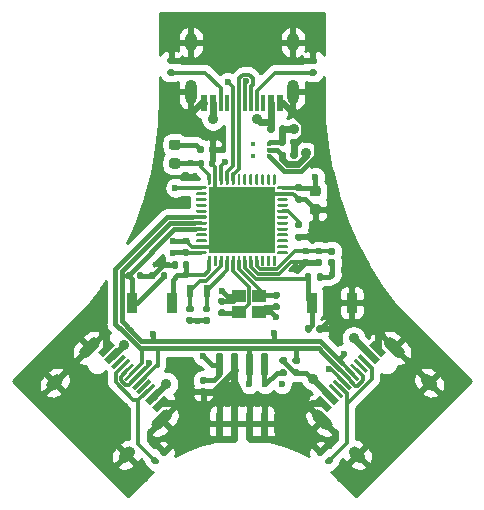
<source format=gtl>
G04 #@! TF.GenerationSoftware,KiCad,Pcbnew,(5.1.10-1-10_14)*
G04 #@! TF.CreationDate,2021-07-26T11:30:22-07:00*
G04 #@! TF.ProjectId,Synapse,53796e61-7073-4652-9e6b-696361645f70,1*
G04 #@! TF.SameCoordinates,Original*
G04 #@! TF.FileFunction,Copper,L1,Top*
G04 #@! TF.FilePolarity,Positive*
%FSLAX46Y46*%
G04 Gerber Fmt 4.6, Leading zero omitted, Abs format (unit mm)*
G04 Created by KiCad (PCBNEW (5.1.10-1-10_14)) date 2021-07-26 11:30:22*
%MOMM*%
%LPD*%
G01*
G04 APERTURE LIST*
G04 #@! TA.AperFunction,SMDPad,CuDef*
%ADD10R,0.450000X0.300000*%
G04 #@! TD*
G04 #@! TA.AperFunction,SMDPad,CuDef*
%ADD11C,0.152400*%
G04 #@! TD*
G04 #@! TA.AperFunction,SMDPad,CuDef*
%ADD12R,0.600000X1.450000*%
G04 #@! TD*
G04 #@! TA.AperFunction,SMDPad,CuDef*
%ADD13R,0.300000X1.450000*%
G04 #@! TD*
G04 #@! TA.AperFunction,ComponentPad*
%ADD14O,1.000000X2.100000*%
G04 #@! TD*
G04 #@! TA.AperFunction,ComponentPad*
%ADD15O,1.000000X1.600000*%
G04 #@! TD*
G04 #@! TA.AperFunction,SMDPad,CuDef*
%ADD16R,1.150000X1.000000*%
G04 #@! TD*
G04 #@! TA.AperFunction,SMDPad,CuDef*
%ADD17R,0.600000X1.100000*%
G04 #@! TD*
G04 #@! TA.AperFunction,SMDPad,CuDef*
%ADD18R,5.600000X5.600000*%
G04 #@! TD*
G04 #@! TA.AperFunction,SMDPad,CuDef*
%ADD19R,0.900000X1.700000*%
G04 #@! TD*
G04 #@! TA.AperFunction,ViaPad*
%ADD20C,0.400000*%
G04 #@! TD*
G04 #@! TA.AperFunction,ViaPad*
%ADD21C,0.900000*%
G04 #@! TD*
G04 #@! TA.AperFunction,ViaPad*
%ADD22C,0.600000*%
G04 #@! TD*
G04 #@! TA.AperFunction,Conductor*
%ADD23C,0.300000*%
G04 #@! TD*
G04 #@! TA.AperFunction,Conductor*
%ADD24C,0.400000*%
G04 #@! TD*
G04 #@! TA.AperFunction,Conductor*
%ADD25C,0.600000*%
G04 #@! TD*
G04 #@! TA.AperFunction,Conductor*
%ADD26C,0.254000*%
G04 #@! TD*
G04 #@! TA.AperFunction,Conductor*
%ADD27C,0.152400*%
G04 #@! TD*
G04 APERTURE END LIST*
D10*
X900000Y8460000D03*
X2300000Y7960000D03*
X900000Y7460000D03*
X2300000Y8460000D03*
X2300000Y7460000D03*
G04 #@! TA.AperFunction,SMDPad,CuDef*
D11*
G36*
X11798370Y-9626440D02*
G01*
X10773066Y-8601136D01*
X11197330Y-8176872D01*
X12222634Y-9202176D01*
X11798370Y-9626440D01*
G37*
G04 #@! TD.AperFunction*
G04 #@! TA.AperFunction,SMDPad,CuDef*
G36*
X11232685Y-10192125D02*
G01*
X10207381Y-9166821D01*
X10631645Y-8742557D01*
X11656949Y-9767861D01*
X11232685Y-10192125D01*
G37*
G04 #@! TD.AperFunction*
G04 #@! TA.AperFunction,SMDPad,CuDef*
G36*
X7767861Y-13656949D02*
G01*
X6742557Y-12631645D01*
X7166821Y-12207381D01*
X8192125Y-13232685D01*
X7767861Y-13656949D01*
G37*
G04 #@! TD.AperFunction*
G04 #@! TA.AperFunction,SMDPad,CuDef*
G36*
X7202176Y-14222634D02*
G01*
X6176872Y-13197330D01*
X6601136Y-12773066D01*
X7626440Y-13798370D01*
X7202176Y-14222634D01*
G37*
G04 #@! TD.AperFunction*
G04 #@! TA.AperFunction,SMDPad,CuDef*
G36*
X7202176Y-14222634D02*
G01*
X6176872Y-13197330D01*
X6601136Y-12773066D01*
X7626440Y-13798370D01*
X7202176Y-14222634D01*
G37*
G04 #@! TD.AperFunction*
G04 #@! TA.AperFunction,SMDPad,CuDef*
G36*
X7767861Y-13656949D02*
G01*
X6742557Y-12631645D01*
X7166821Y-12207381D01*
X8192125Y-13232685D01*
X7767861Y-13656949D01*
G37*
G04 #@! TD.AperFunction*
G04 #@! TA.AperFunction,SMDPad,CuDef*
G36*
X11232685Y-10192125D02*
G01*
X10207381Y-9166821D01*
X10631645Y-8742557D01*
X11656949Y-9767861D01*
X11232685Y-10192125D01*
G37*
G04 #@! TD.AperFunction*
G04 #@! TA.AperFunction,SMDPad,CuDef*
G36*
X11798370Y-9626440D02*
G01*
X10773066Y-8601136D01*
X11197330Y-8176872D01*
X12222634Y-9202176D01*
X11798370Y-9626440D01*
G37*
G04 #@! TD.AperFunction*
G04 #@! TA.AperFunction,SMDPad,CuDef*
G36*
X8368902Y-13055908D02*
G01*
X7343598Y-12030604D01*
X7555730Y-11818472D01*
X8581034Y-12843776D01*
X8368902Y-13055908D01*
G37*
G04 #@! TD.AperFunction*
G04 #@! TA.AperFunction,SMDPad,CuDef*
G36*
X8722456Y-12702355D02*
G01*
X7697152Y-11677051D01*
X7909284Y-11464919D01*
X8934588Y-12490223D01*
X8722456Y-12702355D01*
G37*
G04 #@! TD.AperFunction*
G04 #@! TA.AperFunction,SMDPad,CuDef*
G36*
X9076009Y-12348801D02*
G01*
X8050705Y-11323497D01*
X8262837Y-11111365D01*
X9288141Y-12136669D01*
X9076009Y-12348801D01*
G37*
G04 #@! TD.AperFunction*
G04 #@! TA.AperFunction,SMDPad,CuDef*
G36*
X9783116Y-11641694D02*
G01*
X8757812Y-10616390D01*
X8969944Y-10404258D01*
X9995248Y-11429562D01*
X9783116Y-11641694D01*
G37*
G04 #@! TD.AperFunction*
G04 #@! TA.AperFunction,SMDPad,CuDef*
G36*
X10136669Y-11288141D02*
G01*
X9111365Y-10262837D01*
X9323497Y-10050705D01*
X10348801Y-11076009D01*
X10136669Y-11288141D01*
G37*
G04 #@! TD.AperFunction*
G04 #@! TA.AperFunction,SMDPad,CuDef*
G36*
X10490223Y-10934588D02*
G01*
X9464919Y-9909284D01*
X9677051Y-9697152D01*
X10702355Y-10722456D01*
X10490223Y-10934588D01*
G37*
G04 #@! TD.AperFunction*
G04 #@! TA.AperFunction,SMDPad,CuDef*
G36*
X10843776Y-10581034D02*
G01*
X9818472Y-9555730D01*
X10030604Y-9343598D01*
X11055908Y-10368902D01*
X10843776Y-10581034D01*
G37*
G04 #@! TD.AperFunction*
G04 #@! TA.AperFunction,SMDPad,CuDef*
G36*
X9429562Y-11995248D02*
G01*
X8404258Y-10969944D01*
X8616390Y-10757812D01*
X9641694Y-11783116D01*
X9429562Y-11995248D01*
G37*
G04 #@! TD.AperFunction*
G04 #@! TA.AperFunction,ComponentPad*
G36*
G01*
X12936813Y-9534516D02*
X12158995Y-8756698D01*
G75*
G02*
X12158995Y-8049592I353553J353553D01*
G01*
X12158995Y-8049592D01*
G75*
G02*
X12866101Y-8049592I353553J-353553D01*
G01*
X13643919Y-8827410D01*
G75*
G02*
X13643919Y-9534516I-353553J-353553D01*
G01*
X13643919Y-9534516D01*
G75*
G02*
X12936813Y-9534516I-353553J353553D01*
G01*
G37*
G04 #@! TD.AperFunction*
G04 #@! TA.AperFunction,ComponentPad*
G36*
G01*
X6827410Y-15643919D02*
X6049592Y-14866101D01*
G75*
G02*
X6049592Y-14158995I353553J353553D01*
G01*
X6049592Y-14158995D01*
G75*
G02*
X6756698Y-14158995I353553J-353553D01*
G01*
X7534516Y-14936813D01*
G75*
G02*
X7534516Y-15643919I-353553J-353553D01*
G01*
X7534516Y-15643919D01*
G75*
G02*
X6827410Y-15643919I-353553J353553D01*
G01*
G37*
G04 #@! TD.AperFunction*
G04 #@! TA.AperFunction,ComponentPad*
G36*
G01*
X9606340Y-18422848D02*
X9182076Y-17998584D01*
G75*
G02*
X9182076Y-17291478I353553J353553D01*
G01*
X9182076Y-17291478D01*
G75*
G02*
X9889182Y-17291478I353553J-353553D01*
G01*
X10313446Y-17715742D01*
G75*
G02*
X10313446Y-18422848I-353553J-353553D01*
G01*
X10313446Y-18422848D01*
G75*
G02*
X9606340Y-18422848I-353553J353553D01*
G01*
G37*
G04 #@! TD.AperFunction*
G04 #@! TA.AperFunction,ComponentPad*
G36*
G01*
X15715742Y-12313446D02*
X15291478Y-11889182D01*
G75*
G02*
X15291478Y-11182076I353553J353553D01*
G01*
X15291478Y-11182076D01*
G75*
G02*
X15998584Y-11182076I353553J-353553D01*
G01*
X16422848Y-11606340D01*
G75*
G02*
X16422848Y-12313446I-353553J-353553D01*
G01*
X16422848Y-12313446D01*
G75*
G02*
X15715742Y-12313446I-353553J353553D01*
G01*
G37*
G04 #@! TD.AperFunction*
G04 #@! TA.AperFunction,SMDPad,CuDef*
G36*
X-7626440Y-13798370D02*
G01*
X-6601136Y-12773066D01*
X-6176872Y-13197330D01*
X-7202176Y-14222634D01*
X-7626440Y-13798370D01*
G37*
G04 #@! TD.AperFunction*
G04 #@! TA.AperFunction,SMDPad,CuDef*
G36*
X-8192125Y-13232685D02*
G01*
X-7166821Y-12207381D01*
X-6742557Y-12631645D01*
X-7767861Y-13656949D01*
X-8192125Y-13232685D01*
G37*
G04 #@! TD.AperFunction*
G04 #@! TA.AperFunction,SMDPad,CuDef*
G36*
X-11656949Y-9767861D02*
G01*
X-10631645Y-8742557D01*
X-10207381Y-9166821D01*
X-11232685Y-10192125D01*
X-11656949Y-9767861D01*
G37*
G04 #@! TD.AperFunction*
G04 #@! TA.AperFunction,SMDPad,CuDef*
G36*
X-12222634Y-9202176D02*
G01*
X-11197330Y-8176872D01*
X-10773066Y-8601136D01*
X-11798370Y-9626440D01*
X-12222634Y-9202176D01*
G37*
G04 #@! TD.AperFunction*
G04 #@! TA.AperFunction,SMDPad,CuDef*
G36*
X-12222634Y-9202176D02*
G01*
X-11197330Y-8176872D01*
X-10773066Y-8601136D01*
X-11798370Y-9626440D01*
X-12222634Y-9202176D01*
G37*
G04 #@! TD.AperFunction*
G04 #@! TA.AperFunction,SMDPad,CuDef*
G36*
X-11656949Y-9767861D02*
G01*
X-10631645Y-8742557D01*
X-10207381Y-9166821D01*
X-11232685Y-10192125D01*
X-11656949Y-9767861D01*
G37*
G04 #@! TD.AperFunction*
G04 #@! TA.AperFunction,SMDPad,CuDef*
G36*
X-8192125Y-13232685D02*
G01*
X-7166821Y-12207381D01*
X-6742557Y-12631645D01*
X-7767861Y-13656949D01*
X-8192125Y-13232685D01*
G37*
G04 #@! TD.AperFunction*
G04 #@! TA.AperFunction,SMDPad,CuDef*
G36*
X-7626440Y-13798370D02*
G01*
X-6601136Y-12773066D01*
X-6176872Y-13197330D01*
X-7202176Y-14222634D01*
X-7626440Y-13798370D01*
G37*
G04 #@! TD.AperFunction*
G04 #@! TA.AperFunction,SMDPad,CuDef*
G36*
X-11055908Y-10368902D02*
G01*
X-10030604Y-9343598D01*
X-9818472Y-9555730D01*
X-10843776Y-10581034D01*
X-11055908Y-10368902D01*
G37*
G04 #@! TD.AperFunction*
G04 #@! TA.AperFunction,SMDPad,CuDef*
G36*
X-10702355Y-10722456D02*
G01*
X-9677051Y-9697152D01*
X-9464919Y-9909284D01*
X-10490223Y-10934588D01*
X-10702355Y-10722456D01*
G37*
G04 #@! TD.AperFunction*
G04 #@! TA.AperFunction,SMDPad,CuDef*
G36*
X-10348801Y-11076009D02*
G01*
X-9323497Y-10050705D01*
X-9111365Y-10262837D01*
X-10136669Y-11288141D01*
X-10348801Y-11076009D01*
G37*
G04 #@! TD.AperFunction*
G04 #@! TA.AperFunction,SMDPad,CuDef*
G36*
X-9641694Y-11783116D02*
G01*
X-8616390Y-10757812D01*
X-8404258Y-10969944D01*
X-9429562Y-11995248D01*
X-9641694Y-11783116D01*
G37*
G04 #@! TD.AperFunction*
G04 #@! TA.AperFunction,SMDPad,CuDef*
G36*
X-9288141Y-12136669D02*
G01*
X-8262837Y-11111365D01*
X-8050705Y-11323497D01*
X-9076009Y-12348801D01*
X-9288141Y-12136669D01*
G37*
G04 #@! TD.AperFunction*
G04 #@! TA.AperFunction,SMDPad,CuDef*
G36*
X-8934588Y-12490223D02*
G01*
X-7909284Y-11464919D01*
X-7697152Y-11677051D01*
X-8722456Y-12702355D01*
X-8934588Y-12490223D01*
G37*
G04 #@! TD.AperFunction*
G04 #@! TA.AperFunction,SMDPad,CuDef*
G36*
X-8581034Y-12843776D02*
G01*
X-7555730Y-11818472D01*
X-7343598Y-12030604D01*
X-8368902Y-13055908D01*
X-8581034Y-12843776D01*
G37*
G04 #@! TD.AperFunction*
G04 #@! TA.AperFunction,SMDPad,CuDef*
G36*
X-9995248Y-11429562D02*
G01*
X-8969944Y-10404258D01*
X-8757812Y-10616390D01*
X-9783116Y-11641694D01*
X-9995248Y-11429562D01*
G37*
G04 #@! TD.AperFunction*
G04 #@! TA.AperFunction,ComponentPad*
G36*
G01*
X-7534516Y-14936813D02*
X-6756698Y-14158995D01*
G75*
G02*
X-6049592Y-14158995I353553J-353553D01*
G01*
X-6049592Y-14158995D01*
G75*
G02*
X-6049592Y-14866101I-353553J-353553D01*
G01*
X-6827410Y-15643919D01*
G75*
G02*
X-7534516Y-15643919I-353553J353553D01*
G01*
X-7534516Y-15643919D01*
G75*
G02*
X-7534516Y-14936813I353553J353553D01*
G01*
G37*
G04 #@! TD.AperFunction*
G04 #@! TA.AperFunction,ComponentPad*
G36*
G01*
X-13643919Y-8827410D02*
X-12866101Y-8049592D01*
G75*
G02*
X-12158995Y-8049592I353553J-353553D01*
G01*
X-12158995Y-8049592D01*
G75*
G02*
X-12158995Y-8756698I-353553J-353553D01*
G01*
X-12936813Y-9534516D01*
G75*
G02*
X-13643919Y-9534516I-353553J353553D01*
G01*
X-13643919Y-9534516D01*
G75*
G02*
X-13643919Y-8827410I353553J353553D01*
G01*
G37*
G04 #@! TD.AperFunction*
G04 #@! TA.AperFunction,ComponentPad*
G36*
G01*
X-16422848Y-11606340D02*
X-15998584Y-11182076D01*
G75*
G02*
X-15291478Y-11182076I353553J-353553D01*
G01*
X-15291478Y-11182076D01*
G75*
G02*
X-15291478Y-11889182I-353553J-353553D01*
G01*
X-15715742Y-12313446D01*
G75*
G02*
X-16422848Y-12313446I-353553J353553D01*
G01*
X-16422848Y-12313446D01*
G75*
G02*
X-16422848Y-11606340I353553J353553D01*
G01*
G37*
G04 #@! TD.AperFunction*
G04 #@! TA.AperFunction,ComponentPad*
G36*
G01*
X-10313446Y-17715742D02*
X-9889182Y-17291478D01*
G75*
G02*
X-9182076Y-17291478I353553J-353553D01*
G01*
X-9182076Y-17291478D01*
G75*
G02*
X-9182076Y-17998584I-353553J-353553D01*
G01*
X-9606340Y-18422848D01*
G75*
G02*
X-10313446Y-18422848I-353553J353553D01*
G01*
X-10313446Y-18422848D01*
G75*
G02*
X-10313446Y-17715742I353553J353553D01*
G01*
G37*
G04 #@! TD.AperFunction*
D12*
X-3250000Y11955000D03*
X-2450000Y11955000D03*
X2450000Y11955000D03*
X3250000Y11955000D03*
X3250000Y11955000D03*
X2450000Y11955000D03*
X-2450000Y11955000D03*
X-3250000Y11955000D03*
D13*
X1750000Y11955000D03*
X1250000Y11955000D03*
X750000Y11955000D03*
X-250000Y11955000D03*
X-750000Y11955000D03*
X-1250000Y11955000D03*
X-1750000Y11955000D03*
X250000Y11955000D03*
D14*
X-4320000Y12870000D03*
X4320000Y12870000D03*
D15*
X4320000Y17050000D03*
X-4320000Y17050000D03*
D16*
X-275000Y-4400000D03*
X1475000Y-4400000D03*
X1475000Y-5800000D03*
X-275000Y-5800000D03*
D17*
X-3000000Y-4000000D03*
X-4400000Y-4000000D03*
D18*
X0Y2000000D03*
G04 #@! TA.AperFunction,SMDPad,CuDef*
G36*
G01*
X-3062500Y-875000D02*
X-3812500Y-875000D01*
G75*
G02*
X-3875000Y-812500I0J62500D01*
G01*
X-3875000Y-687500D01*
G75*
G02*
X-3812500Y-625000I62500J0D01*
G01*
X-3062500Y-625000D01*
G75*
G02*
X-3000000Y-687500I0J-62500D01*
G01*
X-3000000Y-812500D01*
G75*
G02*
X-3062500Y-875000I-62500J0D01*
G01*
G37*
G04 #@! TD.AperFunction*
G04 #@! TA.AperFunction,SMDPad,CuDef*
G36*
G01*
X-3062500Y-375000D02*
X-3812500Y-375000D01*
G75*
G02*
X-3875000Y-312500I0J62500D01*
G01*
X-3875000Y-187500D01*
G75*
G02*
X-3812500Y-125000I62500J0D01*
G01*
X-3062500Y-125000D01*
G75*
G02*
X-3000000Y-187500I0J-62500D01*
G01*
X-3000000Y-312500D01*
G75*
G02*
X-3062500Y-375000I-62500J0D01*
G01*
G37*
G04 #@! TD.AperFunction*
G04 #@! TA.AperFunction,SMDPad,CuDef*
G36*
G01*
X-3062500Y125000D02*
X-3812500Y125000D01*
G75*
G02*
X-3875000Y187500I0J62500D01*
G01*
X-3875000Y312500D01*
G75*
G02*
X-3812500Y375000I62500J0D01*
G01*
X-3062500Y375000D01*
G75*
G02*
X-3000000Y312500I0J-62500D01*
G01*
X-3000000Y187500D01*
G75*
G02*
X-3062500Y125000I-62500J0D01*
G01*
G37*
G04 #@! TD.AperFunction*
G04 #@! TA.AperFunction,SMDPad,CuDef*
G36*
G01*
X-3062500Y625000D02*
X-3812500Y625000D01*
G75*
G02*
X-3875000Y687500I0J62500D01*
G01*
X-3875000Y812500D01*
G75*
G02*
X-3812500Y875000I62500J0D01*
G01*
X-3062500Y875000D01*
G75*
G02*
X-3000000Y812500I0J-62500D01*
G01*
X-3000000Y687500D01*
G75*
G02*
X-3062500Y625000I-62500J0D01*
G01*
G37*
G04 #@! TD.AperFunction*
G04 #@! TA.AperFunction,SMDPad,CuDef*
G36*
G01*
X-3062500Y1125000D02*
X-3812500Y1125000D01*
G75*
G02*
X-3875000Y1187500I0J62500D01*
G01*
X-3875000Y1312500D01*
G75*
G02*
X-3812500Y1375000I62500J0D01*
G01*
X-3062500Y1375000D01*
G75*
G02*
X-3000000Y1312500I0J-62500D01*
G01*
X-3000000Y1187500D01*
G75*
G02*
X-3062500Y1125000I-62500J0D01*
G01*
G37*
G04 #@! TD.AperFunction*
G04 #@! TA.AperFunction,SMDPad,CuDef*
G36*
G01*
X-3062500Y1625000D02*
X-3812500Y1625000D01*
G75*
G02*
X-3875000Y1687500I0J62500D01*
G01*
X-3875000Y1812500D01*
G75*
G02*
X-3812500Y1875000I62500J0D01*
G01*
X-3062500Y1875000D01*
G75*
G02*
X-3000000Y1812500I0J-62500D01*
G01*
X-3000000Y1687500D01*
G75*
G02*
X-3062500Y1625000I-62500J0D01*
G01*
G37*
G04 #@! TD.AperFunction*
G04 #@! TA.AperFunction,SMDPad,CuDef*
G36*
G01*
X-3062500Y2125000D02*
X-3812500Y2125000D01*
G75*
G02*
X-3875000Y2187500I0J62500D01*
G01*
X-3875000Y2312500D01*
G75*
G02*
X-3812500Y2375000I62500J0D01*
G01*
X-3062500Y2375000D01*
G75*
G02*
X-3000000Y2312500I0J-62500D01*
G01*
X-3000000Y2187500D01*
G75*
G02*
X-3062500Y2125000I-62500J0D01*
G01*
G37*
G04 #@! TD.AperFunction*
G04 #@! TA.AperFunction,SMDPad,CuDef*
G36*
G01*
X-3062500Y2625000D02*
X-3812500Y2625000D01*
G75*
G02*
X-3875000Y2687500I0J62500D01*
G01*
X-3875000Y2812500D01*
G75*
G02*
X-3812500Y2875000I62500J0D01*
G01*
X-3062500Y2875000D01*
G75*
G02*
X-3000000Y2812500I0J-62500D01*
G01*
X-3000000Y2687500D01*
G75*
G02*
X-3062500Y2625000I-62500J0D01*
G01*
G37*
G04 #@! TD.AperFunction*
G04 #@! TA.AperFunction,SMDPad,CuDef*
G36*
G01*
X-3062500Y3125000D02*
X-3812500Y3125000D01*
G75*
G02*
X-3875000Y3187500I0J62500D01*
G01*
X-3875000Y3312500D01*
G75*
G02*
X-3812500Y3375000I62500J0D01*
G01*
X-3062500Y3375000D01*
G75*
G02*
X-3000000Y3312500I0J-62500D01*
G01*
X-3000000Y3187500D01*
G75*
G02*
X-3062500Y3125000I-62500J0D01*
G01*
G37*
G04 #@! TD.AperFunction*
G04 #@! TA.AperFunction,SMDPad,CuDef*
G36*
G01*
X-3062500Y3625000D02*
X-3812500Y3625000D01*
G75*
G02*
X-3875000Y3687500I0J62500D01*
G01*
X-3875000Y3812500D01*
G75*
G02*
X-3812500Y3875000I62500J0D01*
G01*
X-3062500Y3875000D01*
G75*
G02*
X-3000000Y3812500I0J-62500D01*
G01*
X-3000000Y3687500D01*
G75*
G02*
X-3062500Y3625000I-62500J0D01*
G01*
G37*
G04 #@! TD.AperFunction*
G04 #@! TA.AperFunction,SMDPad,CuDef*
G36*
G01*
X-3062500Y4125000D02*
X-3812500Y4125000D01*
G75*
G02*
X-3875000Y4187500I0J62500D01*
G01*
X-3875000Y4312500D01*
G75*
G02*
X-3812500Y4375000I62500J0D01*
G01*
X-3062500Y4375000D01*
G75*
G02*
X-3000000Y4312500I0J-62500D01*
G01*
X-3000000Y4187500D01*
G75*
G02*
X-3062500Y4125000I-62500J0D01*
G01*
G37*
G04 #@! TD.AperFunction*
G04 #@! TA.AperFunction,SMDPad,CuDef*
G36*
G01*
X-3062500Y4625000D02*
X-3812500Y4625000D01*
G75*
G02*
X-3875000Y4687500I0J62500D01*
G01*
X-3875000Y4812500D01*
G75*
G02*
X-3812500Y4875000I62500J0D01*
G01*
X-3062500Y4875000D01*
G75*
G02*
X-3000000Y4812500I0J-62500D01*
G01*
X-3000000Y4687500D01*
G75*
G02*
X-3062500Y4625000I-62500J0D01*
G01*
G37*
G04 #@! TD.AperFunction*
G04 #@! TA.AperFunction,SMDPad,CuDef*
G36*
G01*
X-2687500Y5000000D02*
X-2812500Y5000000D01*
G75*
G02*
X-2875000Y5062500I0J62500D01*
G01*
X-2875000Y5812500D01*
G75*
G02*
X-2812500Y5875000I62500J0D01*
G01*
X-2687500Y5875000D01*
G75*
G02*
X-2625000Y5812500I0J-62500D01*
G01*
X-2625000Y5062500D01*
G75*
G02*
X-2687500Y5000000I-62500J0D01*
G01*
G37*
G04 #@! TD.AperFunction*
G04 #@! TA.AperFunction,SMDPad,CuDef*
G36*
G01*
X-2187500Y5000000D02*
X-2312500Y5000000D01*
G75*
G02*
X-2375000Y5062500I0J62500D01*
G01*
X-2375000Y5812500D01*
G75*
G02*
X-2312500Y5875000I62500J0D01*
G01*
X-2187500Y5875000D01*
G75*
G02*
X-2125000Y5812500I0J-62500D01*
G01*
X-2125000Y5062500D01*
G75*
G02*
X-2187500Y5000000I-62500J0D01*
G01*
G37*
G04 #@! TD.AperFunction*
G04 #@! TA.AperFunction,SMDPad,CuDef*
G36*
G01*
X-1687500Y5000000D02*
X-1812500Y5000000D01*
G75*
G02*
X-1875000Y5062500I0J62500D01*
G01*
X-1875000Y5812500D01*
G75*
G02*
X-1812500Y5875000I62500J0D01*
G01*
X-1687500Y5875000D01*
G75*
G02*
X-1625000Y5812500I0J-62500D01*
G01*
X-1625000Y5062500D01*
G75*
G02*
X-1687500Y5000000I-62500J0D01*
G01*
G37*
G04 #@! TD.AperFunction*
G04 #@! TA.AperFunction,SMDPad,CuDef*
G36*
G01*
X-1187500Y5000000D02*
X-1312500Y5000000D01*
G75*
G02*
X-1375000Y5062500I0J62500D01*
G01*
X-1375000Y5812500D01*
G75*
G02*
X-1312500Y5875000I62500J0D01*
G01*
X-1187500Y5875000D01*
G75*
G02*
X-1125000Y5812500I0J-62500D01*
G01*
X-1125000Y5062500D01*
G75*
G02*
X-1187500Y5000000I-62500J0D01*
G01*
G37*
G04 #@! TD.AperFunction*
G04 #@! TA.AperFunction,SMDPad,CuDef*
G36*
G01*
X-687500Y5000000D02*
X-812500Y5000000D01*
G75*
G02*
X-875000Y5062500I0J62500D01*
G01*
X-875000Y5812500D01*
G75*
G02*
X-812500Y5875000I62500J0D01*
G01*
X-687500Y5875000D01*
G75*
G02*
X-625000Y5812500I0J-62500D01*
G01*
X-625000Y5062500D01*
G75*
G02*
X-687500Y5000000I-62500J0D01*
G01*
G37*
G04 #@! TD.AperFunction*
G04 #@! TA.AperFunction,SMDPad,CuDef*
G36*
G01*
X-187500Y5000000D02*
X-312500Y5000000D01*
G75*
G02*
X-375000Y5062500I0J62500D01*
G01*
X-375000Y5812500D01*
G75*
G02*
X-312500Y5875000I62500J0D01*
G01*
X-187500Y5875000D01*
G75*
G02*
X-125000Y5812500I0J-62500D01*
G01*
X-125000Y5062500D01*
G75*
G02*
X-187500Y5000000I-62500J0D01*
G01*
G37*
G04 #@! TD.AperFunction*
G04 #@! TA.AperFunction,SMDPad,CuDef*
G36*
G01*
X312500Y5000000D02*
X187500Y5000000D01*
G75*
G02*
X125000Y5062500I0J62500D01*
G01*
X125000Y5812500D01*
G75*
G02*
X187500Y5875000I62500J0D01*
G01*
X312500Y5875000D01*
G75*
G02*
X375000Y5812500I0J-62500D01*
G01*
X375000Y5062500D01*
G75*
G02*
X312500Y5000000I-62500J0D01*
G01*
G37*
G04 #@! TD.AperFunction*
G04 #@! TA.AperFunction,SMDPad,CuDef*
G36*
G01*
X812500Y5000000D02*
X687500Y5000000D01*
G75*
G02*
X625000Y5062500I0J62500D01*
G01*
X625000Y5812500D01*
G75*
G02*
X687500Y5875000I62500J0D01*
G01*
X812500Y5875000D01*
G75*
G02*
X875000Y5812500I0J-62500D01*
G01*
X875000Y5062500D01*
G75*
G02*
X812500Y5000000I-62500J0D01*
G01*
G37*
G04 #@! TD.AperFunction*
G04 #@! TA.AperFunction,SMDPad,CuDef*
G36*
G01*
X1312500Y5000000D02*
X1187500Y5000000D01*
G75*
G02*
X1125000Y5062500I0J62500D01*
G01*
X1125000Y5812500D01*
G75*
G02*
X1187500Y5875000I62500J0D01*
G01*
X1312500Y5875000D01*
G75*
G02*
X1375000Y5812500I0J-62500D01*
G01*
X1375000Y5062500D01*
G75*
G02*
X1312500Y5000000I-62500J0D01*
G01*
G37*
G04 #@! TD.AperFunction*
G04 #@! TA.AperFunction,SMDPad,CuDef*
G36*
G01*
X1812500Y5000000D02*
X1687500Y5000000D01*
G75*
G02*
X1625000Y5062500I0J62500D01*
G01*
X1625000Y5812500D01*
G75*
G02*
X1687500Y5875000I62500J0D01*
G01*
X1812500Y5875000D01*
G75*
G02*
X1875000Y5812500I0J-62500D01*
G01*
X1875000Y5062500D01*
G75*
G02*
X1812500Y5000000I-62500J0D01*
G01*
G37*
G04 #@! TD.AperFunction*
G04 #@! TA.AperFunction,SMDPad,CuDef*
G36*
G01*
X2312500Y5000000D02*
X2187500Y5000000D01*
G75*
G02*
X2125000Y5062500I0J62500D01*
G01*
X2125000Y5812500D01*
G75*
G02*
X2187500Y5875000I62500J0D01*
G01*
X2312500Y5875000D01*
G75*
G02*
X2375000Y5812500I0J-62500D01*
G01*
X2375000Y5062500D01*
G75*
G02*
X2312500Y5000000I-62500J0D01*
G01*
G37*
G04 #@! TD.AperFunction*
G04 #@! TA.AperFunction,SMDPad,CuDef*
G36*
G01*
X2812500Y5000000D02*
X2687500Y5000000D01*
G75*
G02*
X2625000Y5062500I0J62500D01*
G01*
X2625000Y5812500D01*
G75*
G02*
X2687500Y5875000I62500J0D01*
G01*
X2812500Y5875000D01*
G75*
G02*
X2875000Y5812500I0J-62500D01*
G01*
X2875000Y5062500D01*
G75*
G02*
X2812500Y5000000I-62500J0D01*
G01*
G37*
G04 #@! TD.AperFunction*
G04 #@! TA.AperFunction,SMDPad,CuDef*
G36*
G01*
X3812500Y4625000D02*
X3062500Y4625000D01*
G75*
G02*
X3000000Y4687500I0J62500D01*
G01*
X3000000Y4812500D01*
G75*
G02*
X3062500Y4875000I62500J0D01*
G01*
X3812500Y4875000D01*
G75*
G02*
X3875000Y4812500I0J-62500D01*
G01*
X3875000Y4687500D01*
G75*
G02*
X3812500Y4625000I-62500J0D01*
G01*
G37*
G04 #@! TD.AperFunction*
G04 #@! TA.AperFunction,SMDPad,CuDef*
G36*
G01*
X3812500Y4125000D02*
X3062500Y4125000D01*
G75*
G02*
X3000000Y4187500I0J62500D01*
G01*
X3000000Y4312500D01*
G75*
G02*
X3062500Y4375000I62500J0D01*
G01*
X3812500Y4375000D01*
G75*
G02*
X3875000Y4312500I0J-62500D01*
G01*
X3875000Y4187500D01*
G75*
G02*
X3812500Y4125000I-62500J0D01*
G01*
G37*
G04 #@! TD.AperFunction*
G04 #@! TA.AperFunction,SMDPad,CuDef*
G36*
G01*
X3812500Y3625000D02*
X3062500Y3625000D01*
G75*
G02*
X3000000Y3687500I0J62500D01*
G01*
X3000000Y3812500D01*
G75*
G02*
X3062500Y3875000I62500J0D01*
G01*
X3812500Y3875000D01*
G75*
G02*
X3875000Y3812500I0J-62500D01*
G01*
X3875000Y3687500D01*
G75*
G02*
X3812500Y3625000I-62500J0D01*
G01*
G37*
G04 #@! TD.AperFunction*
G04 #@! TA.AperFunction,SMDPad,CuDef*
G36*
G01*
X3812500Y3125000D02*
X3062500Y3125000D01*
G75*
G02*
X3000000Y3187500I0J62500D01*
G01*
X3000000Y3312500D01*
G75*
G02*
X3062500Y3375000I62500J0D01*
G01*
X3812500Y3375000D01*
G75*
G02*
X3875000Y3312500I0J-62500D01*
G01*
X3875000Y3187500D01*
G75*
G02*
X3812500Y3125000I-62500J0D01*
G01*
G37*
G04 #@! TD.AperFunction*
G04 #@! TA.AperFunction,SMDPad,CuDef*
G36*
G01*
X3812500Y2625000D02*
X3062500Y2625000D01*
G75*
G02*
X3000000Y2687500I0J62500D01*
G01*
X3000000Y2812500D01*
G75*
G02*
X3062500Y2875000I62500J0D01*
G01*
X3812500Y2875000D01*
G75*
G02*
X3875000Y2812500I0J-62500D01*
G01*
X3875000Y2687500D01*
G75*
G02*
X3812500Y2625000I-62500J0D01*
G01*
G37*
G04 #@! TD.AperFunction*
G04 #@! TA.AperFunction,SMDPad,CuDef*
G36*
G01*
X3812500Y2125000D02*
X3062500Y2125000D01*
G75*
G02*
X3000000Y2187500I0J62500D01*
G01*
X3000000Y2312500D01*
G75*
G02*
X3062500Y2375000I62500J0D01*
G01*
X3812500Y2375000D01*
G75*
G02*
X3875000Y2312500I0J-62500D01*
G01*
X3875000Y2187500D01*
G75*
G02*
X3812500Y2125000I-62500J0D01*
G01*
G37*
G04 #@! TD.AperFunction*
G04 #@! TA.AperFunction,SMDPad,CuDef*
G36*
G01*
X3812500Y1625000D02*
X3062500Y1625000D01*
G75*
G02*
X3000000Y1687500I0J62500D01*
G01*
X3000000Y1812500D01*
G75*
G02*
X3062500Y1875000I62500J0D01*
G01*
X3812500Y1875000D01*
G75*
G02*
X3875000Y1812500I0J-62500D01*
G01*
X3875000Y1687500D01*
G75*
G02*
X3812500Y1625000I-62500J0D01*
G01*
G37*
G04 #@! TD.AperFunction*
G04 #@! TA.AperFunction,SMDPad,CuDef*
G36*
G01*
X3812500Y1125000D02*
X3062500Y1125000D01*
G75*
G02*
X3000000Y1187500I0J62500D01*
G01*
X3000000Y1312500D01*
G75*
G02*
X3062500Y1375000I62500J0D01*
G01*
X3812500Y1375000D01*
G75*
G02*
X3875000Y1312500I0J-62500D01*
G01*
X3875000Y1187500D01*
G75*
G02*
X3812500Y1125000I-62500J0D01*
G01*
G37*
G04 #@! TD.AperFunction*
G04 #@! TA.AperFunction,SMDPad,CuDef*
G36*
G01*
X3812500Y625000D02*
X3062500Y625000D01*
G75*
G02*
X3000000Y687500I0J62500D01*
G01*
X3000000Y812500D01*
G75*
G02*
X3062500Y875000I62500J0D01*
G01*
X3812500Y875000D01*
G75*
G02*
X3875000Y812500I0J-62500D01*
G01*
X3875000Y687500D01*
G75*
G02*
X3812500Y625000I-62500J0D01*
G01*
G37*
G04 #@! TD.AperFunction*
G04 #@! TA.AperFunction,SMDPad,CuDef*
G36*
G01*
X3812500Y125000D02*
X3062500Y125000D01*
G75*
G02*
X3000000Y187500I0J62500D01*
G01*
X3000000Y312500D01*
G75*
G02*
X3062500Y375000I62500J0D01*
G01*
X3812500Y375000D01*
G75*
G02*
X3875000Y312500I0J-62500D01*
G01*
X3875000Y187500D01*
G75*
G02*
X3812500Y125000I-62500J0D01*
G01*
G37*
G04 #@! TD.AperFunction*
G04 #@! TA.AperFunction,SMDPad,CuDef*
G36*
G01*
X3812500Y-375000D02*
X3062500Y-375000D01*
G75*
G02*
X3000000Y-312500I0J62500D01*
G01*
X3000000Y-187500D01*
G75*
G02*
X3062500Y-125000I62500J0D01*
G01*
X3812500Y-125000D01*
G75*
G02*
X3875000Y-187500I0J-62500D01*
G01*
X3875000Y-312500D01*
G75*
G02*
X3812500Y-375000I-62500J0D01*
G01*
G37*
G04 #@! TD.AperFunction*
G04 #@! TA.AperFunction,SMDPad,CuDef*
G36*
G01*
X3812500Y-875000D02*
X3062500Y-875000D01*
G75*
G02*
X3000000Y-812500I0J62500D01*
G01*
X3000000Y-687500D01*
G75*
G02*
X3062500Y-625000I62500J0D01*
G01*
X3812500Y-625000D01*
G75*
G02*
X3875000Y-687500I0J-62500D01*
G01*
X3875000Y-812500D01*
G75*
G02*
X3812500Y-875000I-62500J0D01*
G01*
G37*
G04 #@! TD.AperFunction*
G04 #@! TA.AperFunction,SMDPad,CuDef*
G36*
G01*
X2812500Y-1875000D02*
X2687500Y-1875000D01*
G75*
G02*
X2625000Y-1812500I0J62500D01*
G01*
X2625000Y-1062500D01*
G75*
G02*
X2687500Y-1000000I62500J0D01*
G01*
X2812500Y-1000000D01*
G75*
G02*
X2875000Y-1062500I0J-62500D01*
G01*
X2875000Y-1812500D01*
G75*
G02*
X2812500Y-1875000I-62500J0D01*
G01*
G37*
G04 #@! TD.AperFunction*
G04 #@! TA.AperFunction,SMDPad,CuDef*
G36*
G01*
X2312500Y-1875000D02*
X2187500Y-1875000D01*
G75*
G02*
X2125000Y-1812500I0J62500D01*
G01*
X2125000Y-1062500D01*
G75*
G02*
X2187500Y-1000000I62500J0D01*
G01*
X2312500Y-1000000D01*
G75*
G02*
X2375000Y-1062500I0J-62500D01*
G01*
X2375000Y-1812500D01*
G75*
G02*
X2312500Y-1875000I-62500J0D01*
G01*
G37*
G04 #@! TD.AperFunction*
G04 #@! TA.AperFunction,SMDPad,CuDef*
G36*
G01*
X1812500Y-1875000D02*
X1687500Y-1875000D01*
G75*
G02*
X1625000Y-1812500I0J62500D01*
G01*
X1625000Y-1062500D01*
G75*
G02*
X1687500Y-1000000I62500J0D01*
G01*
X1812500Y-1000000D01*
G75*
G02*
X1875000Y-1062500I0J-62500D01*
G01*
X1875000Y-1812500D01*
G75*
G02*
X1812500Y-1875000I-62500J0D01*
G01*
G37*
G04 #@! TD.AperFunction*
G04 #@! TA.AperFunction,SMDPad,CuDef*
G36*
G01*
X1312500Y-1875000D02*
X1187500Y-1875000D01*
G75*
G02*
X1125000Y-1812500I0J62500D01*
G01*
X1125000Y-1062500D01*
G75*
G02*
X1187500Y-1000000I62500J0D01*
G01*
X1312500Y-1000000D01*
G75*
G02*
X1375000Y-1062500I0J-62500D01*
G01*
X1375000Y-1812500D01*
G75*
G02*
X1312500Y-1875000I-62500J0D01*
G01*
G37*
G04 #@! TD.AperFunction*
G04 #@! TA.AperFunction,SMDPad,CuDef*
G36*
G01*
X812500Y-1875000D02*
X687500Y-1875000D01*
G75*
G02*
X625000Y-1812500I0J62500D01*
G01*
X625000Y-1062500D01*
G75*
G02*
X687500Y-1000000I62500J0D01*
G01*
X812500Y-1000000D01*
G75*
G02*
X875000Y-1062500I0J-62500D01*
G01*
X875000Y-1812500D01*
G75*
G02*
X812500Y-1875000I-62500J0D01*
G01*
G37*
G04 #@! TD.AperFunction*
G04 #@! TA.AperFunction,SMDPad,CuDef*
G36*
G01*
X312500Y-1875000D02*
X187500Y-1875000D01*
G75*
G02*
X125000Y-1812500I0J62500D01*
G01*
X125000Y-1062500D01*
G75*
G02*
X187500Y-1000000I62500J0D01*
G01*
X312500Y-1000000D01*
G75*
G02*
X375000Y-1062500I0J-62500D01*
G01*
X375000Y-1812500D01*
G75*
G02*
X312500Y-1875000I-62500J0D01*
G01*
G37*
G04 #@! TD.AperFunction*
G04 #@! TA.AperFunction,SMDPad,CuDef*
G36*
G01*
X-187500Y-1875000D02*
X-312500Y-1875000D01*
G75*
G02*
X-375000Y-1812500I0J62500D01*
G01*
X-375000Y-1062500D01*
G75*
G02*
X-312500Y-1000000I62500J0D01*
G01*
X-187500Y-1000000D01*
G75*
G02*
X-125000Y-1062500I0J-62500D01*
G01*
X-125000Y-1812500D01*
G75*
G02*
X-187500Y-1875000I-62500J0D01*
G01*
G37*
G04 #@! TD.AperFunction*
G04 #@! TA.AperFunction,SMDPad,CuDef*
G36*
G01*
X-687500Y-1875000D02*
X-812500Y-1875000D01*
G75*
G02*
X-875000Y-1812500I0J62500D01*
G01*
X-875000Y-1062500D01*
G75*
G02*
X-812500Y-1000000I62500J0D01*
G01*
X-687500Y-1000000D01*
G75*
G02*
X-625000Y-1062500I0J-62500D01*
G01*
X-625000Y-1812500D01*
G75*
G02*
X-687500Y-1875000I-62500J0D01*
G01*
G37*
G04 #@! TD.AperFunction*
G04 #@! TA.AperFunction,SMDPad,CuDef*
G36*
G01*
X-1187500Y-1875000D02*
X-1312500Y-1875000D01*
G75*
G02*
X-1375000Y-1812500I0J62500D01*
G01*
X-1375000Y-1062500D01*
G75*
G02*
X-1312500Y-1000000I62500J0D01*
G01*
X-1187500Y-1000000D01*
G75*
G02*
X-1125000Y-1062500I0J-62500D01*
G01*
X-1125000Y-1812500D01*
G75*
G02*
X-1187500Y-1875000I-62500J0D01*
G01*
G37*
G04 #@! TD.AperFunction*
G04 #@! TA.AperFunction,SMDPad,CuDef*
G36*
G01*
X-1687500Y-1875000D02*
X-1812500Y-1875000D01*
G75*
G02*
X-1875000Y-1812500I0J62500D01*
G01*
X-1875000Y-1062500D01*
G75*
G02*
X-1812500Y-1000000I62500J0D01*
G01*
X-1687500Y-1000000D01*
G75*
G02*
X-1625000Y-1062500I0J-62500D01*
G01*
X-1625000Y-1812500D01*
G75*
G02*
X-1687500Y-1875000I-62500J0D01*
G01*
G37*
G04 #@! TD.AperFunction*
G04 #@! TA.AperFunction,SMDPad,CuDef*
G36*
G01*
X-2187500Y-1875000D02*
X-2312500Y-1875000D01*
G75*
G02*
X-2375000Y-1812500I0J62500D01*
G01*
X-2375000Y-1062500D01*
G75*
G02*
X-2312500Y-1000000I62500J0D01*
G01*
X-2187500Y-1000000D01*
G75*
G02*
X-2125000Y-1062500I0J-62500D01*
G01*
X-2125000Y-1812500D01*
G75*
G02*
X-2187500Y-1875000I-62500J0D01*
G01*
G37*
G04 #@! TD.AperFunction*
G04 #@! TA.AperFunction,SMDPad,CuDef*
G36*
G01*
X-2687500Y-1875000D02*
X-2812500Y-1875000D01*
G75*
G02*
X-2875000Y-1812500I0J62500D01*
G01*
X-2875000Y-1062500D01*
G75*
G02*
X-2812500Y-1000000I62500J0D01*
G01*
X-2687500Y-1000000D01*
G75*
G02*
X-2625000Y-1062500I0J-62500D01*
G01*
X-2625000Y-1812500D01*
G75*
G02*
X-2687500Y-1875000I-62500J0D01*
G01*
G37*
G04 #@! TD.AperFunction*
G04 #@! TA.AperFunction,SMDPad,CuDef*
G36*
G01*
X-1755000Y-11200000D02*
X-2055000Y-11200000D01*
G75*
G02*
X-2205000Y-11050000I0J150000D01*
G01*
X-2205000Y-9400000D01*
G75*
G02*
X-2055000Y-9250000I150000J0D01*
G01*
X-1755000Y-9250000D01*
G75*
G02*
X-1605000Y-9400000I0J-150000D01*
G01*
X-1605000Y-11050000D01*
G75*
G02*
X-1755000Y-11200000I-150000J0D01*
G01*
G37*
G04 #@! TD.AperFunction*
G04 #@! TA.AperFunction,SMDPad,CuDef*
G36*
G01*
X-485000Y-11200000D02*
X-785000Y-11200000D01*
G75*
G02*
X-935000Y-11050000I0J150000D01*
G01*
X-935000Y-9400000D01*
G75*
G02*
X-785000Y-9250000I150000J0D01*
G01*
X-485000Y-9250000D01*
G75*
G02*
X-335000Y-9400000I0J-150000D01*
G01*
X-335000Y-11050000D01*
G75*
G02*
X-485000Y-11200000I-150000J0D01*
G01*
G37*
G04 #@! TD.AperFunction*
G04 #@! TA.AperFunction,SMDPad,CuDef*
G36*
G01*
X785000Y-11200000D02*
X485000Y-11200000D01*
G75*
G02*
X335000Y-11050000I0J150000D01*
G01*
X335000Y-9400000D01*
G75*
G02*
X485000Y-9250000I150000J0D01*
G01*
X785000Y-9250000D01*
G75*
G02*
X935000Y-9400000I0J-150000D01*
G01*
X935000Y-11050000D01*
G75*
G02*
X785000Y-11200000I-150000J0D01*
G01*
G37*
G04 #@! TD.AperFunction*
G04 #@! TA.AperFunction,SMDPad,CuDef*
G36*
G01*
X2055000Y-11200000D02*
X1755000Y-11200000D01*
G75*
G02*
X1605000Y-11050000I0J150000D01*
G01*
X1605000Y-9400000D01*
G75*
G02*
X1755000Y-9250000I150000J0D01*
G01*
X2055000Y-9250000D01*
G75*
G02*
X2205000Y-9400000I0J-150000D01*
G01*
X2205000Y-11050000D01*
G75*
G02*
X2055000Y-11200000I-150000J0D01*
G01*
G37*
G04 #@! TD.AperFunction*
G04 #@! TA.AperFunction,SMDPad,CuDef*
G36*
G01*
X2055000Y-16150000D02*
X1755000Y-16150000D01*
G75*
G02*
X1605000Y-16000000I0J150000D01*
G01*
X1605000Y-14350000D01*
G75*
G02*
X1755000Y-14200000I150000J0D01*
G01*
X2055000Y-14200000D01*
G75*
G02*
X2205000Y-14350000I0J-150000D01*
G01*
X2205000Y-16000000D01*
G75*
G02*
X2055000Y-16150000I-150000J0D01*
G01*
G37*
G04 #@! TD.AperFunction*
G04 #@! TA.AperFunction,SMDPad,CuDef*
G36*
G01*
X785000Y-16150000D02*
X485000Y-16150000D01*
G75*
G02*
X335000Y-16000000I0J150000D01*
G01*
X335000Y-14350000D01*
G75*
G02*
X485000Y-14200000I150000J0D01*
G01*
X785000Y-14200000D01*
G75*
G02*
X935000Y-14350000I0J-150000D01*
G01*
X935000Y-16000000D01*
G75*
G02*
X785000Y-16150000I-150000J0D01*
G01*
G37*
G04 #@! TD.AperFunction*
G04 #@! TA.AperFunction,SMDPad,CuDef*
G36*
G01*
X-485000Y-16150000D02*
X-785000Y-16150000D01*
G75*
G02*
X-935000Y-16000000I0J150000D01*
G01*
X-935000Y-14350000D01*
G75*
G02*
X-785000Y-14200000I150000J0D01*
G01*
X-485000Y-14200000D01*
G75*
G02*
X-335000Y-14350000I0J-150000D01*
G01*
X-335000Y-16000000D01*
G75*
G02*
X-485000Y-16150000I-150000J0D01*
G01*
G37*
G04 #@! TD.AperFunction*
G04 #@! TA.AperFunction,SMDPad,CuDef*
G36*
G01*
X-1755000Y-16150000D02*
X-2055000Y-16150000D01*
G75*
G02*
X-2205000Y-16000000I0J150000D01*
G01*
X-2205000Y-14350000D01*
G75*
G02*
X-2055000Y-14200000I150000J0D01*
G01*
X-1755000Y-14200000D01*
G75*
G02*
X-1605000Y-14350000I0J-150000D01*
G01*
X-1605000Y-16000000D01*
G75*
G02*
X-1755000Y-16150000I-150000J0D01*
G01*
G37*
G04 #@! TD.AperFunction*
D19*
X9300000Y-5000000D03*
X5900000Y-5000000D03*
X-5900000Y-5000000D03*
X-9300000Y-5000000D03*
G04 #@! TA.AperFunction,SMDPad,CuDef*
G36*
G01*
X-6185000Y15780000D02*
X-5815000Y15780000D01*
G75*
G02*
X-5680000Y15645000I0J-135000D01*
G01*
X-5680000Y15375000D01*
G75*
G02*
X-5815000Y15240000I-135000J0D01*
G01*
X-6185000Y15240000D01*
G75*
G02*
X-6320000Y15375000I0J135000D01*
G01*
X-6320000Y15645000D01*
G75*
G02*
X-6185000Y15780000I135000J0D01*
G01*
G37*
G04 #@! TD.AperFunction*
G04 #@! TA.AperFunction,SMDPad,CuDef*
G36*
G01*
X-6185000Y14760000D02*
X-5815000Y14760000D01*
G75*
G02*
X-5680000Y14625000I0J-135000D01*
G01*
X-5680000Y14355000D01*
G75*
G02*
X-5815000Y14220000I-135000J0D01*
G01*
X-6185000Y14220000D01*
G75*
G02*
X-6320000Y14355000I0J135000D01*
G01*
X-6320000Y14625000D01*
G75*
G02*
X-6185000Y14760000I135000J0D01*
G01*
G37*
G04 #@! TD.AperFunction*
G04 #@! TA.AperFunction,SMDPad,CuDef*
G36*
G01*
X7038891Y-18300520D02*
X7300520Y-18038891D01*
G75*
G02*
X7491438Y-18038891I95459J-95459D01*
G01*
X7682357Y-18229810D01*
G75*
G02*
X7682357Y-18420728I-95459J-95459D01*
G01*
X7420728Y-18682357D01*
G75*
G02*
X7229810Y-18682357I-95459J95459D01*
G01*
X7038891Y-18491438D01*
G75*
G02*
X7038891Y-18300520I95459J95459D01*
G01*
G37*
G04 #@! TD.AperFunction*
G04 #@! TA.AperFunction,SMDPad,CuDef*
G36*
G01*
X6317643Y-17579272D02*
X6579272Y-17317643D01*
G75*
G02*
X6770190Y-17317643I95459J-95459D01*
G01*
X6961109Y-17508562D01*
G75*
G02*
X6961109Y-17699480I-95459J-95459D01*
G01*
X6699480Y-17961109D01*
G75*
G02*
X6508562Y-17961109I-95459J95459D01*
G01*
X6317643Y-17770190D01*
G75*
G02*
X6317643Y-17579272I95459J95459D01*
G01*
G37*
G04 #@! TD.AperFunction*
G04 #@! TA.AperFunction,SMDPad,CuDef*
G36*
G01*
X-7300520Y-18038891D02*
X-7038891Y-18300520D01*
G75*
G02*
X-7038891Y-18491438I-95459J-95459D01*
G01*
X-7229810Y-18682357D01*
G75*
G02*
X-7420728Y-18682357I-95459J95459D01*
G01*
X-7682357Y-18420728D01*
G75*
G02*
X-7682357Y-18229810I95459J95459D01*
G01*
X-7491438Y-18038891D01*
G75*
G02*
X-7300520Y-18038891I95459J-95459D01*
G01*
G37*
G04 #@! TD.AperFunction*
G04 #@! TA.AperFunction,SMDPad,CuDef*
G36*
G01*
X-6579272Y-17317643D02*
X-6317643Y-17579272D01*
G75*
G02*
X-6317643Y-17770190I-95459J-95459D01*
G01*
X-6508562Y-17961109D01*
G75*
G02*
X-6699480Y-17961109I-95459J95459D01*
G01*
X-6961109Y-17699480D01*
G75*
G02*
X-6961109Y-17508562I95459J95459D01*
G01*
X-6770190Y-17317643D01*
G75*
G02*
X-6579272Y-17317643I95459J-95459D01*
G01*
G37*
G04 #@! TD.AperFunction*
G04 #@! TA.AperFunction,SMDPad,CuDef*
G36*
G01*
X5815000Y14760000D02*
X6185000Y14760000D01*
G75*
G02*
X6320000Y14625000I0J-135000D01*
G01*
X6320000Y14355000D01*
G75*
G02*
X6185000Y14220000I-135000J0D01*
G01*
X5815000Y14220000D01*
G75*
G02*
X5680000Y14355000I0J135000D01*
G01*
X5680000Y14625000D01*
G75*
G02*
X5815000Y14760000I135000J0D01*
G01*
G37*
G04 #@! TD.AperFunction*
G04 #@! TA.AperFunction,SMDPad,CuDef*
G36*
G01*
X5815000Y15780000D02*
X6185000Y15780000D01*
G75*
G02*
X6320000Y15645000I0J-135000D01*
G01*
X6320000Y15375000D01*
G75*
G02*
X6185000Y15240000I-135000J0D01*
G01*
X5815000Y15240000D01*
G75*
G02*
X5680000Y15375000I0J135000D01*
G01*
X5680000Y15645000D01*
G75*
G02*
X5815000Y15780000I135000J0D01*
G01*
G37*
G04 #@! TD.AperFunction*
G04 #@! TA.AperFunction,SMDPad,CuDef*
G36*
G01*
X3315000Y-10640000D02*
X3685000Y-10640000D01*
G75*
G02*
X3820000Y-10775000I0J-135000D01*
G01*
X3820000Y-11045000D01*
G75*
G02*
X3685000Y-11180000I-135000J0D01*
G01*
X3315000Y-11180000D01*
G75*
G02*
X3180000Y-11045000I0J135000D01*
G01*
X3180000Y-10775000D01*
G75*
G02*
X3315000Y-10640000I135000J0D01*
G01*
G37*
G04 #@! TD.AperFunction*
G04 #@! TA.AperFunction,SMDPad,CuDef*
G36*
G01*
X3315000Y-9620000D02*
X3685000Y-9620000D01*
G75*
G02*
X3820000Y-9755000I0J-135000D01*
G01*
X3820000Y-10025000D01*
G75*
G02*
X3685000Y-10160000I-135000J0D01*
G01*
X3315000Y-10160000D01*
G75*
G02*
X3180000Y-10025000I0J135000D01*
G01*
X3180000Y-9755000D01*
G75*
G02*
X3315000Y-9620000I135000J0D01*
G01*
G37*
G04 #@! TD.AperFunction*
G04 #@! TA.AperFunction,SMDPad,CuDef*
G36*
G01*
X4785000Y-10160000D02*
X4415000Y-10160000D01*
G75*
G02*
X4280000Y-10025000I0J135000D01*
G01*
X4280000Y-9755000D01*
G75*
G02*
X4415000Y-9620000I135000J0D01*
G01*
X4785000Y-9620000D01*
G75*
G02*
X4920000Y-9755000I0J-135000D01*
G01*
X4920000Y-10025000D01*
G75*
G02*
X4785000Y-10160000I-135000J0D01*
G01*
G37*
G04 #@! TD.AperFunction*
G04 #@! TA.AperFunction,SMDPad,CuDef*
G36*
G01*
X4785000Y-11180000D02*
X4415000Y-11180000D01*
G75*
G02*
X4280000Y-11045000I0J135000D01*
G01*
X4280000Y-10775000D01*
G75*
G02*
X4415000Y-10640000I135000J0D01*
G01*
X4785000Y-10640000D01*
G75*
G02*
X4920000Y-10775000I0J-135000D01*
G01*
X4920000Y-11045000D01*
G75*
G02*
X4785000Y-11180000I-135000J0D01*
G01*
G37*
G04 #@! TD.AperFunction*
G04 #@! TA.AperFunction,SMDPad,CuDef*
G36*
G01*
X6340000Y-2985000D02*
X6340000Y-2615000D01*
G75*
G02*
X6475000Y-2480000I135000J0D01*
G01*
X6745000Y-2480000D01*
G75*
G02*
X6880000Y-2615000I0J-135000D01*
G01*
X6880000Y-2985000D01*
G75*
G02*
X6745000Y-3120000I-135000J0D01*
G01*
X6475000Y-3120000D01*
G75*
G02*
X6340000Y-2985000I0J135000D01*
G01*
G37*
G04 #@! TD.AperFunction*
G04 #@! TA.AperFunction,SMDPad,CuDef*
G36*
G01*
X5320000Y-2985000D02*
X5320000Y-2615000D01*
G75*
G02*
X5455000Y-2480000I135000J0D01*
G01*
X5725000Y-2480000D01*
G75*
G02*
X5860000Y-2615000I0J-135000D01*
G01*
X5860000Y-2985000D01*
G75*
G02*
X5725000Y-3120000I-135000J0D01*
G01*
X5455000Y-3120000D01*
G75*
G02*
X5320000Y-2985000I0J135000D01*
G01*
G37*
G04 #@! TD.AperFunction*
G04 #@! TA.AperFunction,SMDPad,CuDef*
G36*
G01*
X-3240000Y8185000D02*
X-3240000Y7815000D01*
G75*
G02*
X-3375000Y7680000I-135000J0D01*
G01*
X-3645000Y7680000D01*
G75*
G02*
X-3780000Y7815000I0J135000D01*
G01*
X-3780000Y8185000D01*
G75*
G02*
X-3645000Y8320000I135000J0D01*
G01*
X-3375000Y8320000D01*
G75*
G02*
X-3240000Y8185000I0J-135000D01*
G01*
G37*
G04 #@! TD.AperFunction*
G04 #@! TA.AperFunction,SMDPad,CuDef*
G36*
G01*
X-2220000Y8185000D02*
X-2220000Y7815000D01*
G75*
G02*
X-2355000Y7680000I-135000J0D01*
G01*
X-2625000Y7680000D01*
G75*
G02*
X-2760000Y7815000I0J135000D01*
G01*
X-2760000Y8185000D01*
G75*
G02*
X-2625000Y8320000I135000J0D01*
G01*
X-2355000Y8320000D01*
G75*
G02*
X-2220000Y8185000I0J-135000D01*
G01*
G37*
G04 #@! TD.AperFunction*
G04 #@! TA.AperFunction,SMDPad,CuDef*
G36*
G01*
X-7340000Y-2515000D02*
X-7340000Y-2885000D01*
G75*
G02*
X-7475000Y-3020000I-135000J0D01*
G01*
X-7745000Y-3020000D01*
G75*
G02*
X-7880000Y-2885000I0J135000D01*
G01*
X-7880000Y-2515000D01*
G75*
G02*
X-7745000Y-2380000I135000J0D01*
G01*
X-7475000Y-2380000D01*
G75*
G02*
X-7340000Y-2515000I0J-135000D01*
G01*
G37*
G04 #@! TD.AperFunction*
G04 #@! TA.AperFunction,SMDPad,CuDef*
G36*
G01*
X-6320000Y-2515000D02*
X-6320000Y-2885000D01*
G75*
G02*
X-6455000Y-3020000I-135000J0D01*
G01*
X-6725000Y-3020000D01*
G75*
G02*
X-6860000Y-2885000I0J135000D01*
G01*
X-6860000Y-2515000D01*
G75*
G02*
X-6725000Y-2380000I135000J0D01*
G01*
X-6455000Y-2380000D01*
G75*
G02*
X-6320000Y-2515000I0J-135000D01*
G01*
G37*
G04 #@! TD.AperFunction*
G04 #@! TA.AperFunction,SMDPad,CuDef*
G36*
G01*
X4615000Y860000D02*
X4985000Y860000D01*
G75*
G02*
X5120000Y725000I0J-135000D01*
G01*
X5120000Y455000D01*
G75*
G02*
X4985000Y320000I-135000J0D01*
G01*
X4615000Y320000D01*
G75*
G02*
X4480000Y455000I0J135000D01*
G01*
X4480000Y725000D01*
G75*
G02*
X4615000Y860000I135000J0D01*
G01*
G37*
G04 #@! TD.AperFunction*
G04 #@! TA.AperFunction,SMDPad,CuDef*
G36*
G01*
X4615000Y1880000D02*
X4985000Y1880000D01*
G75*
G02*
X5120000Y1745000I0J-135000D01*
G01*
X5120000Y1475000D01*
G75*
G02*
X4985000Y1340000I-135000J0D01*
G01*
X4615000Y1340000D01*
G75*
G02*
X4480000Y1475000I0J135000D01*
G01*
X4480000Y1745000D01*
G75*
G02*
X4615000Y1880000I135000J0D01*
G01*
G37*
G04 #@! TD.AperFunction*
G04 #@! TA.AperFunction,SMDPad,CuDef*
G36*
G01*
X2750000Y9872500D02*
X2750000Y9527500D01*
G75*
G02*
X2602500Y9380000I-147500J0D01*
G01*
X2307500Y9380000D01*
G75*
G02*
X2160000Y9527500I0J147500D01*
G01*
X2160000Y9872500D01*
G75*
G02*
X2307500Y10020000I147500J0D01*
G01*
X2602500Y10020000D01*
G75*
G02*
X2750000Y9872500I0J-147500D01*
G01*
G37*
G04 #@! TD.AperFunction*
G04 #@! TA.AperFunction,SMDPad,CuDef*
G36*
G01*
X3720000Y9872500D02*
X3720000Y9527500D01*
G75*
G02*
X3572500Y9380000I-147500J0D01*
G01*
X3277500Y9380000D01*
G75*
G02*
X3130000Y9527500I0J147500D01*
G01*
X3130000Y9872500D01*
G75*
G02*
X3277500Y10020000I147500J0D01*
G01*
X3572500Y10020000D01*
G75*
G02*
X3720000Y9872500I0J-147500D01*
G01*
G37*
G04 #@! TD.AperFunction*
G04 #@! TA.AperFunction,SMDPad,CuDef*
G36*
G01*
X7772500Y-930000D02*
X7427500Y-930000D01*
G75*
G02*
X7280000Y-782500I0J147500D01*
G01*
X7280000Y-487500D01*
G75*
G02*
X7427500Y-340000I147500J0D01*
G01*
X7772500Y-340000D01*
G75*
G02*
X7920000Y-487500I0J-147500D01*
G01*
X7920000Y-782500D01*
G75*
G02*
X7772500Y-930000I-147500J0D01*
G01*
G37*
G04 #@! TD.AperFunction*
G04 #@! TA.AperFunction,SMDPad,CuDef*
G36*
G01*
X7772500Y-1900000D02*
X7427500Y-1900000D01*
G75*
G02*
X7280000Y-1752500I0J147500D01*
G01*
X7280000Y-1457500D01*
G75*
G02*
X7427500Y-1310000I147500J0D01*
G01*
X7772500Y-1310000D01*
G75*
G02*
X7920000Y-1457500I0J-147500D01*
G01*
X7920000Y-1752500D01*
G75*
G02*
X7772500Y-1900000I-147500J0D01*
G01*
G37*
G04 #@! TD.AperFunction*
G04 #@! TA.AperFunction,SMDPad,CuDef*
G36*
G01*
X-5956250Y7250000D02*
X-5443750Y7250000D01*
G75*
G02*
X-5225000Y7031250I0J-218750D01*
G01*
X-5225000Y6593750D01*
G75*
G02*
X-5443750Y6375000I-218750J0D01*
G01*
X-5956250Y6375000D01*
G75*
G02*
X-6175000Y6593750I0J218750D01*
G01*
X-6175000Y7031250D01*
G75*
G02*
X-5956250Y7250000I218750J0D01*
G01*
G37*
G04 #@! TD.AperFunction*
G04 #@! TA.AperFunction,SMDPad,CuDef*
G36*
G01*
X-5956250Y8825000D02*
X-5443750Y8825000D01*
G75*
G02*
X-5225000Y8606250I0J-218750D01*
G01*
X-5225000Y8168750D01*
G75*
G02*
X-5443750Y7950000I-218750J0D01*
G01*
X-5956250Y7950000D01*
G75*
G02*
X-6175000Y8168750I0J218750D01*
G01*
X-6175000Y8606250D01*
G75*
G02*
X-5956250Y8825000I218750J0D01*
G01*
G37*
G04 #@! TD.AperFunction*
G04 #@! TA.AperFunction,SMDPad,CuDef*
G36*
G01*
X5900000Y-7030000D02*
X5900000Y-7370000D01*
G75*
G02*
X5760000Y-7510000I-140000J0D01*
G01*
X5480000Y-7510000D01*
G75*
G02*
X5340000Y-7370000I0J140000D01*
G01*
X5340000Y-7030000D01*
G75*
G02*
X5480000Y-6890000I140000J0D01*
G01*
X5760000Y-6890000D01*
G75*
G02*
X5900000Y-7030000I0J-140000D01*
G01*
G37*
G04 #@! TD.AperFunction*
G04 #@! TA.AperFunction,SMDPad,CuDef*
G36*
G01*
X6860000Y-7030000D02*
X6860000Y-7370000D01*
G75*
G02*
X6720000Y-7510000I-140000J0D01*
G01*
X6440000Y-7510000D01*
G75*
G02*
X6300000Y-7370000I0J140000D01*
G01*
X6300000Y-7030000D01*
G75*
G02*
X6440000Y-6890000I140000J0D01*
G01*
X6720000Y-6890000D01*
G75*
G02*
X6860000Y-7030000I0J-140000D01*
G01*
G37*
G04 #@! TD.AperFunction*
G04 #@! TA.AperFunction,SMDPad,CuDef*
G36*
G01*
X-4440000Y-1630000D02*
X-4440000Y-1970000D01*
G75*
G02*
X-4580000Y-2110000I-140000J0D01*
G01*
X-4860000Y-2110000D01*
G75*
G02*
X-5000000Y-1970000I0J140000D01*
G01*
X-5000000Y-1630000D01*
G75*
G02*
X-4860000Y-1490000I140000J0D01*
G01*
X-4580000Y-1490000D01*
G75*
G02*
X-4440000Y-1630000I0J-140000D01*
G01*
G37*
G04 #@! TD.AperFunction*
G04 #@! TA.AperFunction,SMDPad,CuDef*
G36*
G01*
X-5400000Y-1630000D02*
X-5400000Y-1970000D01*
G75*
G02*
X-5540000Y-2110000I-140000J0D01*
G01*
X-5820000Y-2110000D01*
G75*
G02*
X-5960000Y-1970000I0J140000D01*
G01*
X-5960000Y-1630000D01*
G75*
G02*
X-5820000Y-1490000I140000J0D01*
G01*
X-5540000Y-1490000D01*
G75*
G02*
X-5400000Y-1630000I0J-140000D01*
G01*
G37*
G04 #@! TD.AperFunction*
G04 #@! TA.AperFunction,SMDPad,CuDef*
G36*
G01*
X-3170000Y-6200000D02*
X-2830000Y-6200000D01*
G75*
G02*
X-2690000Y-6340000I0J-140000D01*
G01*
X-2690000Y-6620000D01*
G75*
G02*
X-2830000Y-6760000I-140000J0D01*
G01*
X-3170000Y-6760000D01*
G75*
G02*
X-3310000Y-6620000I0J140000D01*
G01*
X-3310000Y-6340000D01*
G75*
G02*
X-3170000Y-6200000I140000J0D01*
G01*
G37*
G04 #@! TD.AperFunction*
G04 #@! TA.AperFunction,SMDPad,CuDef*
G36*
G01*
X-3170000Y-5240000D02*
X-2830000Y-5240000D01*
G75*
G02*
X-2690000Y-5380000I0J-140000D01*
G01*
X-2690000Y-5660000D01*
G75*
G02*
X-2830000Y-5800000I-140000J0D01*
G01*
X-3170000Y-5800000D01*
G75*
G02*
X-3310000Y-5660000I0J140000D01*
G01*
X-3310000Y-5380000D01*
G75*
G02*
X-3170000Y-5240000I140000J0D01*
G01*
G37*
G04 #@! TD.AperFunction*
G04 #@! TA.AperFunction,SMDPad,CuDef*
G36*
G01*
X-4570000Y-6200000D02*
X-4230000Y-6200000D01*
G75*
G02*
X-4090000Y-6340000I0J-140000D01*
G01*
X-4090000Y-6620000D01*
G75*
G02*
X-4230000Y-6760000I-140000J0D01*
G01*
X-4570000Y-6760000D01*
G75*
G02*
X-4710000Y-6620000I0J140000D01*
G01*
X-4710000Y-6340000D01*
G75*
G02*
X-4570000Y-6200000I140000J0D01*
G01*
G37*
G04 #@! TD.AperFunction*
G04 #@! TA.AperFunction,SMDPad,CuDef*
G36*
G01*
X-4570000Y-5240000D02*
X-4230000Y-5240000D01*
G75*
G02*
X-4090000Y-5380000I0J-140000D01*
G01*
X-4090000Y-5660000D01*
G75*
G02*
X-4230000Y-5800000I-140000J0D01*
G01*
X-4570000Y-5800000D01*
G75*
G02*
X-4710000Y-5660000I0J140000D01*
G01*
X-4710000Y-5380000D01*
G75*
G02*
X-4570000Y-5240000I140000J0D01*
G01*
G37*
G04 #@! TD.AperFunction*
G04 #@! TA.AperFunction,SMDPad,CuDef*
G36*
G01*
X6330000Y-1300000D02*
X6670000Y-1300000D01*
G75*
G02*
X6810000Y-1440000I0J-140000D01*
G01*
X6810000Y-1720000D01*
G75*
G02*
X6670000Y-1860000I-140000J0D01*
G01*
X6330000Y-1860000D01*
G75*
G02*
X6190000Y-1720000I0J140000D01*
G01*
X6190000Y-1440000D01*
G75*
G02*
X6330000Y-1300000I140000J0D01*
G01*
G37*
G04 #@! TD.AperFunction*
G04 #@! TA.AperFunction,SMDPad,CuDef*
G36*
G01*
X6330000Y-340000D02*
X6670000Y-340000D01*
G75*
G02*
X6810000Y-480000I0J-140000D01*
G01*
X6810000Y-760000D01*
G75*
G02*
X6670000Y-900000I-140000J0D01*
G01*
X6330000Y-900000D01*
G75*
G02*
X6190000Y-760000I0J140000D01*
G01*
X6190000Y-480000D01*
G75*
G02*
X6330000Y-340000I140000J0D01*
G01*
G37*
G04 #@! TD.AperFunction*
G04 #@! TA.AperFunction,SMDPad,CuDef*
G36*
G01*
X5230000Y-1300000D02*
X5570000Y-1300000D01*
G75*
G02*
X5710000Y-1440000I0J-140000D01*
G01*
X5710000Y-1720000D01*
G75*
G02*
X5570000Y-1860000I-140000J0D01*
G01*
X5230000Y-1860000D01*
G75*
G02*
X5090000Y-1720000I0J140000D01*
G01*
X5090000Y-1440000D01*
G75*
G02*
X5230000Y-1300000I140000J0D01*
G01*
G37*
G04 #@! TD.AperFunction*
G04 #@! TA.AperFunction,SMDPad,CuDef*
G36*
G01*
X5230000Y-340000D02*
X5570000Y-340000D01*
G75*
G02*
X5710000Y-480000I0J-140000D01*
G01*
X5710000Y-760000D01*
G75*
G02*
X5570000Y-900000I-140000J0D01*
G01*
X5230000Y-900000D01*
G75*
G02*
X5090000Y-760000I0J140000D01*
G01*
X5090000Y-480000D01*
G75*
G02*
X5230000Y-340000I140000J0D01*
G01*
G37*
G04 #@! TD.AperFunction*
G04 #@! TA.AperFunction,SMDPad,CuDef*
G36*
G01*
X-9300000Y-2530000D02*
X-9300000Y-2870000D01*
G75*
G02*
X-9440000Y-3010000I-140000J0D01*
G01*
X-9720000Y-3010000D01*
G75*
G02*
X-9860000Y-2870000I0J140000D01*
G01*
X-9860000Y-2530000D01*
G75*
G02*
X-9720000Y-2390000I140000J0D01*
G01*
X-9440000Y-2390000D01*
G75*
G02*
X-9300000Y-2530000I0J-140000D01*
G01*
G37*
G04 #@! TD.AperFunction*
G04 #@! TA.AperFunction,SMDPad,CuDef*
G36*
G01*
X-8340000Y-2530000D02*
X-8340000Y-2870000D01*
G75*
G02*
X-8480000Y-3010000I-140000J0D01*
G01*
X-8760000Y-3010000D01*
G75*
G02*
X-8900000Y-2870000I0J140000D01*
G01*
X-8900000Y-2530000D01*
G75*
G02*
X-8760000Y-2390000I140000J0D01*
G01*
X-8480000Y-2390000D01*
G75*
G02*
X-8340000Y-2530000I0J-140000D01*
G01*
G37*
G04 #@! TD.AperFunction*
G04 #@! TA.AperFunction,SMDPad,CuDef*
G36*
G01*
X2730000Y-5050000D02*
X3070000Y-5050000D01*
G75*
G02*
X3210000Y-5190000I0J-140000D01*
G01*
X3210000Y-5470000D01*
G75*
G02*
X3070000Y-5610000I-140000J0D01*
G01*
X2730000Y-5610000D01*
G75*
G02*
X2590000Y-5470000I0J140000D01*
G01*
X2590000Y-5190000D01*
G75*
G02*
X2730000Y-5050000I140000J0D01*
G01*
G37*
G04 #@! TD.AperFunction*
G04 #@! TA.AperFunction,SMDPad,CuDef*
G36*
G01*
X2730000Y-4090000D02*
X3070000Y-4090000D01*
G75*
G02*
X3210000Y-4230000I0J-140000D01*
G01*
X3210000Y-4510000D01*
G75*
G02*
X3070000Y-4650000I-140000J0D01*
G01*
X2730000Y-4650000D01*
G75*
G02*
X2590000Y-4510000I0J140000D01*
G01*
X2590000Y-4230000D01*
G75*
G02*
X2730000Y-4090000I140000J0D01*
G01*
G37*
G04 #@! TD.AperFunction*
G04 #@! TA.AperFunction,SMDPad,CuDef*
G36*
G01*
X-1530000Y-5150000D02*
X-1870000Y-5150000D01*
G75*
G02*
X-2010000Y-5010000I0J140000D01*
G01*
X-2010000Y-4730000D01*
G75*
G02*
X-1870000Y-4590000I140000J0D01*
G01*
X-1530000Y-4590000D01*
G75*
G02*
X-1390000Y-4730000I0J-140000D01*
G01*
X-1390000Y-5010000D01*
G75*
G02*
X-1530000Y-5150000I-140000J0D01*
G01*
G37*
G04 #@! TD.AperFunction*
G04 #@! TA.AperFunction,SMDPad,CuDef*
G36*
G01*
X-1530000Y-6110000D02*
X-1870000Y-6110000D01*
G75*
G02*
X-2010000Y-5970000I0J140000D01*
G01*
X-2010000Y-5690000D01*
G75*
G02*
X-1870000Y-5550000I140000J0D01*
G01*
X-1530000Y-5550000D01*
G75*
G02*
X-1390000Y-5690000I0J-140000D01*
G01*
X-1390000Y-5970000D01*
G75*
G02*
X-1530000Y-6110000I-140000J0D01*
G01*
G37*
G04 #@! TD.AperFunction*
G04 #@! TA.AperFunction,SMDPad,CuDef*
G36*
G01*
X-4580000Y-1010000D02*
X-4920000Y-1010000D01*
G75*
G02*
X-5060000Y-870000I0J140000D01*
G01*
X-5060000Y-590000D01*
G75*
G02*
X-4920000Y-450000I140000J0D01*
G01*
X-4580000Y-450000D01*
G75*
G02*
X-4440000Y-590000I0J-140000D01*
G01*
X-4440000Y-870000D01*
G75*
G02*
X-4580000Y-1010000I-140000J0D01*
G01*
G37*
G04 #@! TD.AperFunction*
G04 #@! TA.AperFunction,SMDPad,CuDef*
G36*
G01*
X-4580000Y-50000D02*
X-4920000Y-50000D01*
G75*
G02*
X-5060000Y90000I0J140000D01*
G01*
X-5060000Y370000D01*
G75*
G02*
X-4920000Y510000I140000J0D01*
G01*
X-4580000Y510000D01*
G75*
G02*
X-4440000Y370000I0J-140000D01*
G01*
X-4440000Y90000D01*
G75*
G02*
X-4580000Y-50000I-140000J0D01*
G01*
G37*
G04 #@! TD.AperFunction*
G04 #@! TA.AperFunction,SMDPad,CuDef*
G36*
G01*
X-2800000Y6630000D02*
X-2800000Y6970000D01*
G75*
G02*
X-2660000Y7110000I140000J0D01*
G01*
X-2380000Y7110000D01*
G75*
G02*
X-2240000Y6970000I0J-140000D01*
G01*
X-2240000Y6630000D01*
G75*
G02*
X-2380000Y6490000I-140000J0D01*
G01*
X-2660000Y6490000D01*
G75*
G02*
X-2800000Y6630000I0J140000D01*
G01*
G37*
G04 #@! TD.AperFunction*
G04 #@! TA.AperFunction,SMDPad,CuDef*
G36*
G01*
X-3760000Y6630000D02*
X-3760000Y6970000D01*
G75*
G02*
X-3620000Y7110000I140000J0D01*
G01*
X-3340000Y7110000D01*
G75*
G02*
X-3200000Y6970000I0J-140000D01*
G01*
X-3200000Y6630000D01*
G75*
G02*
X-3340000Y6490000I-140000J0D01*
G01*
X-3620000Y6490000D01*
G75*
G02*
X-3760000Y6630000I0J140000D01*
G01*
G37*
G04 #@! TD.AperFunction*
G04 #@! TA.AperFunction,SMDPad,CuDef*
G36*
G01*
X4630000Y4075000D02*
X4970000Y4075000D01*
G75*
G02*
X5110000Y3935000I0J-140000D01*
G01*
X5110000Y3655000D01*
G75*
G02*
X4970000Y3515000I-140000J0D01*
G01*
X4630000Y3515000D01*
G75*
G02*
X4490000Y3655000I0J140000D01*
G01*
X4490000Y3935000D01*
G75*
G02*
X4630000Y4075000I140000J0D01*
G01*
G37*
G04 #@! TD.AperFunction*
G04 #@! TA.AperFunction,SMDPad,CuDef*
G36*
G01*
X4630000Y5035000D02*
X4970000Y5035000D01*
G75*
G02*
X5110000Y4895000I0J-140000D01*
G01*
X5110000Y4615000D01*
G75*
G02*
X4970000Y4475000I-140000J0D01*
G01*
X4630000Y4475000D01*
G75*
G02*
X4490000Y4615000I0J140000D01*
G01*
X4490000Y4895000D01*
G75*
G02*
X4630000Y5035000I140000J0D01*
G01*
G37*
G04 #@! TD.AperFunction*
G04 #@! TA.AperFunction,SMDPad,CuDef*
G36*
G01*
X5950000Y3375000D02*
X6450000Y3375000D01*
G75*
G02*
X6675000Y3150000I0J-225000D01*
G01*
X6675000Y2700000D01*
G75*
G02*
X6450000Y2475000I-225000J0D01*
G01*
X5950000Y2475000D01*
G75*
G02*
X5725000Y2700000I0J225000D01*
G01*
X5725000Y3150000D01*
G75*
G02*
X5950000Y3375000I225000J0D01*
G01*
G37*
G04 #@! TD.AperFunction*
G04 #@! TA.AperFunction,SMDPad,CuDef*
G36*
G01*
X5950000Y4925000D02*
X6450000Y4925000D01*
G75*
G02*
X6675000Y4700000I0J-225000D01*
G01*
X6675000Y4250000D01*
G75*
G02*
X6450000Y4025000I-225000J0D01*
G01*
X5950000Y4025000D01*
G75*
G02*
X5725000Y4250000I0J225000D01*
G01*
X5725000Y4700000D01*
G75*
G02*
X5950000Y4925000I225000J0D01*
G01*
G37*
G04 #@! TD.AperFunction*
G04 #@! TA.AperFunction,SMDPad,CuDef*
G36*
G01*
X-3110000Y-11840000D02*
X-3450000Y-11840000D01*
G75*
G02*
X-3590000Y-11700000I0J140000D01*
G01*
X-3590000Y-11420000D01*
G75*
G02*
X-3450000Y-11280000I140000J0D01*
G01*
X-3110000Y-11280000D01*
G75*
G02*
X-2970000Y-11420000I0J-140000D01*
G01*
X-2970000Y-11700000D01*
G75*
G02*
X-3110000Y-11840000I-140000J0D01*
G01*
G37*
G04 #@! TD.AperFunction*
G04 #@! TA.AperFunction,SMDPad,CuDef*
G36*
G01*
X-3110000Y-12800000D02*
X-3450000Y-12800000D01*
G75*
G02*
X-3590000Y-12660000I0J140000D01*
G01*
X-3590000Y-12380000D01*
G75*
G02*
X-3450000Y-12240000I140000J0D01*
G01*
X-3110000Y-12240000D01*
G75*
G02*
X-2970000Y-12380000I0J-140000D01*
G01*
X-2970000Y-12660000D01*
G75*
G02*
X-3110000Y-12800000I-140000J0D01*
G01*
G37*
G04 #@! TD.AperFunction*
G04 #@! TA.AperFunction,SMDPad,CuDef*
G36*
G01*
X4100000Y7330000D02*
X4100000Y7670000D01*
G75*
G02*
X4240000Y7810000I140000J0D01*
G01*
X4520000Y7810000D01*
G75*
G02*
X4660000Y7670000I0J-140000D01*
G01*
X4660000Y7330000D01*
G75*
G02*
X4520000Y7190000I-140000J0D01*
G01*
X4240000Y7190000D01*
G75*
G02*
X4100000Y7330000I0J140000D01*
G01*
G37*
G04 #@! TD.AperFunction*
G04 #@! TA.AperFunction,SMDPad,CuDef*
G36*
G01*
X3140000Y7330000D02*
X3140000Y7670000D01*
G75*
G02*
X3280000Y7810000I140000J0D01*
G01*
X3560000Y7810000D01*
G75*
G02*
X3700000Y7670000I0J-140000D01*
G01*
X3700000Y7330000D01*
G75*
G02*
X3560000Y7190000I-140000J0D01*
G01*
X3280000Y7190000D01*
G75*
G02*
X3140000Y7330000I0J140000D01*
G01*
G37*
G04 #@! TD.AperFunction*
G04 #@! TA.AperFunction,SMDPad,CuDef*
G36*
G01*
X4100000Y8430000D02*
X4100000Y8770000D01*
G75*
G02*
X4240000Y8910000I140000J0D01*
G01*
X4520000Y8910000D01*
G75*
G02*
X4660000Y8770000I0J-140000D01*
G01*
X4660000Y8430000D01*
G75*
G02*
X4520000Y8290000I-140000J0D01*
G01*
X4240000Y8290000D01*
G75*
G02*
X4100000Y8430000I0J140000D01*
G01*
G37*
G04 #@! TD.AperFunction*
G04 #@! TA.AperFunction,SMDPad,CuDef*
G36*
G01*
X3140000Y8430000D02*
X3140000Y8770000D01*
G75*
G02*
X3280000Y8910000I140000J0D01*
G01*
X3560000Y8910000D01*
G75*
G02*
X3700000Y8770000I0J-140000D01*
G01*
X3700000Y8430000D01*
G75*
G02*
X3560000Y8290000I-140000J0D01*
G01*
X3280000Y8290000D01*
G75*
G02*
X3140000Y8430000I0J140000D01*
G01*
G37*
G04 #@! TD.AperFunction*
D20*
X750000Y-1850000D03*
D21*
X-1400000Y3400000D03*
X-1400000Y600000D03*
X1400000Y600000D03*
X1400000Y3400000D03*
X0Y2000000D03*
D22*
X6000000Y16400000D03*
X-6000000Y16400000D03*
X6200000Y1750000D03*
X5750000Y650000D03*
X6000000Y-17000000D03*
X-5950000Y-16950000D03*
D21*
X-3800000Y-15400000D03*
X4300000Y11100000D03*
X-4300000Y11100000D03*
X11700000Y-7600000D03*
X5700000Y-13700000D03*
X-11700000Y-7500000D03*
D22*
X4675000Y-2250000D03*
X2900000Y-6200000D03*
X-1700000Y-4000000D03*
X-5799999Y220000D03*
X-6223000Y-1800000D03*
X7454001Y-5000000D03*
X-3700000Y-6500000D03*
X6200000Y5650000D03*
X7600000Y-2600000D03*
X-5799999Y-750000D03*
X-4740000Y-2670000D03*
X-4350000Y6800000D03*
X-3300000Y-9500000D03*
X3375000Y-11875000D03*
D21*
X5425000Y7650000D03*
X9450000Y-8000000D03*
X6000000Y-11450000D03*
X-10024422Y-8574422D03*
X-6400000Y-11850000D03*
X4400000Y9700000D03*
D22*
X-5643356Y4743356D03*
X-1400000Y6950000D03*
X-7900000Y-10100000D03*
X-7500000Y-7600000D03*
X7356644Y-10593356D03*
X8600000Y-9350000D03*
X1950000Y-11900000D03*
X2750000Y-7550000D03*
X625000Y-11875000D03*
X327000Y13750000D03*
X-1200000Y13700000D03*
D21*
X1250000Y10577000D03*
X-2450000Y10577000D03*
D23*
X4129024Y-1580000D02*
X3130004Y-2579020D01*
X6500000Y-1580000D02*
X4129024Y-1580000D01*
D24*
X6000000Y15510000D02*
X6000000Y16400000D01*
X-6000000Y15510000D02*
X-6000000Y16400000D01*
X5330000Y3795000D02*
X6200000Y2925000D01*
X4800000Y3795000D02*
X5330000Y3795000D01*
D23*
X3437500Y4250000D02*
X4345000Y4250000D01*
X4345000Y4250000D02*
X4800000Y3795000D01*
D24*
X6200000Y2925000D02*
X6200000Y1750000D01*
X5690000Y590000D02*
X5750000Y650000D01*
X4800000Y590000D02*
X5690000Y590000D01*
X6639376Y-17639376D02*
X6000000Y-17000000D01*
X-6639376Y-17639376D02*
X-5950000Y-16950000D01*
X-2550404Y-12520000D02*
X-600000Y-10569596D01*
X-3280000Y-12520000D02*
X-2550404Y-12520000D01*
X-635000Y-10225000D02*
X-635000Y-15165000D01*
D25*
X-635000Y-15175000D02*
X-635000Y-10635000D01*
X-2408984Y-12520000D02*
X-600000Y-10711016D01*
X-3280000Y-12520000D02*
X-2408984Y-12520000D01*
X3250000Y11955000D02*
X3255000Y11955000D01*
X3445000Y11955000D02*
X4300000Y11100000D01*
X3250000Y11955000D02*
X3445000Y11955000D01*
X-3445000Y11955000D02*
X-4300000Y11100000D01*
X-3250000Y11955000D02*
X-3445000Y11955000D01*
X11497850Y-7802150D02*
X11700000Y-7600000D01*
X11497850Y-8901656D02*
X11497850Y-7802150D01*
X5902150Y-13497850D02*
X5700000Y-13700000D01*
X6901656Y-13497850D02*
X5902150Y-13497850D01*
X-5702150Y-13497850D02*
X-3800000Y-15400000D01*
X-6901656Y-13497850D02*
X-5702150Y-13497850D01*
X-11497850Y-7702150D02*
X-11700000Y-7500000D01*
X-11497850Y-8901656D02*
X-11497850Y-7702150D01*
D23*
X3130004Y-2579020D02*
X1369995Y-2579020D01*
X750000Y-1959025D02*
X1369995Y-2579020D01*
X750000Y-1437500D02*
X750000Y-1959025D01*
D25*
X5345000Y-1580000D02*
X4675000Y-2250000D01*
X5400000Y-1580000D02*
X5345000Y-1580000D01*
D24*
X-1700000Y-4870000D02*
X-720000Y-4870000D01*
X-720000Y-4870000D02*
X-250000Y-4400000D01*
X2900000Y-5330000D02*
X1970000Y-5330000D01*
X1970000Y-5330000D02*
X1500000Y-5800000D01*
X2500000Y-5800000D02*
X2900000Y-6200000D01*
X1475000Y-5800000D02*
X2500000Y-5800000D01*
X-1300000Y-4400000D02*
X-1700000Y-4000000D01*
X-275000Y-4400000D02*
X-1300000Y-4400000D01*
D23*
X-3437500Y-250000D02*
X-1950000Y-250000D01*
X3437500Y4250000D02*
X2500000Y4250000D01*
X-4750000Y230000D02*
X-4270000Y-250000D01*
X-4270000Y-250000D02*
X-3500000Y-250000D01*
D24*
X-5789999Y230000D02*
X-5799999Y220000D01*
X-4750000Y230000D02*
X-5789999Y230000D01*
X-5680000Y-1800000D02*
X-6223000Y-1800000D01*
D25*
X4660000Y8600000D02*
X5277001Y9217001D01*
X5277001Y10122999D02*
X4300000Y11100000D01*
X4380000Y8600000D02*
X4660000Y8600000D01*
X4380000Y7500000D02*
X4380000Y8580000D01*
D24*
X5014580Y6135980D02*
X3564020Y6135980D01*
X6277001Y7398401D02*
X5014580Y6135980D01*
X5277001Y9777001D02*
X6277001Y8777001D01*
X6277001Y8777001D02*
X6277001Y7398401D01*
D25*
X5277001Y9217001D02*
X5277001Y9777001D01*
X5277001Y9777001D02*
X5277001Y10122999D01*
D24*
X3564020Y6135980D02*
X2300000Y7400000D01*
D23*
X-2250000Y5437500D02*
X-2250000Y6500000D01*
X-2250000Y6500000D02*
X-2500000Y6750000D01*
D24*
X-6710000Y-1800000D02*
X-6223000Y-1800000D01*
X-7610000Y-2700000D02*
X-6710000Y-1800000D01*
X-8620000Y-2700000D02*
X-7600000Y-2700000D01*
X9300000Y-5000000D02*
X7454001Y-5000000D01*
X7454001Y-6325999D02*
X7454001Y-5000000D01*
X6580000Y-7200000D02*
X7454001Y-6325999D01*
X-2520000Y6800000D02*
X-2520000Y7980000D01*
X-3720000Y-6480000D02*
X-3700000Y-6500000D01*
X-4400000Y-6480000D02*
X-3720000Y-6480000D01*
X-3680000Y-6480000D02*
X-3700000Y-6500000D01*
X-3000000Y-6480000D02*
X-3680000Y-6480000D01*
D23*
X-2250000Y5437500D02*
X-2250000Y4650000D01*
D24*
X-3280000Y-14880000D02*
X-3800000Y-15400000D01*
X-3280000Y-12520000D02*
X-3280000Y-14880000D01*
D25*
X-2700000Y-16500000D02*
X-1900000Y-16500000D01*
X-3800000Y-15400000D02*
X-2700000Y-16500000D01*
X-1905000Y-15175000D02*
X-1905000Y-16495000D01*
X-1905000Y-16495000D02*
X-1900000Y-16500000D01*
X-635000Y-16500000D02*
X-1900000Y-16500000D01*
X-635000Y-15175000D02*
X-635000Y-16500000D01*
X635000Y-16460000D02*
X675000Y-16500000D01*
X635000Y-15175000D02*
X635000Y-16460000D01*
X1905000Y-16420000D02*
X1825000Y-16500000D01*
X1905000Y-15175000D02*
X1905000Y-16420000D01*
X1825000Y-16500000D02*
X675000Y-16500000D01*
X2900000Y-16500000D02*
X5700000Y-13700000D01*
X1825000Y-16500000D02*
X2900000Y-16500000D01*
D23*
X4795000Y4750000D02*
X4800000Y4755000D01*
X3437500Y4750000D02*
X4795000Y4750000D01*
D24*
X4800000Y4755000D02*
X5970000Y4755000D01*
X5970000Y4755000D02*
X6200000Y4525000D01*
X6200000Y4475000D02*
X6200000Y5650000D01*
X7600000Y-1605000D02*
X7600000Y-2600000D01*
D23*
X-3437500Y-750000D02*
X-4750000Y-750000D01*
D24*
X-5779999Y-730000D02*
X-5799999Y-750000D01*
X-4750000Y-730000D02*
X-5779999Y-730000D01*
X-4720000Y-2650000D02*
X-4740000Y-2670000D01*
X-4720000Y-1800000D02*
X-4720000Y-2650000D01*
D23*
X-2750000Y-1437500D02*
X-2750000Y-2251260D01*
X-3168740Y-2670000D02*
X-4740000Y-2670000D01*
X-2750000Y-2251260D02*
X-3168740Y-2670000D01*
X-3455000Y6490000D02*
X-2750000Y5785000D01*
X-3455000Y6800000D02*
X-3455000Y6490000D01*
X-2750000Y5785000D02*
X-2750000Y5500000D01*
D24*
X2300000Y7960000D02*
X2940000Y7960000D01*
X2940000Y7960000D02*
X3450000Y7450000D01*
X-3455000Y6800000D02*
X-4350000Y6800000D01*
X-4350000Y6800000D02*
X-5700000Y6800000D01*
X-1905000Y-10225000D02*
X-1905000Y-11129290D01*
X-1905000Y-11129290D02*
X-2325710Y-11550000D01*
X-2325710Y-11550000D02*
X-3250000Y-11550000D01*
X-2575000Y-10225000D02*
X-3300000Y-9500000D01*
X-1905000Y-10225000D02*
X-2575000Y-10225000D01*
X7400000Y-2800000D02*
X7600000Y-2600000D01*
X6610000Y-2800000D02*
X7400000Y-2800000D01*
D25*
X3420000Y7190000D02*
X3847010Y6762990D01*
X3847010Y6762990D02*
X4754864Y6762990D01*
X4754864Y6762990D02*
X5425000Y7433126D01*
X5425000Y7433126D02*
X5425000Y7650000D01*
X3420000Y7500000D02*
X3420000Y7190000D01*
D24*
X-4740000Y-2670000D02*
X-5470000Y-2670000D01*
X-5470000Y-2670000D02*
X-5850000Y-3050000D01*
X-5850000Y-3050000D02*
X-5850000Y-4950000D01*
D23*
X-250000Y-2166790D02*
X1500000Y-3916790D01*
X-250000Y-1437500D02*
X-250000Y-2166790D01*
X1500000Y-3916790D02*
X1500000Y-4375000D01*
D24*
X2900000Y-4370000D02*
X1520000Y-4370000D01*
D23*
X577001Y-5121601D02*
X-101398Y-5800000D01*
X577001Y-3632401D02*
X577001Y-5121601D01*
X-750000Y-2305400D02*
X577001Y-3632401D01*
X-750000Y-1437500D02*
X-750000Y-2305400D01*
D24*
X-1700000Y-5830000D02*
X-330000Y-5830000D01*
D23*
X-3067857Y-3172999D02*
X-3547999Y-3172999D01*
X-1750000Y-1855142D02*
X-3067857Y-3172999D01*
X-1750000Y-1437500D02*
X-1750000Y-1855142D01*
X-3547999Y-3172999D02*
X-4400000Y-4025000D01*
X-4400000Y-5520000D02*
X-4400000Y-4050000D01*
X-3000000Y-4000000D02*
X-1250000Y-2250000D01*
X-1250000Y-2250000D02*
X-1250000Y-1425000D01*
X-3000000Y-5520000D02*
X-3000000Y-4000000D01*
X1546868Y-2152010D02*
X2953132Y-2152010D01*
X1250000Y-1855142D02*
X1546868Y-2152010D01*
X1250000Y-1437500D02*
X1250000Y-1855142D01*
X2953132Y-2152010D02*
X4505142Y-600000D01*
X4505142Y-600000D02*
X7600000Y-600000D01*
D24*
X-9300000Y-5000000D02*
X-9300000Y-3000000D01*
X-9300000Y-3000000D02*
X-9600000Y-2700000D01*
X-6590000Y-2700000D02*
X-8890000Y-5000000D01*
X-8890000Y-5000000D02*
X-9300000Y-5000000D01*
X-9500000Y-2552039D02*
X-9500000Y-2800000D01*
D23*
X-3437500Y1250000D02*
X-5623961Y1250000D01*
D24*
X-5724971Y1222990D02*
X-4000000Y1222990D01*
X-9580000Y-2632039D02*
X-5724971Y1222990D01*
X-9580000Y-2700000D02*
X-9580000Y-2632039D01*
X3500000Y-9890000D02*
X4510000Y-10900000D01*
X5460000Y-10910000D02*
X6000000Y-11450000D01*
X4600000Y-10910000D02*
X5460000Y-10910000D01*
D25*
X7467341Y-12932165D02*
X7467341Y-12917341D01*
X7467341Y-12917341D02*
X6000000Y-11450000D01*
X-7467341Y-12932165D02*
X-7467341Y-12917341D01*
X10917341Y-9467341D02*
X9450000Y-8000000D01*
X10932165Y-9467341D02*
X10917341Y-9467341D01*
X-7467341Y-12917341D02*
X-6400000Y-11850000D01*
X-10917341Y-9467341D02*
X-10024422Y-8574422D01*
X-10932165Y-9467341D02*
X-10917341Y-9467341D01*
X3425000Y9700000D02*
X3425000Y8625000D01*
D24*
X3420000Y8600000D02*
X2400000Y8600000D01*
X2400000Y8600000D02*
X2300000Y8500000D01*
D25*
X3425000Y9700000D02*
X4400000Y9700000D01*
D24*
X5590000Y-2800000D02*
X5590000Y-4690000D01*
X5590000Y-4690000D02*
X5900000Y-5000000D01*
X5900000Y-5000000D02*
X5900000Y-6900000D01*
X5900000Y-6900000D02*
X5600000Y-7200000D01*
D23*
X250000Y-2062907D02*
X1193122Y-3006030D01*
X250000Y-1437500D02*
X250000Y-2062907D01*
X1193122Y-3006030D02*
X5393970Y-3006030D01*
X5393970Y-3006030D02*
X5600000Y-2800000D01*
X-5643356Y4743356D02*
X-3456644Y4743356D01*
X-1750000Y6600000D02*
X-1400000Y6950000D01*
X-1750000Y5437500D02*
X-1750000Y6600000D01*
X4800000Y1825000D02*
X4800000Y1610000D01*
X3875000Y2750000D02*
X4800000Y1825000D01*
X3437500Y2750000D02*
X3875000Y2750000D01*
X9376530Y-11022976D02*
X9372976Y-11022976D01*
X8467652Y-10072348D02*
X8467652Y-10107652D01*
X8467652Y-10107652D02*
X9370000Y-11010000D01*
X9376530Y-11022976D02*
X9382976Y-11022976D01*
X9376530Y-11022976D02*
X9376530Y-11026530D01*
X-7900000Y-10253554D02*
X-7900000Y-10100000D01*
X-9022976Y-11376530D02*
X-7900000Y-10253554D01*
D24*
X-7500000Y-7600000D02*
X-7500000Y-8100000D01*
X-7500000Y-8100000D02*
X-7605000Y-8205000D01*
D23*
X-9897858Y-11918704D02*
X-10272258Y-11544304D01*
X-9565150Y-11918704D02*
X-9897858Y-11918704D01*
X-9022976Y-11376530D02*
X-9565150Y-11918704D01*
X7532696Y-10593356D02*
X7356644Y-10593356D01*
X8669423Y-11730083D02*
X7532696Y-10593356D01*
D24*
X8197652Y-9752348D02*
X8197652Y-9802348D01*
X8600000Y-9350000D02*
X8197652Y-9752348D01*
X8197652Y-9802348D02*
X8467652Y-10072348D01*
X6600304Y-8205000D02*
X8197652Y-9802348D01*
D23*
X-10272258Y-11247258D02*
X-10272258Y-11544304D01*
X-9730083Y-10705083D02*
X-10272258Y-11247258D01*
X-9730083Y-10669423D02*
X-9730083Y-10705083D01*
D24*
X-7605000Y-8205000D02*
X-8545000Y-8205000D01*
X-9325000Y-7425000D02*
X-9500000Y-7250000D01*
X-8545000Y-8205000D02*
X-9325000Y-7425000D01*
X-9325000Y-7425000D02*
X-10187010Y-6562990D01*
X-10187010Y-2336556D02*
X-10172366Y-2321912D01*
X-10187010Y-2336556D02*
X-6100454Y1750000D01*
D23*
X-3437500Y1750000D02*
X-4050000Y1750000D01*
X-4050000Y1750000D02*
X-6029742Y1750000D01*
D24*
X-10187010Y-2336556D02*
X-10187010Y-6562990D01*
X-6100454Y1750000D02*
X-4050000Y1750000D01*
X1905000Y-11855000D02*
X1950000Y-11900000D01*
X1905000Y-10225000D02*
X1905000Y-11855000D01*
X2750000Y-7550000D02*
X2750000Y-8100000D01*
X2750000Y-8100000D02*
X2855000Y-8205000D01*
X2855000Y-8205000D02*
X6600304Y-8205000D01*
X-7605000Y-8205000D02*
X2855000Y-8205000D01*
X2940000Y-10910000D02*
X1950000Y-11900000D01*
X3500000Y-10910000D02*
X2940000Y-10910000D01*
X635000Y-10225000D02*
X635000Y-8834011D01*
D23*
X9022976Y-11376530D02*
X9016530Y-11376530D01*
X9022976Y-11376530D02*
X9022976Y-11372976D01*
D24*
X6484011Y-8834011D02*
X4665989Y-8834011D01*
X6770000Y-9120000D02*
X8249357Y-10599357D01*
X6770000Y-9120000D02*
X6484011Y-8834011D01*
D23*
X9022976Y-11372976D02*
X8000000Y-10350000D01*
D24*
X8000000Y-10350000D02*
X6770000Y-9120000D01*
D23*
X9022976Y-11376530D02*
X9026530Y-11376530D01*
X-8477001Y-9022999D02*
X-8665989Y-8834011D01*
X-8477001Y-10123447D02*
X-8477001Y-9022999D01*
X-9376530Y-11022976D02*
X-8477001Y-10123447D01*
X-7145989Y-10309870D02*
X-7145989Y-8834011D01*
D24*
X-7145989Y-8834011D02*
X-8665989Y-8834011D01*
D23*
X9816562Y-12000000D02*
X9600000Y-12000000D01*
X10272258Y-11544304D02*
X9816562Y-12000000D01*
X10272258Y-11211598D02*
X10272258Y-11544304D01*
X9730083Y-10669423D02*
X10272258Y-11211598D01*
X9600000Y-12000000D02*
X9025000Y-11425000D01*
D24*
X4600000Y-8900000D02*
X4665989Y-8834011D01*
X4600000Y-9890000D02*
X4600000Y-8900000D01*
X4665989Y-8834011D02*
X-7145989Y-8834011D01*
X-8665989Y-8834011D02*
X-10027010Y-7472990D01*
X-6318748Y2277010D02*
X-4250000Y2277010D01*
X-10714020Y-2118262D02*
X-6318748Y2277010D01*
X-10714020Y-6781284D02*
X-10714020Y-2118262D01*
X-10027010Y-7468294D02*
X-10714020Y-6781284D01*
X-10027010Y-7472990D02*
X-10027010Y-7468294D01*
D23*
X-4250000Y2277010D02*
X-3127010Y2277010D01*
D24*
X635000Y-11865000D02*
X625000Y-11875000D01*
X635000Y-10225000D02*
X635000Y-11865000D01*
D23*
X-7145989Y-10309870D02*
X-7249870Y-10309870D01*
X-7249870Y-10309870D02*
X-8660000Y-11720000D01*
X-1250000Y5437500D02*
X-1250000Y5978883D01*
X-750000Y6551122D02*
X-1250000Y6051122D01*
X-750000Y11955000D02*
X-750000Y6551122D01*
X-750000Y11955000D02*
X-750000Y13250000D01*
X250000Y13673000D02*
X327000Y13750000D01*
X250000Y11955000D02*
X250000Y13673000D01*
X-750000Y13250000D02*
X-1200000Y13700000D01*
X-750000Y5437500D02*
X-750000Y5875000D01*
X-250000Y6355142D02*
X-750000Y5855142D01*
X-250000Y11955000D02*
X-250000Y6355142D01*
X-250000Y14026962D02*
X-250000Y11955000D01*
X50039Y14327001D02*
X-250000Y14026962D01*
X603961Y14327001D02*
X50039Y14327001D01*
X904001Y14026961D02*
X603961Y14327001D01*
X904001Y13473039D02*
X904001Y14026961D01*
X750000Y13319038D02*
X904001Y13473039D01*
X750000Y11955000D02*
X750000Y13319038D01*
D24*
X-5700000Y8387500D02*
X-3887500Y8387500D01*
X-3887500Y8387500D02*
X-3500000Y8000000D01*
D25*
X2450000Y10300000D02*
X1527000Y10300000D01*
X1527000Y10300000D02*
X1250000Y10577000D01*
X2450000Y11955000D02*
X2450000Y10300000D01*
X2450000Y10300000D02*
X2450000Y9750000D01*
X-2450000Y10577000D02*
X-2450000Y11900000D01*
D23*
X1250000Y12980000D02*
X2770000Y14500000D01*
X1250000Y11955000D02*
X1250000Y12980000D01*
X2770000Y14500000D02*
X6000000Y14500000D01*
X-1750000Y13150962D02*
X-3099038Y14500000D01*
X-1750000Y11955000D02*
X-1750000Y13150962D01*
X-3099038Y14500000D02*
X-6000000Y14500000D01*
X-8779985Y-16941263D02*
X-8779985Y-13229985D01*
X-7360624Y-18360624D02*
X-8779985Y-16941263D01*
X-8779985Y-13229985D02*
X-8000000Y-12450000D01*
X-10699268Y-11721177D02*
X-9190460Y-13229985D01*
X-9190460Y-13229985D02*
X-8779985Y-13229985D01*
X-10699268Y-10931501D02*
X-10699268Y-11721177D01*
X-10083637Y-10315870D02*
X-10699268Y-10931501D01*
X7360624Y-18360624D02*
X8858044Y-16863204D01*
X8858044Y-12608044D02*
X8300000Y-12050000D01*
X10979365Y-11470635D02*
X8858044Y-13591956D01*
X10979365Y-10504491D02*
X10979365Y-11470635D01*
X10437190Y-9962316D02*
X10979365Y-10504491D01*
X8858044Y-13591956D02*
X8858044Y-12608044D01*
X8858044Y-16863204D02*
X8858044Y-13591956D01*
D26*
X6915001Y12376353D02*
X6916113Y12365058D01*
X6976815Y10533440D01*
X6976962Y10531356D01*
X6976966Y10529281D01*
X6980125Y10485165D01*
X7197769Y8395586D01*
X7198273Y8392040D01*
X7198549Y8388456D01*
X7205007Y8344702D01*
X7578713Y6277323D01*
X7579484Y6273817D01*
X7580026Y6270271D01*
X7589747Y6227125D01*
X8117410Y4193586D01*
X8118441Y4190150D01*
X8119248Y4186652D01*
X8132176Y4144356D01*
X8810826Y2156104D01*
X8812114Y2152749D01*
X8813179Y2149328D01*
X8829242Y2108120D01*
X9655057Y176349D01*
X9656595Y173095D01*
X9657912Y169768D01*
X9677019Y129881D01*
X10645353Y-1734533D01*
X10647123Y-1737649D01*
X10648692Y-1740881D01*
X10670655Y-1779081D01*
X10670736Y-1779224D01*
X10670749Y-1779243D01*
X11776135Y-3565786D01*
X11778143Y-3568774D01*
X11779942Y-3571866D01*
X11804799Y-3608448D01*
X13014631Y-5270812D01*
X13023963Y-5288241D01*
X13088169Y-5366365D01*
X19380925Y-11650338D01*
X9650000Y-21381264D01*
X8060574Y-19791840D01*
X8046706Y-19780459D01*
X7541254Y-19325348D01*
X7621111Y-19301123D01*
X7754765Y-19229684D01*
X7871913Y-19133542D01*
X8133542Y-18871913D01*
X8229684Y-18754765D01*
X8232481Y-18749532D01*
X9034997Y-18749532D01*
X9247129Y-18961664D01*
X9434917Y-19083570D01*
X9642879Y-19166499D01*
X9863025Y-19207263D01*
X10086893Y-19204295D01*
X10305880Y-19157711D01*
X10520095Y-19056411D01*
X10554537Y-18843544D01*
X9747761Y-18036768D01*
X9034997Y-18749532D01*
X8232481Y-18749532D01*
X8301123Y-18621111D01*
X8340674Y-18490731D01*
X8576480Y-18254925D01*
X8643260Y-18357795D01*
X8855392Y-18569927D01*
X9568156Y-17857163D01*
X9927366Y-17857163D01*
X10734142Y-18663939D01*
X10947009Y-18629497D01*
X11048309Y-18415282D01*
X11094893Y-18196295D01*
X11097861Y-17972427D01*
X11057097Y-17752281D01*
X10974168Y-17544319D01*
X10852262Y-17356531D01*
X10640130Y-17144399D01*
X9927366Y-17857163D01*
X9568156Y-17857163D01*
X9554014Y-17843021D01*
X9733619Y-17663416D01*
X9747761Y-17677558D01*
X10460525Y-16964794D01*
X10248393Y-16752662D01*
X10060605Y-16630756D01*
X9852643Y-16547827D01*
X9643044Y-16509016D01*
X9643044Y-13917113D01*
X10920027Y-12640130D01*
X15144399Y-12640130D01*
X15356531Y-12852262D01*
X15544319Y-12974168D01*
X15752281Y-13057097D01*
X15972427Y-13097861D01*
X16196295Y-13094893D01*
X16415282Y-13048309D01*
X16629497Y-12947009D01*
X16663939Y-12734142D01*
X15857163Y-11927366D01*
X15144399Y-12640130D01*
X10920027Y-12640130D01*
X11507181Y-12052977D01*
X11537129Y-12028399D01*
X11562279Y-11997755D01*
X11597103Y-11955321D01*
X11635227Y-11908868D01*
X11708119Y-11772495D01*
X11715622Y-11747761D01*
X11750587Y-11632497D01*
X14507063Y-11632497D01*
X14547827Y-11852643D01*
X14630756Y-12060605D01*
X14752662Y-12248393D01*
X14964794Y-12460525D01*
X15677558Y-11747761D01*
X16036768Y-11747761D01*
X16843544Y-12554537D01*
X17056411Y-12520095D01*
X17157711Y-12305880D01*
X17204295Y-12086893D01*
X17207263Y-11863025D01*
X17166499Y-11642879D01*
X17083570Y-11434917D01*
X16961664Y-11247129D01*
X16749532Y-11034997D01*
X16036768Y-11747761D01*
X15677558Y-11747761D01*
X14870782Y-10940985D01*
X14657915Y-10975427D01*
X14556615Y-11189642D01*
X14510031Y-11408629D01*
X14507063Y-11632497D01*
X11750587Y-11632497D01*
X11753007Y-11624522D01*
X11761930Y-11533914D01*
X11764365Y-11509196D01*
X11764365Y-11509191D01*
X11768162Y-11470635D01*
X11764365Y-11432080D01*
X11764365Y-10998012D01*
X11810330Y-11028725D01*
X11985039Y-11101092D01*
X12170509Y-11137984D01*
X12359613Y-11137984D01*
X12545083Y-11101092D01*
X12719792Y-11028725D01*
X12877025Y-10923665D01*
X13010742Y-10789948D01*
X13029830Y-10761380D01*
X15050387Y-10761380D01*
X15857163Y-11568156D01*
X16569927Y-10855392D01*
X16357795Y-10643260D01*
X16170007Y-10521354D01*
X15962045Y-10438425D01*
X15741899Y-10397661D01*
X15518031Y-10400629D01*
X15299044Y-10447213D01*
X15084829Y-10548513D01*
X15050387Y-10761380D01*
X13029830Y-10761380D01*
X13115802Y-10632715D01*
X13188169Y-10458006D01*
X13215892Y-10318634D01*
X13417366Y-10315963D01*
X13636353Y-10269378D01*
X13850568Y-10168079D01*
X13885010Y-9955212D01*
X12901457Y-8971659D01*
X12887315Y-8985802D01*
X12757738Y-8856225D01*
X12753172Y-8847683D01*
X12713979Y-8799927D01*
X12721852Y-8792054D01*
X13081062Y-8792054D01*
X14064615Y-9775607D01*
X14277482Y-9741165D01*
X14378781Y-9526950D01*
X14425366Y-9307963D01*
X14428334Y-9084095D01*
X14387570Y-8863949D01*
X14304641Y-8655987D01*
X14182734Y-8468199D01*
X13793826Y-8079290D01*
X13081062Y-8792054D01*
X12721852Y-8792054D01*
X11738299Y-7808501D01*
X11731296Y-7809634D01*
X11648515Y-7725687D01*
X11551823Y-7646334D01*
X11519200Y-7628896D01*
X11917904Y-7628896D01*
X12901457Y-8612449D01*
X13614221Y-7899685D01*
X13225312Y-7510777D01*
X13037524Y-7388870D01*
X12829562Y-7305941D01*
X12609416Y-7265177D01*
X12385548Y-7268145D01*
X12166561Y-7314730D01*
X11952346Y-7416029D01*
X11917904Y-7628896D01*
X11519200Y-7628896D01*
X11441509Y-7587369D01*
X11321811Y-7551060D01*
X11197330Y-7538800D01*
X11072848Y-7551060D01*
X10953150Y-7587369D01*
X10842836Y-7646334D01*
X10746145Y-7725687D01*
X10738241Y-7737935D01*
X10738241Y-7962439D01*
X10625989Y-7850187D01*
X10624233Y-7851944D01*
X10502615Y-7730326D01*
X10493304Y-7683517D01*
X10411515Y-7486060D01*
X10292775Y-7308353D01*
X10141647Y-7157225D01*
X9963940Y-7038485D01*
X9766483Y-6956696D01*
X9556863Y-6915000D01*
X9343137Y-6915000D01*
X9133517Y-6956696D01*
X8936060Y-7038485D01*
X8758353Y-7157225D01*
X8607225Y-7308353D01*
X8488485Y-7486060D01*
X8406696Y-7683517D01*
X8365000Y-7893137D01*
X8365000Y-8106863D01*
X8406696Y-8316483D01*
X8452101Y-8426101D01*
X8327271Y-8450932D01*
X8157111Y-8521414D01*
X8121428Y-8545257D01*
X7408089Y-7831918D01*
X7450614Y-7751476D01*
X7486375Y-7631613D01*
X7498065Y-7507077D01*
X7495000Y-7485750D01*
X7336250Y-7327000D01*
X6707000Y-7327000D01*
X6707000Y-7347000D01*
X6607870Y-7347000D01*
X6675172Y-7221087D01*
X6720094Y-7073000D01*
X7336250Y-7073000D01*
X7495000Y-6914250D01*
X7498065Y-6892923D01*
X7486375Y-6768387D01*
X7450614Y-6648524D01*
X7392156Y-6537941D01*
X7313247Y-6440887D01*
X7216921Y-6361092D01*
X7106878Y-6301623D01*
X6987348Y-6264765D01*
X6865750Y-6255000D01*
X6735000Y-6385750D01*
X6735000Y-6355501D01*
X6801185Y-6301185D01*
X6880537Y-6204494D01*
X6939502Y-6094180D01*
X6975812Y-5974482D01*
X6988072Y-5850000D01*
X8211928Y-5850000D01*
X8224188Y-5974482D01*
X8260498Y-6094180D01*
X8319463Y-6204494D01*
X8398815Y-6301185D01*
X8495506Y-6380537D01*
X8605820Y-6439502D01*
X8725518Y-6475812D01*
X8850000Y-6488072D01*
X9014250Y-6485000D01*
X9173000Y-6326250D01*
X9173000Y-5127000D01*
X9427000Y-5127000D01*
X9427000Y-6326250D01*
X9585750Y-6485000D01*
X9750000Y-6488072D01*
X9874482Y-6475812D01*
X9994180Y-6439502D01*
X10104494Y-6380537D01*
X10201185Y-6301185D01*
X10280537Y-6204494D01*
X10339502Y-6094180D01*
X10375812Y-5974482D01*
X10388072Y-5850000D01*
X10385000Y-5285750D01*
X10226250Y-5127000D01*
X9427000Y-5127000D01*
X9173000Y-5127000D01*
X8373750Y-5127000D01*
X8215000Y-5285750D01*
X8211928Y-5850000D01*
X6988072Y-5850000D01*
X6988072Y-4150000D01*
X8211928Y-4150000D01*
X8215000Y-4714250D01*
X8373750Y-4873000D01*
X9173000Y-4873000D01*
X9173000Y-3673750D01*
X9427000Y-3673750D01*
X9427000Y-4873000D01*
X10226250Y-4873000D01*
X10385000Y-4714250D01*
X10388072Y-4150000D01*
X10375812Y-4025518D01*
X10339502Y-3905820D01*
X10280537Y-3795506D01*
X10201185Y-3698815D01*
X10104494Y-3619463D01*
X9994180Y-3560498D01*
X9874482Y-3524188D01*
X9750000Y-3511928D01*
X9585750Y-3515000D01*
X9427000Y-3673750D01*
X9173000Y-3673750D01*
X9014250Y-3515000D01*
X8850000Y-3511928D01*
X8725518Y-3524188D01*
X8605820Y-3560498D01*
X8495506Y-3619463D01*
X8398815Y-3698815D01*
X8319463Y-3795506D01*
X8260498Y-3905820D01*
X8224188Y-4025518D01*
X8211928Y-4150000D01*
X6988072Y-4150000D01*
X6975812Y-4025518D01*
X6939502Y-3905820D01*
X6880537Y-3795506D01*
X6841977Y-3748521D01*
X6895819Y-3743218D01*
X7040842Y-3699225D01*
X7160999Y-3635000D01*
X7358982Y-3635000D01*
X7400000Y-3639040D01*
X7441018Y-3635000D01*
X7441019Y-3635000D01*
X7563689Y-3622918D01*
X7721087Y-3575172D01*
X7857977Y-3502002D01*
X7872729Y-3499068D01*
X8042889Y-3428586D01*
X8196028Y-3326262D01*
X8326262Y-3196028D01*
X8428586Y-3042889D01*
X8499068Y-2872729D01*
X8535000Y-2692089D01*
X8535000Y-2507911D01*
X8499068Y-2327271D01*
X8435000Y-2172596D01*
X8435000Y-2171502D01*
X8498274Y-2053125D01*
X8542977Y-1905757D01*
X8558072Y-1752500D01*
X8558072Y-1457500D01*
X8542977Y-1304243D01*
X8498274Y-1156875D01*
X8478564Y-1120000D01*
X8498274Y-1083125D01*
X8542977Y-935757D01*
X8558072Y-782500D01*
X8558072Y-487500D01*
X8542977Y-334243D01*
X8498274Y-186875D01*
X8425679Y-51060D01*
X8327983Y67983D01*
X8208940Y165679D01*
X8073125Y238274D01*
X7925757Y282977D01*
X7772500Y298072D01*
X7427500Y298072D01*
X7274243Y282977D01*
X7126875Y238274D01*
X7047849Y196034D01*
X6967755Y238845D01*
X6821794Y283122D01*
X6670000Y298072D01*
X6330000Y298072D01*
X6178206Y283122D01*
X6032245Y238845D01*
X5950000Y194884D01*
X5867755Y238845D01*
X5752192Y273901D01*
X5755000Y304250D01*
X5596250Y463000D01*
X4927000Y463000D01*
X4927000Y443000D01*
X4673000Y443000D01*
X4673000Y463000D01*
X4653000Y463000D01*
X4653000Y701928D01*
X4985000Y701928D01*
X5135819Y716782D01*
X5136538Y717000D01*
X5596250Y717000D01*
X5755000Y875750D01*
X5744226Y992202D01*
X5706441Y1111442D01*
X5684416Y1151451D01*
X5699225Y1179158D01*
X5743218Y1324181D01*
X5758072Y1475000D01*
X5758072Y1745000D01*
X5748980Y1837317D01*
X5914250Y1840000D01*
X6073000Y1998750D01*
X6073000Y2798000D01*
X6327000Y2798000D01*
X6327000Y1998750D01*
X6485750Y1840000D01*
X6675000Y1836928D01*
X6799482Y1849188D01*
X6919180Y1885498D01*
X7029494Y1944463D01*
X7126185Y2023815D01*
X7205537Y2120506D01*
X7264502Y2230820D01*
X7300812Y2350518D01*
X7313072Y2475000D01*
X7310000Y2639250D01*
X7151250Y2798000D01*
X6327000Y2798000D01*
X6073000Y2798000D01*
X6053000Y2798000D01*
X6053000Y3052000D01*
X6073000Y3052000D01*
X6073000Y3072000D01*
X6327000Y3072000D01*
X6327000Y3052000D01*
X7151250Y3052000D01*
X7310000Y3210750D01*
X7313072Y3375000D01*
X7300812Y3499482D01*
X7264502Y3619180D01*
X7205537Y3729494D01*
X7169300Y3773649D01*
X7247375Y3919717D01*
X7296488Y4081623D01*
X7313072Y4250000D01*
X7313072Y4700000D01*
X7296488Y4868377D01*
X7247375Y5030283D01*
X7167618Y5179497D01*
X7067619Y5301346D01*
X7099068Y5377271D01*
X7135000Y5557911D01*
X7135000Y5742089D01*
X7099068Y5922729D01*
X7028586Y6092889D01*
X6926262Y6246028D01*
X6796028Y6376262D01*
X6642889Y6478586D01*
X6472729Y6549068D01*
X6292089Y6585000D01*
X6107911Y6585000D01*
X5927271Y6549068D01*
X5817950Y6503786D01*
X6053665Y6739501D01*
X6089344Y6768782D01*
X6140328Y6830906D01*
X6267775Y6958353D01*
X6386515Y7136060D01*
X6468304Y7333517D01*
X6510000Y7543137D01*
X6510000Y7756863D01*
X6468304Y7966483D01*
X6386515Y8163940D01*
X6267775Y8341647D01*
X6116647Y8492775D01*
X5938940Y8611515D01*
X5741483Y8693304D01*
X5531863Y8735000D01*
X5318137Y8735000D01*
X5277928Y8727002D01*
X5136252Y8727002D01*
X5295000Y8885750D01*
X5298065Y8907077D01*
X5286375Y9031613D01*
X5277714Y9060643D01*
X5361515Y9186060D01*
X5443304Y9383517D01*
X5485000Y9593137D01*
X5485000Y9806863D01*
X5443304Y10016483D01*
X5361515Y10213940D01*
X5242775Y10391647D01*
X5091647Y10542775D01*
X4913940Y10661515D01*
X4716483Y10743304D01*
X4506863Y10785000D01*
X4293137Y10785000D01*
X4083517Y10743304D01*
X3886060Y10661515D01*
X3846377Y10635000D01*
X3776056Y10635000D01*
X3794180Y10640498D01*
X3904494Y10699463D01*
X4001185Y10778815D01*
X4080537Y10875506D01*
X4139502Y10985820D01*
X4175812Y11105518D01*
X4188072Y11230000D01*
X4187247Y11347896D01*
X4193000Y11352046D01*
X4193000Y12743000D01*
X4447000Y12743000D01*
X4447000Y11352046D01*
X4621874Y11225881D01*
X4844976Y11305724D01*
X5032764Y11427631D01*
X5193161Y11583831D01*
X5320003Y11768322D01*
X5408415Y11974013D01*
X5455000Y12193000D01*
X5455000Y12743000D01*
X4447000Y12743000D01*
X4193000Y12743000D01*
X4181867Y12743000D01*
X4175812Y12804482D01*
X4173000Y12813752D01*
X4173000Y12997000D01*
X4193000Y12997000D01*
X4193000Y13017000D01*
X4447000Y13017000D01*
X4447000Y12997000D01*
X5455000Y12997000D01*
X5455000Y13547000D01*
X5424261Y13691498D01*
X5519158Y13640775D01*
X5664181Y13596782D01*
X5815000Y13581928D01*
X6185000Y13581928D01*
X6335819Y13596782D01*
X6480842Y13640775D01*
X6614496Y13712214D01*
X6731644Y13808356D01*
X6827786Y13925504D01*
X6899225Y14059158D01*
X6915001Y14111163D01*
X6915001Y12376353D01*
G04 #@! TA.AperFunction,Conductor*
D27*
G36*
X6915001Y12376353D02*
G01*
X6916113Y12365058D01*
X6976815Y10533440D01*
X6976962Y10531356D01*
X6976966Y10529281D01*
X6980125Y10485165D01*
X7197769Y8395586D01*
X7198273Y8392040D01*
X7198549Y8388456D01*
X7205007Y8344702D01*
X7578713Y6277323D01*
X7579484Y6273817D01*
X7580026Y6270271D01*
X7589747Y6227125D01*
X8117410Y4193586D01*
X8118441Y4190150D01*
X8119248Y4186652D01*
X8132176Y4144356D01*
X8810826Y2156104D01*
X8812114Y2152749D01*
X8813179Y2149328D01*
X8829242Y2108120D01*
X9655057Y176349D01*
X9656595Y173095D01*
X9657912Y169768D01*
X9677019Y129881D01*
X10645353Y-1734533D01*
X10647123Y-1737649D01*
X10648692Y-1740881D01*
X10670655Y-1779081D01*
X10670736Y-1779224D01*
X10670749Y-1779243D01*
X11776135Y-3565786D01*
X11778143Y-3568774D01*
X11779942Y-3571866D01*
X11804799Y-3608448D01*
X13014631Y-5270812D01*
X13023963Y-5288241D01*
X13088169Y-5366365D01*
X19380925Y-11650338D01*
X9650000Y-21381264D01*
X8060574Y-19791840D01*
X8046706Y-19780459D01*
X7541254Y-19325348D01*
X7621111Y-19301123D01*
X7754765Y-19229684D01*
X7871913Y-19133542D01*
X8133542Y-18871913D01*
X8229684Y-18754765D01*
X8232481Y-18749532D01*
X9034997Y-18749532D01*
X9247129Y-18961664D01*
X9434917Y-19083570D01*
X9642879Y-19166499D01*
X9863025Y-19207263D01*
X10086893Y-19204295D01*
X10305880Y-19157711D01*
X10520095Y-19056411D01*
X10554537Y-18843544D01*
X9747761Y-18036768D01*
X9034997Y-18749532D01*
X8232481Y-18749532D01*
X8301123Y-18621111D01*
X8340674Y-18490731D01*
X8576480Y-18254925D01*
X8643260Y-18357795D01*
X8855392Y-18569927D01*
X9568156Y-17857163D01*
X9927366Y-17857163D01*
X10734142Y-18663939D01*
X10947009Y-18629497D01*
X11048309Y-18415282D01*
X11094893Y-18196295D01*
X11097861Y-17972427D01*
X11057097Y-17752281D01*
X10974168Y-17544319D01*
X10852262Y-17356531D01*
X10640130Y-17144399D01*
X9927366Y-17857163D01*
X9568156Y-17857163D01*
X9554014Y-17843021D01*
X9733619Y-17663416D01*
X9747761Y-17677558D01*
X10460525Y-16964794D01*
X10248393Y-16752662D01*
X10060605Y-16630756D01*
X9852643Y-16547827D01*
X9643044Y-16509016D01*
X9643044Y-13917113D01*
X10920027Y-12640130D01*
X15144399Y-12640130D01*
X15356531Y-12852262D01*
X15544319Y-12974168D01*
X15752281Y-13057097D01*
X15972427Y-13097861D01*
X16196295Y-13094893D01*
X16415282Y-13048309D01*
X16629497Y-12947009D01*
X16663939Y-12734142D01*
X15857163Y-11927366D01*
X15144399Y-12640130D01*
X10920027Y-12640130D01*
X11507181Y-12052977D01*
X11537129Y-12028399D01*
X11562279Y-11997755D01*
X11597103Y-11955321D01*
X11635227Y-11908868D01*
X11708119Y-11772495D01*
X11715622Y-11747761D01*
X11750587Y-11632497D01*
X14507063Y-11632497D01*
X14547827Y-11852643D01*
X14630756Y-12060605D01*
X14752662Y-12248393D01*
X14964794Y-12460525D01*
X15677558Y-11747761D01*
X16036768Y-11747761D01*
X16843544Y-12554537D01*
X17056411Y-12520095D01*
X17157711Y-12305880D01*
X17204295Y-12086893D01*
X17207263Y-11863025D01*
X17166499Y-11642879D01*
X17083570Y-11434917D01*
X16961664Y-11247129D01*
X16749532Y-11034997D01*
X16036768Y-11747761D01*
X15677558Y-11747761D01*
X14870782Y-10940985D01*
X14657915Y-10975427D01*
X14556615Y-11189642D01*
X14510031Y-11408629D01*
X14507063Y-11632497D01*
X11750587Y-11632497D01*
X11753007Y-11624522D01*
X11761930Y-11533914D01*
X11764365Y-11509196D01*
X11764365Y-11509191D01*
X11768162Y-11470635D01*
X11764365Y-11432080D01*
X11764365Y-10998012D01*
X11810330Y-11028725D01*
X11985039Y-11101092D01*
X12170509Y-11137984D01*
X12359613Y-11137984D01*
X12545083Y-11101092D01*
X12719792Y-11028725D01*
X12877025Y-10923665D01*
X13010742Y-10789948D01*
X13029830Y-10761380D01*
X15050387Y-10761380D01*
X15857163Y-11568156D01*
X16569927Y-10855392D01*
X16357795Y-10643260D01*
X16170007Y-10521354D01*
X15962045Y-10438425D01*
X15741899Y-10397661D01*
X15518031Y-10400629D01*
X15299044Y-10447213D01*
X15084829Y-10548513D01*
X15050387Y-10761380D01*
X13029830Y-10761380D01*
X13115802Y-10632715D01*
X13188169Y-10458006D01*
X13215892Y-10318634D01*
X13417366Y-10315963D01*
X13636353Y-10269378D01*
X13850568Y-10168079D01*
X13885010Y-9955212D01*
X12901457Y-8971659D01*
X12887315Y-8985802D01*
X12757738Y-8856225D01*
X12753172Y-8847683D01*
X12713979Y-8799927D01*
X12721852Y-8792054D01*
X13081062Y-8792054D01*
X14064615Y-9775607D01*
X14277482Y-9741165D01*
X14378781Y-9526950D01*
X14425366Y-9307963D01*
X14428334Y-9084095D01*
X14387570Y-8863949D01*
X14304641Y-8655987D01*
X14182734Y-8468199D01*
X13793826Y-8079290D01*
X13081062Y-8792054D01*
X12721852Y-8792054D01*
X11738299Y-7808501D01*
X11731296Y-7809634D01*
X11648515Y-7725687D01*
X11551823Y-7646334D01*
X11519200Y-7628896D01*
X11917904Y-7628896D01*
X12901457Y-8612449D01*
X13614221Y-7899685D01*
X13225312Y-7510777D01*
X13037524Y-7388870D01*
X12829562Y-7305941D01*
X12609416Y-7265177D01*
X12385548Y-7268145D01*
X12166561Y-7314730D01*
X11952346Y-7416029D01*
X11917904Y-7628896D01*
X11519200Y-7628896D01*
X11441509Y-7587369D01*
X11321811Y-7551060D01*
X11197330Y-7538800D01*
X11072848Y-7551060D01*
X10953150Y-7587369D01*
X10842836Y-7646334D01*
X10746145Y-7725687D01*
X10738241Y-7737935D01*
X10738241Y-7962439D01*
X10625989Y-7850187D01*
X10624233Y-7851944D01*
X10502615Y-7730326D01*
X10493304Y-7683517D01*
X10411515Y-7486060D01*
X10292775Y-7308353D01*
X10141647Y-7157225D01*
X9963940Y-7038485D01*
X9766483Y-6956696D01*
X9556863Y-6915000D01*
X9343137Y-6915000D01*
X9133517Y-6956696D01*
X8936060Y-7038485D01*
X8758353Y-7157225D01*
X8607225Y-7308353D01*
X8488485Y-7486060D01*
X8406696Y-7683517D01*
X8365000Y-7893137D01*
X8365000Y-8106863D01*
X8406696Y-8316483D01*
X8452101Y-8426101D01*
X8327271Y-8450932D01*
X8157111Y-8521414D01*
X8121428Y-8545257D01*
X7408089Y-7831918D01*
X7450614Y-7751476D01*
X7486375Y-7631613D01*
X7498065Y-7507077D01*
X7495000Y-7485750D01*
X7336250Y-7327000D01*
X6707000Y-7327000D01*
X6707000Y-7347000D01*
X6607870Y-7347000D01*
X6675172Y-7221087D01*
X6720094Y-7073000D01*
X7336250Y-7073000D01*
X7495000Y-6914250D01*
X7498065Y-6892923D01*
X7486375Y-6768387D01*
X7450614Y-6648524D01*
X7392156Y-6537941D01*
X7313247Y-6440887D01*
X7216921Y-6361092D01*
X7106878Y-6301623D01*
X6987348Y-6264765D01*
X6865750Y-6255000D01*
X6735000Y-6385750D01*
X6735000Y-6355501D01*
X6801185Y-6301185D01*
X6880537Y-6204494D01*
X6939502Y-6094180D01*
X6975812Y-5974482D01*
X6988072Y-5850000D01*
X8211928Y-5850000D01*
X8224188Y-5974482D01*
X8260498Y-6094180D01*
X8319463Y-6204494D01*
X8398815Y-6301185D01*
X8495506Y-6380537D01*
X8605820Y-6439502D01*
X8725518Y-6475812D01*
X8850000Y-6488072D01*
X9014250Y-6485000D01*
X9173000Y-6326250D01*
X9173000Y-5127000D01*
X9427000Y-5127000D01*
X9427000Y-6326250D01*
X9585750Y-6485000D01*
X9750000Y-6488072D01*
X9874482Y-6475812D01*
X9994180Y-6439502D01*
X10104494Y-6380537D01*
X10201185Y-6301185D01*
X10280537Y-6204494D01*
X10339502Y-6094180D01*
X10375812Y-5974482D01*
X10388072Y-5850000D01*
X10385000Y-5285750D01*
X10226250Y-5127000D01*
X9427000Y-5127000D01*
X9173000Y-5127000D01*
X8373750Y-5127000D01*
X8215000Y-5285750D01*
X8211928Y-5850000D01*
X6988072Y-5850000D01*
X6988072Y-4150000D01*
X8211928Y-4150000D01*
X8215000Y-4714250D01*
X8373750Y-4873000D01*
X9173000Y-4873000D01*
X9173000Y-3673750D01*
X9427000Y-3673750D01*
X9427000Y-4873000D01*
X10226250Y-4873000D01*
X10385000Y-4714250D01*
X10388072Y-4150000D01*
X10375812Y-4025518D01*
X10339502Y-3905820D01*
X10280537Y-3795506D01*
X10201185Y-3698815D01*
X10104494Y-3619463D01*
X9994180Y-3560498D01*
X9874482Y-3524188D01*
X9750000Y-3511928D01*
X9585750Y-3515000D01*
X9427000Y-3673750D01*
X9173000Y-3673750D01*
X9014250Y-3515000D01*
X8850000Y-3511928D01*
X8725518Y-3524188D01*
X8605820Y-3560498D01*
X8495506Y-3619463D01*
X8398815Y-3698815D01*
X8319463Y-3795506D01*
X8260498Y-3905820D01*
X8224188Y-4025518D01*
X8211928Y-4150000D01*
X6988072Y-4150000D01*
X6975812Y-4025518D01*
X6939502Y-3905820D01*
X6880537Y-3795506D01*
X6841977Y-3748521D01*
X6895819Y-3743218D01*
X7040842Y-3699225D01*
X7160999Y-3635000D01*
X7358982Y-3635000D01*
X7400000Y-3639040D01*
X7441018Y-3635000D01*
X7441019Y-3635000D01*
X7563689Y-3622918D01*
X7721087Y-3575172D01*
X7857977Y-3502002D01*
X7872729Y-3499068D01*
X8042889Y-3428586D01*
X8196028Y-3326262D01*
X8326262Y-3196028D01*
X8428586Y-3042889D01*
X8499068Y-2872729D01*
X8535000Y-2692089D01*
X8535000Y-2507911D01*
X8499068Y-2327271D01*
X8435000Y-2172596D01*
X8435000Y-2171502D01*
X8498274Y-2053125D01*
X8542977Y-1905757D01*
X8558072Y-1752500D01*
X8558072Y-1457500D01*
X8542977Y-1304243D01*
X8498274Y-1156875D01*
X8478564Y-1120000D01*
X8498274Y-1083125D01*
X8542977Y-935757D01*
X8558072Y-782500D01*
X8558072Y-487500D01*
X8542977Y-334243D01*
X8498274Y-186875D01*
X8425679Y-51060D01*
X8327983Y67983D01*
X8208940Y165679D01*
X8073125Y238274D01*
X7925757Y282977D01*
X7772500Y298072D01*
X7427500Y298072D01*
X7274243Y282977D01*
X7126875Y238274D01*
X7047849Y196034D01*
X6967755Y238845D01*
X6821794Y283122D01*
X6670000Y298072D01*
X6330000Y298072D01*
X6178206Y283122D01*
X6032245Y238845D01*
X5950000Y194884D01*
X5867755Y238845D01*
X5752192Y273901D01*
X5755000Y304250D01*
X5596250Y463000D01*
X4927000Y463000D01*
X4927000Y443000D01*
X4673000Y443000D01*
X4673000Y463000D01*
X4653000Y463000D01*
X4653000Y701928D01*
X4985000Y701928D01*
X5135819Y716782D01*
X5136538Y717000D01*
X5596250Y717000D01*
X5755000Y875750D01*
X5744226Y992202D01*
X5706441Y1111442D01*
X5684416Y1151451D01*
X5699225Y1179158D01*
X5743218Y1324181D01*
X5758072Y1475000D01*
X5758072Y1745000D01*
X5748980Y1837317D01*
X5914250Y1840000D01*
X6073000Y1998750D01*
X6073000Y2798000D01*
X6327000Y2798000D01*
X6327000Y1998750D01*
X6485750Y1840000D01*
X6675000Y1836928D01*
X6799482Y1849188D01*
X6919180Y1885498D01*
X7029494Y1944463D01*
X7126185Y2023815D01*
X7205537Y2120506D01*
X7264502Y2230820D01*
X7300812Y2350518D01*
X7313072Y2475000D01*
X7310000Y2639250D01*
X7151250Y2798000D01*
X6327000Y2798000D01*
X6073000Y2798000D01*
X6053000Y2798000D01*
X6053000Y3052000D01*
X6073000Y3052000D01*
X6073000Y3072000D01*
X6327000Y3072000D01*
X6327000Y3052000D01*
X7151250Y3052000D01*
X7310000Y3210750D01*
X7313072Y3375000D01*
X7300812Y3499482D01*
X7264502Y3619180D01*
X7205537Y3729494D01*
X7169300Y3773649D01*
X7247375Y3919717D01*
X7296488Y4081623D01*
X7313072Y4250000D01*
X7313072Y4700000D01*
X7296488Y4868377D01*
X7247375Y5030283D01*
X7167618Y5179497D01*
X7067619Y5301346D01*
X7099068Y5377271D01*
X7135000Y5557911D01*
X7135000Y5742089D01*
X7099068Y5922729D01*
X7028586Y6092889D01*
X6926262Y6246028D01*
X6796028Y6376262D01*
X6642889Y6478586D01*
X6472729Y6549068D01*
X6292089Y6585000D01*
X6107911Y6585000D01*
X5927271Y6549068D01*
X5817950Y6503786D01*
X6053665Y6739501D01*
X6089344Y6768782D01*
X6140328Y6830906D01*
X6267775Y6958353D01*
X6386515Y7136060D01*
X6468304Y7333517D01*
X6510000Y7543137D01*
X6510000Y7756863D01*
X6468304Y7966483D01*
X6386515Y8163940D01*
X6267775Y8341647D01*
X6116647Y8492775D01*
X5938940Y8611515D01*
X5741483Y8693304D01*
X5531863Y8735000D01*
X5318137Y8735000D01*
X5277928Y8727002D01*
X5136252Y8727002D01*
X5295000Y8885750D01*
X5298065Y8907077D01*
X5286375Y9031613D01*
X5277714Y9060643D01*
X5361515Y9186060D01*
X5443304Y9383517D01*
X5485000Y9593137D01*
X5485000Y9806863D01*
X5443304Y10016483D01*
X5361515Y10213940D01*
X5242775Y10391647D01*
X5091647Y10542775D01*
X4913940Y10661515D01*
X4716483Y10743304D01*
X4506863Y10785000D01*
X4293137Y10785000D01*
X4083517Y10743304D01*
X3886060Y10661515D01*
X3846377Y10635000D01*
X3776056Y10635000D01*
X3794180Y10640498D01*
X3904494Y10699463D01*
X4001185Y10778815D01*
X4080537Y10875506D01*
X4139502Y10985820D01*
X4175812Y11105518D01*
X4188072Y11230000D01*
X4187247Y11347896D01*
X4193000Y11352046D01*
X4193000Y12743000D01*
X4447000Y12743000D01*
X4447000Y11352046D01*
X4621874Y11225881D01*
X4844976Y11305724D01*
X5032764Y11427631D01*
X5193161Y11583831D01*
X5320003Y11768322D01*
X5408415Y11974013D01*
X5455000Y12193000D01*
X5455000Y12743000D01*
X4447000Y12743000D01*
X4193000Y12743000D01*
X4181867Y12743000D01*
X4175812Y12804482D01*
X4173000Y12813752D01*
X4173000Y12997000D01*
X4193000Y12997000D01*
X4193000Y13017000D01*
X4447000Y13017000D01*
X4447000Y12997000D01*
X5455000Y12997000D01*
X5455000Y13547000D01*
X5424261Y13691498D01*
X5519158Y13640775D01*
X5664181Y13596782D01*
X5815000Y13581928D01*
X6185000Y13581928D01*
X6335819Y13596782D01*
X6480842Y13640775D01*
X6614496Y13712214D01*
X6731644Y13808356D01*
X6827786Y13925504D01*
X6899225Y14059158D01*
X6915001Y14111163D01*
X6915001Y12376353D01*
G37*
G04 #@! TD.AperFunction*
D26*
X-11549020Y-6740265D02*
X-11553060Y-6781284D01*
X-11542401Y-6889502D01*
X-11536938Y-6944972D01*
X-11489192Y-7102370D01*
X-11411656Y-7247429D01*
X-11307311Y-7374575D01*
X-11275442Y-7400729D01*
X-11130821Y-7545350D01*
X-11197330Y-7538800D01*
X-11321811Y-7551060D01*
X-11441509Y-7587369D01*
X-11551823Y-7646334D01*
X-11648515Y-7725687D01*
X-11731296Y-7809634D01*
X-11738299Y-7808501D01*
X-12721852Y-8792054D01*
X-12713979Y-8799927D01*
X-12753172Y-8847683D01*
X-12757738Y-8856225D01*
X-12887315Y-8985802D01*
X-12901457Y-8971659D01*
X-13885010Y-9955212D01*
X-13850568Y-10168079D01*
X-13636353Y-10269378D01*
X-13417366Y-10315963D01*
X-13215892Y-10318634D01*
X-13188169Y-10458006D01*
X-13115802Y-10632715D01*
X-13010742Y-10789948D01*
X-12877025Y-10923665D01*
X-12719792Y-11028725D01*
X-12545083Y-11101092D01*
X-12359613Y-11137984D01*
X-12170509Y-11137984D01*
X-11985039Y-11101092D01*
X-11810330Y-11028725D01*
X-11653097Y-10923665D01*
X-11526217Y-10796785D01*
X-11507093Y-10820087D01*
X-11479782Y-10847398D01*
X-11484268Y-10892941D01*
X-11484268Y-10892948D01*
X-11488065Y-10931501D01*
X-11484268Y-10970054D01*
X-11484268Y-11682624D01*
X-11488065Y-11721177D01*
X-11484268Y-11759730D01*
X-11484268Y-11759738D01*
X-11472909Y-11875064D01*
X-11461278Y-11913406D01*
X-11428022Y-12023036D01*
X-11401788Y-12072116D01*
X-11355129Y-12159410D01*
X-11321681Y-12200166D01*
X-11281613Y-12248989D01*
X-11281609Y-12248993D01*
X-11257031Y-12278941D01*
X-11227083Y-12303519D01*
X-9772807Y-13757795D01*
X-9748224Y-13787749D01*
X-9628693Y-13885847D01*
X-9564984Y-13919900D01*
X-9564985Y-16507958D01*
X-9632497Y-16507063D01*
X-9852643Y-16547827D01*
X-10060605Y-16630756D01*
X-10248393Y-16752662D01*
X-10460525Y-16964794D01*
X-9747761Y-17677558D01*
X-9733619Y-17663416D01*
X-9554014Y-17843021D01*
X-9568156Y-17857163D01*
X-8855392Y-18569927D01*
X-8643260Y-18357795D01*
X-8576480Y-18254925D01*
X-8340674Y-18490731D01*
X-8301123Y-18621111D01*
X-8229684Y-18754765D01*
X-8133542Y-18871913D01*
X-7871913Y-19133542D01*
X-7754765Y-19229684D01*
X-7621111Y-19301123D01*
X-7534460Y-19327409D01*
X-8044400Y-19778566D01*
X-8060575Y-19791840D01*
X-9649999Y-21381264D01*
X-12187719Y-18843544D01*
X-10554537Y-18843544D01*
X-10520095Y-19056411D01*
X-10305880Y-19157711D01*
X-10086893Y-19204295D01*
X-9863025Y-19207263D01*
X-9642879Y-19166499D01*
X-9434917Y-19083570D01*
X-9247129Y-18961664D01*
X-9034997Y-18749532D01*
X-9747761Y-18036768D01*
X-10554537Y-18843544D01*
X-12187719Y-18843544D01*
X-13058836Y-17972427D01*
X-11097861Y-17972427D01*
X-11094893Y-18196295D01*
X-11048309Y-18415282D01*
X-10947009Y-18629497D01*
X-10734142Y-18663939D01*
X-9927366Y-17857163D01*
X-10640130Y-17144399D01*
X-10852262Y-17356531D01*
X-10974168Y-17544319D01*
X-11057097Y-17752281D01*
X-11097861Y-17972427D01*
X-13058836Y-17972427D01*
X-18297121Y-12734142D01*
X-16663939Y-12734142D01*
X-16629497Y-12947009D01*
X-16415282Y-13048309D01*
X-16196295Y-13094893D01*
X-15972427Y-13097861D01*
X-15752281Y-13057097D01*
X-15544319Y-12974168D01*
X-15356531Y-12852262D01*
X-15144399Y-12640130D01*
X-15857163Y-11927366D01*
X-16663939Y-12734142D01*
X-18297121Y-12734142D01*
X-19168238Y-11863025D01*
X-17207263Y-11863025D01*
X-17204295Y-12086893D01*
X-17157711Y-12305880D01*
X-17056411Y-12520095D01*
X-16843544Y-12554537D01*
X-16036768Y-11747761D01*
X-15677558Y-11747761D01*
X-14964794Y-12460525D01*
X-14752662Y-12248393D01*
X-14630756Y-12060605D01*
X-14547827Y-11852643D01*
X-14507063Y-11632497D01*
X-14510031Y-11408629D01*
X-14556615Y-11189642D01*
X-14657915Y-10975427D01*
X-14870782Y-10940985D01*
X-15677558Y-11747761D01*
X-16036768Y-11747761D01*
X-16749532Y-11034997D01*
X-16961664Y-11247129D01*
X-17083570Y-11434917D01*
X-17166499Y-11642879D01*
X-17207263Y-11863025D01*
X-19168238Y-11863025D01*
X-19380926Y-11650338D01*
X-18584869Y-10855392D01*
X-16569927Y-10855392D01*
X-15857163Y-11568156D01*
X-15050387Y-10761380D01*
X-15084829Y-10548513D01*
X-15299044Y-10447213D01*
X-15518031Y-10400629D01*
X-15741899Y-10397661D01*
X-15962045Y-10438425D01*
X-16170007Y-10521354D01*
X-16357795Y-10643260D01*
X-16569927Y-10855392D01*
X-18584869Y-10855392D01*
X-16811096Y-9084095D01*
X-14428334Y-9084095D01*
X-14425366Y-9307963D01*
X-14378781Y-9526950D01*
X-14277482Y-9741165D01*
X-14064615Y-9775607D01*
X-13081062Y-8792054D01*
X-13793826Y-8079290D01*
X-14182734Y-8468199D01*
X-14304641Y-8655987D01*
X-14387570Y-8863949D01*
X-14428334Y-9084095D01*
X-16811096Y-9084095D01*
X-15625030Y-7899685D01*
X-13614221Y-7899685D01*
X-12901457Y-8612449D01*
X-11917904Y-7628896D01*
X-11952346Y-7416029D01*
X-12166561Y-7314730D01*
X-12385548Y-7268145D01*
X-12609416Y-7265177D01*
X-12829562Y-7305941D01*
X-13037524Y-7388870D01*
X-13225312Y-7510777D01*
X-13614221Y-7899685D01*
X-15625030Y-7899685D01*
X-13088169Y-5366367D01*
X-13023963Y-5288242D01*
X-13015113Y-5271713D01*
X-11944761Y-3814605D01*
X-11943580Y-3812864D01*
X-11942295Y-3811225D01*
X-11917499Y-3774602D01*
X-11549019Y-3190597D01*
X-11549020Y-6740265D01*
G04 #@! TA.AperFunction,Conductor*
D27*
G36*
X-11549020Y-6740265D02*
G01*
X-11553060Y-6781284D01*
X-11542401Y-6889502D01*
X-11536938Y-6944972D01*
X-11489192Y-7102370D01*
X-11411656Y-7247429D01*
X-11307311Y-7374575D01*
X-11275442Y-7400729D01*
X-11130821Y-7545350D01*
X-11197330Y-7538800D01*
X-11321811Y-7551060D01*
X-11441509Y-7587369D01*
X-11551823Y-7646334D01*
X-11648515Y-7725687D01*
X-11731296Y-7809634D01*
X-11738299Y-7808501D01*
X-12721852Y-8792054D01*
X-12713979Y-8799927D01*
X-12753172Y-8847683D01*
X-12757738Y-8856225D01*
X-12887315Y-8985802D01*
X-12901457Y-8971659D01*
X-13885010Y-9955212D01*
X-13850568Y-10168079D01*
X-13636353Y-10269378D01*
X-13417366Y-10315963D01*
X-13215892Y-10318634D01*
X-13188169Y-10458006D01*
X-13115802Y-10632715D01*
X-13010742Y-10789948D01*
X-12877025Y-10923665D01*
X-12719792Y-11028725D01*
X-12545083Y-11101092D01*
X-12359613Y-11137984D01*
X-12170509Y-11137984D01*
X-11985039Y-11101092D01*
X-11810330Y-11028725D01*
X-11653097Y-10923665D01*
X-11526217Y-10796785D01*
X-11507093Y-10820087D01*
X-11479782Y-10847398D01*
X-11484268Y-10892941D01*
X-11484268Y-10892948D01*
X-11488065Y-10931501D01*
X-11484268Y-10970054D01*
X-11484268Y-11682624D01*
X-11488065Y-11721177D01*
X-11484268Y-11759730D01*
X-11484268Y-11759738D01*
X-11472909Y-11875064D01*
X-11461278Y-11913406D01*
X-11428022Y-12023036D01*
X-11401788Y-12072116D01*
X-11355129Y-12159410D01*
X-11321681Y-12200166D01*
X-11281613Y-12248989D01*
X-11281609Y-12248993D01*
X-11257031Y-12278941D01*
X-11227083Y-12303519D01*
X-9772807Y-13757795D01*
X-9748224Y-13787749D01*
X-9628693Y-13885847D01*
X-9564984Y-13919900D01*
X-9564985Y-16507958D01*
X-9632497Y-16507063D01*
X-9852643Y-16547827D01*
X-10060605Y-16630756D01*
X-10248393Y-16752662D01*
X-10460525Y-16964794D01*
X-9747761Y-17677558D01*
X-9733619Y-17663416D01*
X-9554014Y-17843021D01*
X-9568156Y-17857163D01*
X-8855392Y-18569927D01*
X-8643260Y-18357795D01*
X-8576480Y-18254925D01*
X-8340674Y-18490731D01*
X-8301123Y-18621111D01*
X-8229684Y-18754765D01*
X-8133542Y-18871913D01*
X-7871913Y-19133542D01*
X-7754765Y-19229684D01*
X-7621111Y-19301123D01*
X-7534460Y-19327409D01*
X-8044400Y-19778566D01*
X-8060575Y-19791840D01*
X-9649999Y-21381264D01*
X-12187719Y-18843544D01*
X-10554537Y-18843544D01*
X-10520095Y-19056411D01*
X-10305880Y-19157711D01*
X-10086893Y-19204295D01*
X-9863025Y-19207263D01*
X-9642879Y-19166499D01*
X-9434917Y-19083570D01*
X-9247129Y-18961664D01*
X-9034997Y-18749532D01*
X-9747761Y-18036768D01*
X-10554537Y-18843544D01*
X-12187719Y-18843544D01*
X-13058836Y-17972427D01*
X-11097861Y-17972427D01*
X-11094893Y-18196295D01*
X-11048309Y-18415282D01*
X-10947009Y-18629497D01*
X-10734142Y-18663939D01*
X-9927366Y-17857163D01*
X-10640130Y-17144399D01*
X-10852262Y-17356531D01*
X-10974168Y-17544319D01*
X-11057097Y-17752281D01*
X-11097861Y-17972427D01*
X-13058836Y-17972427D01*
X-18297121Y-12734142D01*
X-16663939Y-12734142D01*
X-16629497Y-12947009D01*
X-16415282Y-13048309D01*
X-16196295Y-13094893D01*
X-15972427Y-13097861D01*
X-15752281Y-13057097D01*
X-15544319Y-12974168D01*
X-15356531Y-12852262D01*
X-15144399Y-12640130D01*
X-15857163Y-11927366D01*
X-16663939Y-12734142D01*
X-18297121Y-12734142D01*
X-19168238Y-11863025D01*
X-17207263Y-11863025D01*
X-17204295Y-12086893D01*
X-17157711Y-12305880D01*
X-17056411Y-12520095D01*
X-16843544Y-12554537D01*
X-16036768Y-11747761D01*
X-15677558Y-11747761D01*
X-14964794Y-12460525D01*
X-14752662Y-12248393D01*
X-14630756Y-12060605D01*
X-14547827Y-11852643D01*
X-14507063Y-11632497D01*
X-14510031Y-11408629D01*
X-14556615Y-11189642D01*
X-14657915Y-10975427D01*
X-14870782Y-10940985D01*
X-15677558Y-11747761D01*
X-16036768Y-11747761D01*
X-16749532Y-11034997D01*
X-16961664Y-11247129D01*
X-17083570Y-11434917D01*
X-17166499Y-11642879D01*
X-17207263Y-11863025D01*
X-19168238Y-11863025D01*
X-19380926Y-11650338D01*
X-18584869Y-10855392D01*
X-16569927Y-10855392D01*
X-15857163Y-11568156D01*
X-15050387Y-10761380D01*
X-15084829Y-10548513D01*
X-15299044Y-10447213D01*
X-15518031Y-10400629D01*
X-15741899Y-10397661D01*
X-15962045Y-10438425D01*
X-16170007Y-10521354D01*
X-16357795Y-10643260D01*
X-16569927Y-10855392D01*
X-18584869Y-10855392D01*
X-16811096Y-9084095D01*
X-14428334Y-9084095D01*
X-14425366Y-9307963D01*
X-14378781Y-9526950D01*
X-14277482Y-9741165D01*
X-14064615Y-9775607D01*
X-13081062Y-8792054D01*
X-13793826Y-8079290D01*
X-14182734Y-8468199D01*
X-14304641Y-8655987D01*
X-14387570Y-8863949D01*
X-14428334Y-9084095D01*
X-16811096Y-9084095D01*
X-15625030Y-7899685D01*
X-13614221Y-7899685D01*
X-12901457Y-8612449D01*
X-11917904Y-7628896D01*
X-11952346Y-7416029D01*
X-12166561Y-7314730D01*
X-12385548Y-7268145D01*
X-12609416Y-7265177D01*
X-12829562Y-7305941D01*
X-13037524Y-7388870D01*
X-13225312Y-7510777D01*
X-13614221Y-7899685D01*
X-15625030Y-7899685D01*
X-13088169Y-5366367D01*
X-13023963Y-5288242D01*
X-13015113Y-5271713D01*
X-11944761Y-3814605D01*
X-11943580Y-3812864D01*
X-11942295Y-3811225D01*
X-11917499Y-3774602D01*
X-11549019Y-3190597D01*
X-11549020Y-6740265D01*
G37*
G04 #@! TD.AperFunction*
D26*
X-4199068Y-9772729D02*
X-4128586Y-9942889D01*
X-4026262Y-10096028D01*
X-3896028Y-10226262D01*
X-3742889Y-10328586D01*
X-3588214Y-10392654D01*
X-3338940Y-10641928D01*
X-3450000Y-10641928D01*
X-3601794Y-10656878D01*
X-3747755Y-10701155D01*
X-3882274Y-10773057D01*
X-4000180Y-10869820D01*
X-4096943Y-10987726D01*
X-4168845Y-11122245D01*
X-4213122Y-11268206D01*
X-4228072Y-11420000D01*
X-4228072Y-11700000D01*
X-4213122Y-11851794D01*
X-4173172Y-11983491D01*
X-4178377Y-11993122D01*
X-4215235Y-12112652D01*
X-4225000Y-12234250D01*
X-4066250Y-12393000D01*
X-3796108Y-12393000D01*
X-3747755Y-12418845D01*
X-3601794Y-12463122D01*
X-3450000Y-12478072D01*
X-3110000Y-12478072D01*
X-2958206Y-12463122D01*
X-2812245Y-12418845D01*
X-2763892Y-12393000D01*
X-2493750Y-12393000D01*
X-2485750Y-12385000D01*
X-2366728Y-12385000D01*
X-2325710Y-12389040D01*
X-2284692Y-12385000D01*
X-2284691Y-12385000D01*
X-2162021Y-12372918D01*
X-2004623Y-12325172D01*
X-1859564Y-12247636D01*
X-1732419Y-12143291D01*
X-1706265Y-12111422D01*
X-1343574Y-11748732D01*
X-1311709Y-11722581D01*
X-1306670Y-11716441D01*
X-1289494Y-11730537D01*
X-1179180Y-11789502D01*
X-1059482Y-11825812D01*
X-935000Y-11838072D01*
X-920750Y-11835000D01*
X-762000Y-11676250D01*
X-762000Y-10352000D01*
X-782000Y-10352000D01*
X-782000Y-10098000D01*
X-762000Y-10098000D01*
X-762000Y-10078000D01*
X-508000Y-10078000D01*
X-508000Y-10098000D01*
X-488000Y-10098000D01*
X-488000Y-10352000D01*
X-508000Y-10352000D01*
X-508000Y-11676250D01*
X-349250Y-11835000D01*
X-335000Y-11838072D01*
X-310000Y-11835610D01*
X-310000Y-11967089D01*
X-274068Y-12147729D01*
X-203586Y-12317889D01*
X-101262Y-12471028D01*
X28972Y-12601262D01*
X182111Y-12703586D01*
X352271Y-12774068D01*
X532911Y-12810000D01*
X717089Y-12810000D01*
X897729Y-12774068D01*
X1067889Y-12703586D01*
X1221028Y-12601262D01*
X1275000Y-12547290D01*
X1353972Y-12626262D01*
X1507111Y-12728586D01*
X1677271Y-12799068D01*
X1857911Y-12835000D01*
X2042089Y-12835000D01*
X2222729Y-12799068D01*
X2392889Y-12728586D01*
X2546028Y-12626262D01*
X2675000Y-12497290D01*
X2778972Y-12601262D01*
X2932111Y-12703586D01*
X3102271Y-12774068D01*
X3282911Y-12810000D01*
X3467089Y-12810000D01*
X3647729Y-12774068D01*
X3817889Y-12703586D01*
X3971028Y-12601262D01*
X4101262Y-12471028D01*
X4203586Y-12317889D01*
X4274068Y-12147729D01*
X4310000Y-11967089D01*
X4310000Y-11807731D01*
X4415000Y-11818072D01*
X4785000Y-11818072D01*
X4935819Y-11803218D01*
X4967883Y-11793491D01*
X5038485Y-11963940D01*
X5157225Y-12141647D01*
X5308353Y-12292775D01*
X5486060Y-12411515D01*
X5683517Y-12493304D01*
X5730326Y-12502615D01*
X5851944Y-12624233D01*
X5850187Y-12625989D01*
X5962439Y-12738241D01*
X5737935Y-12738241D01*
X5725687Y-12746145D01*
X5646334Y-12842836D01*
X5587369Y-12953150D01*
X5551060Y-13072848D01*
X5538800Y-13197330D01*
X5551060Y-13321811D01*
X5587369Y-13441509D01*
X5646334Y-13551823D01*
X5725687Y-13648515D01*
X5809634Y-13731296D01*
X5808501Y-13738299D01*
X6792054Y-14721852D01*
X6799927Y-14713979D01*
X6847683Y-14753172D01*
X6856225Y-14757738D01*
X6985802Y-14887315D01*
X6971659Y-14901457D01*
X7955212Y-15885010D01*
X8073044Y-15865945D01*
X8073044Y-16538047D01*
X7444946Y-17166145D01*
X7292212Y-17166145D01*
X6967149Y-17491208D01*
X6966483Y-17491564D01*
X6849335Y-17587706D01*
X6614576Y-17822466D01*
X6445629Y-17653519D01*
X6459771Y-17639376D01*
X6021895Y-17201500D01*
X5797389Y-17201500D01*
X5776605Y-17218008D01*
X5696065Y-17313712D01*
X5635743Y-17423288D01*
X5597956Y-17542529D01*
X5584159Y-17666850D01*
X5594882Y-17791473D01*
X5629710Y-17911611D01*
X5671828Y-17992804D01*
X4869164Y-17556993D01*
X4858314Y-17551933D01*
X4847955Y-17545953D01*
X4793363Y-17521647D01*
X3572374Y-17040687D01*
X3560993Y-17036989D01*
X3549979Y-17032314D01*
X3492831Y-17014842D01*
X2652003Y-16797389D01*
X6201500Y-16797389D01*
X6201500Y-17021895D01*
X6639376Y-17459771D01*
X7112607Y-16986540D01*
X7112607Y-16762033D01*
X7022645Y-16687308D01*
X6911611Y-16629710D01*
X6791473Y-16594882D01*
X6666850Y-16584159D01*
X6542529Y-16597956D01*
X6423288Y-16635743D01*
X6313712Y-16696065D01*
X6218008Y-16776605D01*
X6201500Y-16797389D01*
X2652003Y-16797389D01*
X2439511Y-16742435D01*
X2449180Y-16739502D01*
X2559494Y-16680537D01*
X2656185Y-16601185D01*
X2735537Y-16504494D01*
X2794502Y-16394180D01*
X2830812Y-16274482D01*
X2843072Y-16150000D01*
X2841485Y-15793826D01*
X6079290Y-15793826D01*
X6468199Y-16182734D01*
X6655987Y-16304641D01*
X6863949Y-16387570D01*
X7084095Y-16428334D01*
X7307963Y-16425366D01*
X7526950Y-16378781D01*
X7741165Y-16277482D01*
X7775607Y-16064615D01*
X6792054Y-15081062D01*
X6079290Y-15793826D01*
X2841485Y-15793826D01*
X2840000Y-15460750D01*
X2681250Y-15302000D01*
X2032000Y-15302000D01*
X2032000Y-15322000D01*
X1778000Y-15322000D01*
X1778000Y-15302000D01*
X762000Y-15302000D01*
X762000Y-15322000D01*
X508000Y-15322000D01*
X508000Y-15302000D01*
X-508000Y-15302000D01*
X-508000Y-15322000D01*
X-762000Y-15322000D01*
X-762000Y-15302000D01*
X-1778000Y-15302000D01*
X-1778000Y-15322000D01*
X-2032000Y-15322000D01*
X-2032000Y-15302000D01*
X-2681250Y-15302000D01*
X-2840000Y-15460750D01*
X-2843072Y-16150000D01*
X-2830812Y-16274482D01*
X-2794502Y-16394180D01*
X-2735537Y-16504494D01*
X-2656185Y-16601185D01*
X-2559494Y-16680537D01*
X-2449180Y-16739502D01*
X-2428538Y-16745764D01*
X-3302327Y-16955542D01*
X-3313766Y-16959039D01*
X-3325475Y-16961528D01*
X-3382293Y-16979990D01*
X-3382310Y-16979995D01*
X-3382315Y-16979997D01*
X-4611506Y-17439573D01*
X-4622433Y-17444438D01*
X-4633751Y-17448335D01*
X-4687911Y-17473590D01*
X-5666839Y-17983187D01*
X-5629710Y-17911611D01*
X-5594882Y-17791473D01*
X-5584159Y-17666850D01*
X-5597956Y-17542529D01*
X-5635743Y-17423288D01*
X-5696065Y-17313712D01*
X-5776605Y-17218008D01*
X-5797389Y-17201500D01*
X-6021895Y-17201500D01*
X-6459771Y-17639376D01*
X-6445629Y-17653519D01*
X-6614576Y-17822466D01*
X-6849335Y-17587706D01*
X-6966483Y-17491564D01*
X-6967149Y-17491208D01*
X-7292212Y-17166145D01*
X-7444946Y-17166145D01*
X-7849058Y-16762033D01*
X-7112607Y-16762033D01*
X-7112607Y-16986540D01*
X-6639376Y-17459771D01*
X-6201500Y-17021895D01*
X-6201500Y-16797389D01*
X-6218008Y-16776605D01*
X-6313712Y-16696065D01*
X-6423288Y-16635743D01*
X-6542529Y-16597956D01*
X-6666850Y-16584159D01*
X-6791473Y-16594882D01*
X-6911611Y-16629710D01*
X-7022645Y-16687308D01*
X-7112607Y-16762033D01*
X-7849058Y-16762033D01*
X-7994985Y-16616106D01*
X-7994985Y-16064615D01*
X-7775607Y-16064615D01*
X-7741165Y-16277482D01*
X-7526950Y-16378781D01*
X-7307963Y-16425366D01*
X-7084095Y-16428334D01*
X-6863949Y-16387570D01*
X-6655987Y-16304641D01*
X-6468199Y-16182734D01*
X-6079290Y-15793826D01*
X-6792054Y-15081062D01*
X-7775607Y-16064615D01*
X-7994985Y-16064615D01*
X-7994985Y-15878575D01*
X-7955212Y-15885010D01*
X-6971659Y-14901457D01*
X-6612449Y-14901457D01*
X-5899685Y-15614221D01*
X-5510777Y-15225312D01*
X-5388870Y-15037524D01*
X-5305941Y-14829562D01*
X-5265177Y-14609416D01*
X-5268145Y-14385548D01*
X-5307616Y-14200000D01*
X-2843072Y-14200000D01*
X-2840000Y-14889250D01*
X-2681250Y-15048000D01*
X-2032000Y-15048000D01*
X-2032000Y-13723750D01*
X-1778000Y-13723750D01*
X-1778000Y-15048000D01*
X-762000Y-15048000D01*
X-762000Y-13723750D01*
X-508000Y-13723750D01*
X-508000Y-15048000D01*
X508000Y-15048000D01*
X508000Y-13723750D01*
X762000Y-13723750D01*
X762000Y-15048000D01*
X1778000Y-15048000D01*
X1778000Y-13723750D01*
X2032000Y-13723750D01*
X2032000Y-15048000D01*
X2681250Y-15048000D01*
X2840000Y-14889250D01*
X2841247Y-14609416D01*
X5265177Y-14609416D01*
X5305941Y-14829562D01*
X5388870Y-15037524D01*
X5510777Y-15225312D01*
X5899685Y-15614221D01*
X6612449Y-14901457D01*
X5628896Y-13917904D01*
X5416029Y-13952346D01*
X5314730Y-14166561D01*
X5268145Y-14385548D01*
X5265177Y-14609416D01*
X2841247Y-14609416D01*
X2843072Y-14200000D01*
X2830812Y-14075518D01*
X2794502Y-13955820D01*
X2735537Y-13845506D01*
X2656185Y-13748815D01*
X2559494Y-13669463D01*
X2449180Y-13610498D01*
X2329482Y-13574188D01*
X2205000Y-13561928D01*
X2190750Y-13565000D01*
X2032000Y-13723750D01*
X1778000Y-13723750D01*
X1619250Y-13565000D01*
X1605000Y-13561928D01*
X1480518Y-13574188D01*
X1360820Y-13610498D01*
X1270000Y-13659043D01*
X1179180Y-13610498D01*
X1059482Y-13574188D01*
X935000Y-13561928D01*
X920750Y-13565000D01*
X762000Y-13723750D01*
X508000Y-13723750D01*
X349250Y-13565000D01*
X335000Y-13561928D01*
X210518Y-13574188D01*
X90820Y-13610498D01*
X0Y-13659043D01*
X-90820Y-13610498D01*
X-210518Y-13574188D01*
X-335000Y-13561928D01*
X-349250Y-13565000D01*
X-508000Y-13723750D01*
X-762000Y-13723750D01*
X-920750Y-13565000D01*
X-935000Y-13561928D01*
X-1059482Y-13574188D01*
X-1179180Y-13610498D01*
X-1270000Y-13659043D01*
X-1360820Y-13610498D01*
X-1480518Y-13574188D01*
X-1605000Y-13561928D01*
X-1619250Y-13565000D01*
X-1778000Y-13723750D01*
X-2032000Y-13723750D01*
X-2190750Y-13565000D01*
X-2205000Y-13561928D01*
X-2329482Y-13574188D01*
X-2449180Y-13610498D01*
X-2559494Y-13669463D01*
X-2656185Y-13748815D01*
X-2735537Y-13845506D01*
X-2794502Y-13955820D01*
X-2830812Y-14075518D01*
X-2843072Y-14200000D01*
X-5307616Y-14200000D01*
X-5314730Y-14166561D01*
X-5416029Y-13952346D01*
X-5628896Y-13917904D01*
X-6612449Y-14901457D01*
X-6971659Y-14901457D01*
X-6985802Y-14887315D01*
X-6856225Y-14757738D01*
X-6847683Y-14753172D01*
X-6799927Y-14713979D01*
X-6792054Y-14721852D01*
X-5808501Y-13738299D01*
X-5809634Y-13731296D01*
X-5725687Y-13648515D01*
X-5646334Y-13551823D01*
X-5587369Y-13441509D01*
X-5551060Y-13321811D01*
X-5538800Y-13197330D01*
X-5551060Y-13072848D01*
X-5587369Y-12953150D01*
X-5646334Y-12842836D01*
X-5676769Y-12805750D01*
X-4225000Y-12805750D01*
X-4215235Y-12927348D01*
X-4178377Y-13046878D01*
X-4118908Y-13156921D01*
X-4039113Y-13253247D01*
X-3942059Y-13332156D01*
X-3831476Y-13390614D01*
X-3711613Y-13426375D01*
X-3587077Y-13438065D01*
X-3565750Y-13435000D01*
X-3407000Y-13276250D01*
X-3407000Y-12647000D01*
X-3153000Y-12647000D01*
X-3153000Y-13276250D01*
X-2994250Y-13435000D01*
X-2972923Y-13438065D01*
X-2848387Y-13426375D01*
X-2728524Y-13390614D01*
X-2617941Y-13332156D01*
X-2520887Y-13253247D01*
X-2441092Y-13156921D01*
X-2381623Y-13046878D01*
X-2344765Y-12927348D01*
X-2335000Y-12805750D01*
X-2493750Y-12647000D01*
X-3153000Y-12647000D01*
X-3407000Y-12647000D01*
X-4066250Y-12647000D01*
X-4225000Y-12805750D01*
X-5676769Y-12805750D01*
X-5725687Y-12746145D01*
X-5737935Y-12738241D01*
X-5776398Y-12738241D01*
X-5708353Y-12692775D01*
X-5557225Y-12541647D01*
X-5438485Y-12363940D01*
X-5356696Y-12166483D01*
X-5315000Y-11956863D01*
X-5315000Y-11743137D01*
X-5356696Y-11533517D01*
X-5438485Y-11336060D01*
X-5557225Y-11158353D01*
X-5708353Y-11007225D01*
X-5886060Y-10888485D01*
X-6083517Y-10806696D01*
X-6293137Y-10765000D01*
X-6503994Y-10765000D01*
X-6490127Y-10748103D01*
X-6417235Y-10611730D01*
X-6372348Y-10463757D01*
X-6362913Y-10367962D01*
X-6360989Y-10348431D01*
X-6360989Y-10348430D01*
X-6357191Y-10309870D01*
X-6360989Y-10271309D01*
X-6360989Y-9669011D01*
X-4219699Y-9669011D01*
X-4199068Y-9772729D01*
G04 #@! TA.AperFunction,Conductor*
D27*
G36*
X-4199068Y-9772729D02*
G01*
X-4128586Y-9942889D01*
X-4026262Y-10096028D01*
X-3896028Y-10226262D01*
X-3742889Y-10328586D01*
X-3588214Y-10392654D01*
X-3338940Y-10641928D01*
X-3450000Y-10641928D01*
X-3601794Y-10656878D01*
X-3747755Y-10701155D01*
X-3882274Y-10773057D01*
X-4000180Y-10869820D01*
X-4096943Y-10987726D01*
X-4168845Y-11122245D01*
X-4213122Y-11268206D01*
X-4228072Y-11420000D01*
X-4228072Y-11700000D01*
X-4213122Y-11851794D01*
X-4173172Y-11983491D01*
X-4178377Y-11993122D01*
X-4215235Y-12112652D01*
X-4225000Y-12234250D01*
X-4066250Y-12393000D01*
X-3796108Y-12393000D01*
X-3747755Y-12418845D01*
X-3601794Y-12463122D01*
X-3450000Y-12478072D01*
X-3110000Y-12478072D01*
X-2958206Y-12463122D01*
X-2812245Y-12418845D01*
X-2763892Y-12393000D01*
X-2493750Y-12393000D01*
X-2485750Y-12385000D01*
X-2366728Y-12385000D01*
X-2325710Y-12389040D01*
X-2284692Y-12385000D01*
X-2284691Y-12385000D01*
X-2162021Y-12372918D01*
X-2004623Y-12325172D01*
X-1859564Y-12247636D01*
X-1732419Y-12143291D01*
X-1706265Y-12111422D01*
X-1343574Y-11748732D01*
X-1311709Y-11722581D01*
X-1306670Y-11716441D01*
X-1289494Y-11730537D01*
X-1179180Y-11789502D01*
X-1059482Y-11825812D01*
X-935000Y-11838072D01*
X-920750Y-11835000D01*
X-762000Y-11676250D01*
X-762000Y-10352000D01*
X-782000Y-10352000D01*
X-782000Y-10098000D01*
X-762000Y-10098000D01*
X-762000Y-10078000D01*
X-508000Y-10078000D01*
X-508000Y-10098000D01*
X-488000Y-10098000D01*
X-488000Y-10352000D01*
X-508000Y-10352000D01*
X-508000Y-11676250D01*
X-349250Y-11835000D01*
X-335000Y-11838072D01*
X-310000Y-11835610D01*
X-310000Y-11967089D01*
X-274068Y-12147729D01*
X-203586Y-12317889D01*
X-101262Y-12471028D01*
X28972Y-12601262D01*
X182111Y-12703586D01*
X352271Y-12774068D01*
X532911Y-12810000D01*
X717089Y-12810000D01*
X897729Y-12774068D01*
X1067889Y-12703586D01*
X1221028Y-12601262D01*
X1275000Y-12547290D01*
X1353972Y-12626262D01*
X1507111Y-12728586D01*
X1677271Y-12799068D01*
X1857911Y-12835000D01*
X2042089Y-12835000D01*
X2222729Y-12799068D01*
X2392889Y-12728586D01*
X2546028Y-12626262D01*
X2675000Y-12497290D01*
X2778972Y-12601262D01*
X2932111Y-12703586D01*
X3102271Y-12774068D01*
X3282911Y-12810000D01*
X3467089Y-12810000D01*
X3647729Y-12774068D01*
X3817889Y-12703586D01*
X3971028Y-12601262D01*
X4101262Y-12471028D01*
X4203586Y-12317889D01*
X4274068Y-12147729D01*
X4310000Y-11967089D01*
X4310000Y-11807731D01*
X4415000Y-11818072D01*
X4785000Y-11818072D01*
X4935819Y-11803218D01*
X4967883Y-11793491D01*
X5038485Y-11963940D01*
X5157225Y-12141647D01*
X5308353Y-12292775D01*
X5486060Y-12411515D01*
X5683517Y-12493304D01*
X5730326Y-12502615D01*
X5851944Y-12624233D01*
X5850187Y-12625989D01*
X5962439Y-12738241D01*
X5737935Y-12738241D01*
X5725687Y-12746145D01*
X5646334Y-12842836D01*
X5587369Y-12953150D01*
X5551060Y-13072848D01*
X5538800Y-13197330D01*
X5551060Y-13321811D01*
X5587369Y-13441509D01*
X5646334Y-13551823D01*
X5725687Y-13648515D01*
X5809634Y-13731296D01*
X5808501Y-13738299D01*
X6792054Y-14721852D01*
X6799927Y-14713979D01*
X6847683Y-14753172D01*
X6856225Y-14757738D01*
X6985802Y-14887315D01*
X6971659Y-14901457D01*
X7955212Y-15885010D01*
X8073044Y-15865945D01*
X8073044Y-16538047D01*
X7444946Y-17166145D01*
X7292212Y-17166145D01*
X6967149Y-17491208D01*
X6966483Y-17491564D01*
X6849335Y-17587706D01*
X6614576Y-17822466D01*
X6445629Y-17653519D01*
X6459771Y-17639376D01*
X6021895Y-17201500D01*
X5797389Y-17201500D01*
X5776605Y-17218008D01*
X5696065Y-17313712D01*
X5635743Y-17423288D01*
X5597956Y-17542529D01*
X5584159Y-17666850D01*
X5594882Y-17791473D01*
X5629710Y-17911611D01*
X5671828Y-17992804D01*
X4869164Y-17556993D01*
X4858314Y-17551933D01*
X4847955Y-17545953D01*
X4793363Y-17521647D01*
X3572374Y-17040687D01*
X3560993Y-17036989D01*
X3549979Y-17032314D01*
X3492831Y-17014842D01*
X2652003Y-16797389D01*
X6201500Y-16797389D01*
X6201500Y-17021895D01*
X6639376Y-17459771D01*
X7112607Y-16986540D01*
X7112607Y-16762033D01*
X7022645Y-16687308D01*
X6911611Y-16629710D01*
X6791473Y-16594882D01*
X6666850Y-16584159D01*
X6542529Y-16597956D01*
X6423288Y-16635743D01*
X6313712Y-16696065D01*
X6218008Y-16776605D01*
X6201500Y-16797389D01*
X2652003Y-16797389D01*
X2439511Y-16742435D01*
X2449180Y-16739502D01*
X2559494Y-16680537D01*
X2656185Y-16601185D01*
X2735537Y-16504494D01*
X2794502Y-16394180D01*
X2830812Y-16274482D01*
X2843072Y-16150000D01*
X2841485Y-15793826D01*
X6079290Y-15793826D01*
X6468199Y-16182734D01*
X6655987Y-16304641D01*
X6863949Y-16387570D01*
X7084095Y-16428334D01*
X7307963Y-16425366D01*
X7526950Y-16378781D01*
X7741165Y-16277482D01*
X7775607Y-16064615D01*
X6792054Y-15081062D01*
X6079290Y-15793826D01*
X2841485Y-15793826D01*
X2840000Y-15460750D01*
X2681250Y-15302000D01*
X2032000Y-15302000D01*
X2032000Y-15322000D01*
X1778000Y-15322000D01*
X1778000Y-15302000D01*
X762000Y-15302000D01*
X762000Y-15322000D01*
X508000Y-15322000D01*
X508000Y-15302000D01*
X-508000Y-15302000D01*
X-508000Y-15322000D01*
X-762000Y-15322000D01*
X-762000Y-15302000D01*
X-1778000Y-15302000D01*
X-1778000Y-15322000D01*
X-2032000Y-15322000D01*
X-2032000Y-15302000D01*
X-2681250Y-15302000D01*
X-2840000Y-15460750D01*
X-2843072Y-16150000D01*
X-2830812Y-16274482D01*
X-2794502Y-16394180D01*
X-2735537Y-16504494D01*
X-2656185Y-16601185D01*
X-2559494Y-16680537D01*
X-2449180Y-16739502D01*
X-2428538Y-16745764D01*
X-3302327Y-16955542D01*
X-3313766Y-16959039D01*
X-3325475Y-16961528D01*
X-3382293Y-16979990D01*
X-3382310Y-16979995D01*
X-3382315Y-16979997D01*
X-4611506Y-17439573D01*
X-4622433Y-17444438D01*
X-4633751Y-17448335D01*
X-4687911Y-17473590D01*
X-5666839Y-17983187D01*
X-5629710Y-17911611D01*
X-5594882Y-17791473D01*
X-5584159Y-17666850D01*
X-5597956Y-17542529D01*
X-5635743Y-17423288D01*
X-5696065Y-17313712D01*
X-5776605Y-17218008D01*
X-5797389Y-17201500D01*
X-6021895Y-17201500D01*
X-6459771Y-17639376D01*
X-6445629Y-17653519D01*
X-6614576Y-17822466D01*
X-6849335Y-17587706D01*
X-6966483Y-17491564D01*
X-6967149Y-17491208D01*
X-7292212Y-17166145D01*
X-7444946Y-17166145D01*
X-7849058Y-16762033D01*
X-7112607Y-16762033D01*
X-7112607Y-16986540D01*
X-6639376Y-17459771D01*
X-6201500Y-17021895D01*
X-6201500Y-16797389D01*
X-6218008Y-16776605D01*
X-6313712Y-16696065D01*
X-6423288Y-16635743D01*
X-6542529Y-16597956D01*
X-6666850Y-16584159D01*
X-6791473Y-16594882D01*
X-6911611Y-16629710D01*
X-7022645Y-16687308D01*
X-7112607Y-16762033D01*
X-7849058Y-16762033D01*
X-7994985Y-16616106D01*
X-7994985Y-16064615D01*
X-7775607Y-16064615D01*
X-7741165Y-16277482D01*
X-7526950Y-16378781D01*
X-7307963Y-16425366D01*
X-7084095Y-16428334D01*
X-6863949Y-16387570D01*
X-6655987Y-16304641D01*
X-6468199Y-16182734D01*
X-6079290Y-15793826D01*
X-6792054Y-15081062D01*
X-7775607Y-16064615D01*
X-7994985Y-16064615D01*
X-7994985Y-15878575D01*
X-7955212Y-15885010D01*
X-6971659Y-14901457D01*
X-6612449Y-14901457D01*
X-5899685Y-15614221D01*
X-5510777Y-15225312D01*
X-5388870Y-15037524D01*
X-5305941Y-14829562D01*
X-5265177Y-14609416D01*
X-5268145Y-14385548D01*
X-5307616Y-14200000D01*
X-2843072Y-14200000D01*
X-2840000Y-14889250D01*
X-2681250Y-15048000D01*
X-2032000Y-15048000D01*
X-2032000Y-13723750D01*
X-1778000Y-13723750D01*
X-1778000Y-15048000D01*
X-762000Y-15048000D01*
X-762000Y-13723750D01*
X-508000Y-13723750D01*
X-508000Y-15048000D01*
X508000Y-15048000D01*
X508000Y-13723750D01*
X762000Y-13723750D01*
X762000Y-15048000D01*
X1778000Y-15048000D01*
X1778000Y-13723750D01*
X2032000Y-13723750D01*
X2032000Y-15048000D01*
X2681250Y-15048000D01*
X2840000Y-14889250D01*
X2841247Y-14609416D01*
X5265177Y-14609416D01*
X5305941Y-14829562D01*
X5388870Y-15037524D01*
X5510777Y-15225312D01*
X5899685Y-15614221D01*
X6612449Y-14901457D01*
X5628896Y-13917904D01*
X5416029Y-13952346D01*
X5314730Y-14166561D01*
X5268145Y-14385548D01*
X5265177Y-14609416D01*
X2841247Y-14609416D01*
X2843072Y-14200000D01*
X2830812Y-14075518D01*
X2794502Y-13955820D01*
X2735537Y-13845506D01*
X2656185Y-13748815D01*
X2559494Y-13669463D01*
X2449180Y-13610498D01*
X2329482Y-13574188D01*
X2205000Y-13561928D01*
X2190750Y-13565000D01*
X2032000Y-13723750D01*
X1778000Y-13723750D01*
X1619250Y-13565000D01*
X1605000Y-13561928D01*
X1480518Y-13574188D01*
X1360820Y-13610498D01*
X1270000Y-13659043D01*
X1179180Y-13610498D01*
X1059482Y-13574188D01*
X935000Y-13561928D01*
X920750Y-13565000D01*
X762000Y-13723750D01*
X508000Y-13723750D01*
X349250Y-13565000D01*
X335000Y-13561928D01*
X210518Y-13574188D01*
X90820Y-13610498D01*
X0Y-13659043D01*
X-90820Y-13610498D01*
X-210518Y-13574188D01*
X-335000Y-13561928D01*
X-349250Y-13565000D01*
X-508000Y-13723750D01*
X-762000Y-13723750D01*
X-920750Y-13565000D01*
X-935000Y-13561928D01*
X-1059482Y-13574188D01*
X-1179180Y-13610498D01*
X-1270000Y-13659043D01*
X-1360820Y-13610498D01*
X-1480518Y-13574188D01*
X-1605000Y-13561928D01*
X-1619250Y-13565000D01*
X-1778000Y-13723750D01*
X-2032000Y-13723750D01*
X-2190750Y-13565000D01*
X-2205000Y-13561928D01*
X-2329482Y-13574188D01*
X-2449180Y-13610498D01*
X-2559494Y-13669463D01*
X-2656185Y-13748815D01*
X-2735537Y-13845506D01*
X-2794502Y-13955820D01*
X-2830812Y-14075518D01*
X-2843072Y-14200000D01*
X-5307616Y-14200000D01*
X-5314730Y-14166561D01*
X-5416029Y-13952346D01*
X-5628896Y-13917904D01*
X-6612449Y-14901457D01*
X-6971659Y-14901457D01*
X-6985802Y-14887315D01*
X-6856225Y-14757738D01*
X-6847683Y-14753172D01*
X-6799927Y-14713979D01*
X-6792054Y-14721852D01*
X-5808501Y-13738299D01*
X-5809634Y-13731296D01*
X-5725687Y-13648515D01*
X-5646334Y-13551823D01*
X-5587369Y-13441509D01*
X-5551060Y-13321811D01*
X-5538800Y-13197330D01*
X-5551060Y-13072848D01*
X-5587369Y-12953150D01*
X-5646334Y-12842836D01*
X-5676769Y-12805750D01*
X-4225000Y-12805750D01*
X-4215235Y-12927348D01*
X-4178377Y-13046878D01*
X-4118908Y-13156921D01*
X-4039113Y-13253247D01*
X-3942059Y-13332156D01*
X-3831476Y-13390614D01*
X-3711613Y-13426375D01*
X-3587077Y-13438065D01*
X-3565750Y-13435000D01*
X-3407000Y-13276250D01*
X-3407000Y-12647000D01*
X-3153000Y-12647000D01*
X-3153000Y-13276250D01*
X-2994250Y-13435000D01*
X-2972923Y-13438065D01*
X-2848387Y-13426375D01*
X-2728524Y-13390614D01*
X-2617941Y-13332156D01*
X-2520887Y-13253247D01*
X-2441092Y-13156921D01*
X-2381623Y-13046878D01*
X-2344765Y-12927348D01*
X-2335000Y-12805750D01*
X-2493750Y-12647000D01*
X-3153000Y-12647000D01*
X-3407000Y-12647000D01*
X-4066250Y-12647000D01*
X-4225000Y-12805750D01*
X-5676769Y-12805750D01*
X-5725687Y-12746145D01*
X-5737935Y-12738241D01*
X-5776398Y-12738241D01*
X-5708353Y-12692775D01*
X-5557225Y-12541647D01*
X-5438485Y-12363940D01*
X-5356696Y-12166483D01*
X-5315000Y-11956863D01*
X-5315000Y-11743137D01*
X-5356696Y-11533517D01*
X-5438485Y-11336060D01*
X-5557225Y-11158353D01*
X-5708353Y-11007225D01*
X-5886060Y-10888485D01*
X-6083517Y-10806696D01*
X-6293137Y-10765000D01*
X-6503994Y-10765000D01*
X-6490127Y-10748103D01*
X-6417235Y-10611730D01*
X-6372348Y-10463757D01*
X-6362913Y-10367962D01*
X-6360989Y-10348431D01*
X-6360989Y-10348430D01*
X-6357191Y-10309870D01*
X-6360989Y-10271309D01*
X-6360989Y-9669011D01*
X-4219699Y-9669011D01*
X-4199068Y-9772729D01*
G37*
G04 #@! TD.AperFunction*
D26*
X-7705000Y-2634132D02*
X-7705000Y-2572998D01*
X-7737000Y-2572998D01*
X-7737000Y-2553000D01*
X-7623867Y-2553000D01*
X-7705000Y-2634132D01*
G04 #@! TA.AperFunction,Conductor*
D27*
G36*
X-7705000Y-2634132D02*
G01*
X-7705000Y-2572998D01*
X-7737000Y-2572998D01*
X-7737000Y-2553000D01*
X-7623867Y-2553000D01*
X-7705000Y-2634132D01*
G37*
G04 #@! TD.AperFunction*
D26*
X4455000Y-1865750D02*
X4464765Y-1987348D01*
X4501623Y-2106878D01*
X4561092Y-2216921D01*
X4564496Y-2221030D01*
X3994269Y-2221030D01*
X4508297Y-1707002D01*
X4613748Y-1707002D01*
X4455000Y-1865750D01*
G04 #@! TA.AperFunction,Conductor*
D27*
G36*
X4455000Y-1865750D02*
G01*
X4464765Y-1987348D01*
X4501623Y-2106878D01*
X4561092Y-2216921D01*
X4564496Y-2221030D01*
X3994269Y-2221030D01*
X4508297Y-1707002D01*
X4613748Y-1707002D01*
X4455000Y-1865750D01*
G37*
G04 #@! TD.AperFunction*
D26*
X-5638072Y-1848412D02*
X-5791087Y-1894828D01*
X-5827000Y-1914024D01*
X-5827000Y-1685000D01*
X-5707910Y-1685000D01*
X-5638072Y-1671108D01*
X-5638072Y-1848412D01*
G04 #@! TA.AperFunction,Conductor*
D27*
G36*
X-5638072Y-1848412D02*
G01*
X-5791087Y-1894828D01*
X-5827000Y-1914024D01*
X-5827000Y-1685000D01*
X-5707910Y-1685000D01*
X-5638072Y-1671108D01*
X-5638072Y-1848412D01*
G37*
G04 #@! TD.AperFunction*
D26*
X-6699067Y-1022729D02*
X-6628585Y-1192889D01*
X-6563207Y-1290734D01*
X-6586375Y-1368387D01*
X-6598065Y-1492923D01*
X-6595000Y-1514250D01*
X-6436252Y-1672998D01*
X-6595000Y-1672998D01*
X-6595000Y-1741928D01*
X-6725000Y-1741928D01*
X-6875819Y-1756782D01*
X-7020842Y-1800775D01*
X-7048549Y-1815584D01*
X-7088558Y-1793559D01*
X-7207798Y-1755774D01*
X-7324250Y-1745000D01*
X-7482998Y-1903748D01*
X-7482998Y-1745000D01*
X-7512094Y-1745000D01*
X-6714124Y-947031D01*
X-6699067Y-1022729D01*
G04 #@! TA.AperFunction,Conductor*
D27*
G36*
X-6699067Y-1022729D02*
G01*
X-6628585Y-1192889D01*
X-6563207Y-1290734D01*
X-6586375Y-1368387D01*
X-6598065Y-1492923D01*
X-6595000Y-1514250D01*
X-6436252Y-1672998D01*
X-6595000Y-1672998D01*
X-6595000Y-1741928D01*
X-6725000Y-1741928D01*
X-6875819Y-1756782D01*
X-7020842Y-1800775D01*
X-7048549Y-1815584D01*
X-7088558Y-1793559D01*
X-7207798Y-1755774D01*
X-7324250Y-1745000D01*
X-7482998Y-1903748D01*
X-7482998Y-1745000D01*
X-7512094Y-1745000D01*
X-6714124Y-947031D01*
X-6699067Y-1022729D01*
G37*
G04 #@! TD.AperFunction*
D26*
X6032245Y-1478845D02*
X6178206Y-1523122D01*
X6330000Y-1538072D01*
X6641928Y-1538072D01*
X6641928Y-1707000D01*
X6627000Y-1707000D01*
X6627000Y-1727000D01*
X6373000Y-1727000D01*
X6373000Y-1707000D01*
X5527000Y-1707000D01*
X5527000Y-1727000D01*
X5273000Y-1727000D01*
X5273000Y-1707000D01*
X5253000Y-1707000D01*
X5253000Y-1538072D01*
X5570000Y-1538072D01*
X5721794Y-1523122D01*
X5867755Y-1478845D01*
X5916108Y-1453000D01*
X5983892Y-1453000D01*
X6032245Y-1478845D01*
G04 #@! TA.AperFunction,Conductor*
D27*
G36*
X6032245Y-1478845D02*
G01*
X6178206Y-1523122D01*
X6330000Y-1538072D01*
X6641928Y-1538072D01*
X6641928Y-1707000D01*
X6627000Y-1707000D01*
X6627000Y-1727000D01*
X6373000Y-1727000D01*
X6373000Y-1707000D01*
X5527000Y-1707000D01*
X5527000Y-1727000D01*
X5273000Y-1727000D01*
X5273000Y-1707000D01*
X5253000Y-1707000D01*
X5253000Y-1538072D01*
X5570000Y-1538072D01*
X5721794Y-1523122D01*
X5867755Y-1478845D01*
X5916108Y-1453000D01*
X5983892Y-1453000D01*
X6032245Y-1478845D01*
G37*
G04 #@! TD.AperFunction*
D26*
X-6899225Y14059158D02*
X-6827786Y13925504D01*
X-6731644Y13808356D01*
X-6614496Y13712214D01*
X-6480842Y13640775D01*
X-6335819Y13596782D01*
X-6185000Y13581928D01*
X-5815000Y13581928D01*
X-5664181Y13596782D01*
X-5519158Y13640775D01*
X-5424261Y13691498D01*
X-5455000Y13547000D01*
X-5455000Y12997000D01*
X-4447000Y12997000D01*
X-4447000Y13017000D01*
X-4193000Y13017000D01*
X-4193000Y12997000D01*
X-4173000Y12997000D01*
X-4173000Y12813752D01*
X-4175812Y12804482D01*
X-4181867Y12743000D01*
X-4193000Y12743000D01*
X-4193000Y11352046D01*
X-4187247Y11347896D01*
X-4188072Y11230000D01*
X-4175812Y11105518D01*
X-4139502Y10985820D01*
X-4080537Y10875506D01*
X-4001185Y10778815D01*
X-3904494Y10699463D01*
X-3794180Y10640498D01*
X-3674482Y10604188D01*
X-3550000Y10591928D01*
X-3535750Y10595000D01*
X-3535000Y10595750D01*
X-3535000Y10470137D01*
X-3493304Y10260517D01*
X-3411515Y10063060D01*
X-3292775Y9885353D01*
X-3141647Y9734225D01*
X-2963940Y9615485D01*
X-2766483Y9533696D01*
X-2556863Y9492000D01*
X-2343137Y9492000D01*
X-2133517Y9533696D01*
X-1936060Y9615485D01*
X-1758353Y9734225D01*
X-1607225Y9885353D01*
X-1535000Y9993446D01*
X-1534999Y7876465D01*
X-1672729Y7849068D01*
X-1706026Y7835276D01*
X-1743750Y7873000D01*
X-2363000Y7873000D01*
X-2363000Y7616250D01*
X-2393000Y7586250D01*
X-2393000Y7053904D01*
X-2405861Y7038233D01*
X-2424626Y7003125D01*
X-2478754Y6901859D01*
X-2523641Y6753886D01*
X-2531270Y6676427D01*
X-2561928Y6707085D01*
X-2561928Y6970000D01*
X-2576878Y7121794D01*
X-2617000Y7254058D01*
X-2617000Y7663462D01*
X-2616782Y7664181D01*
X-2601928Y7815000D01*
X-2601928Y8185000D01*
X-2616782Y8335819D01*
X-2617000Y8336538D01*
X-2617000Y8796250D01*
X-2363000Y8796250D01*
X-2363000Y8127000D01*
X-1743750Y8127000D01*
X-1585000Y8285750D01*
X-1581977Y8312119D01*
X-1592699Y8436742D01*
X-1627527Y8556879D01*
X-1685124Y8667914D01*
X-1763276Y8765578D01*
X-1858980Y8846118D01*
X-1968558Y8906441D01*
X-2087798Y8944226D01*
X-2204250Y8955000D01*
X-2363000Y8796250D01*
X-2617000Y8796250D01*
X-2775750Y8955000D01*
X-2892202Y8944226D01*
X-3011442Y8906441D01*
X-3051451Y8884416D01*
X-3079158Y8899225D01*
X-3224181Y8943218D01*
X-3266521Y8947388D01*
X-3268055Y8948922D01*
X-3294209Y8980791D01*
X-3421354Y9085136D01*
X-3566413Y9162672D01*
X-3723811Y9210418D01*
X-3846481Y9222500D01*
X-3846482Y9222500D01*
X-3887500Y9226540D01*
X-3928518Y9222500D01*
X-4850539Y9222500D01*
X-4967725Y9318671D01*
X-5115858Y9397850D01*
X-5276592Y9446608D01*
X-5443750Y9463072D01*
X-5956250Y9463072D01*
X-6123408Y9446608D01*
X-6284142Y9397850D01*
X-6432275Y9318671D01*
X-6562115Y9212115D01*
X-6668671Y9082275D01*
X-6747850Y8934142D01*
X-6796608Y8773408D01*
X-6813072Y8606250D01*
X-6813072Y8168750D01*
X-6796608Y8001592D01*
X-6747850Y7840858D01*
X-6668671Y7692725D01*
X-6592574Y7600000D01*
X-6668671Y7507275D01*
X-6747850Y7359142D01*
X-6796608Y7198408D01*
X-6813072Y7031250D01*
X-6813072Y6593750D01*
X-6796608Y6426592D01*
X-6747850Y6265858D01*
X-6668671Y6117725D01*
X-6562115Y5987885D01*
X-6432275Y5881329D01*
X-6284142Y5802150D01*
X-6123408Y5753392D01*
X-5956250Y5736928D01*
X-5443750Y5736928D01*
X-5276592Y5753392D01*
X-5115858Y5802150D01*
X-4967725Y5881329D01*
X-4865771Y5965000D01*
X-4777404Y5965000D01*
X-4622729Y5900932D01*
X-4442089Y5865000D01*
X-4257911Y5865000D01*
X-4077271Y5900932D01*
X-4009051Y5929189D01*
X-3982811Y5907654D01*
X-3603513Y5528356D01*
X-5135236Y5528356D01*
X-5200467Y5571942D01*
X-5370627Y5642424D01*
X-5551267Y5678356D01*
X-5735445Y5678356D01*
X-5916085Y5642424D01*
X-6086245Y5571942D01*
X-6239384Y5469618D01*
X-6369618Y5339384D01*
X-6471942Y5186245D01*
X-6542424Y5016085D01*
X-6578356Y4835445D01*
X-6578356Y4651267D01*
X-6542424Y4470627D01*
X-6471942Y4300467D01*
X-6369618Y4147328D01*
X-6239384Y4017094D01*
X-6086245Y3914770D01*
X-5916085Y3844288D01*
X-5735445Y3808356D01*
X-5551267Y3808356D01*
X-5370627Y3844288D01*
X-5200467Y3914770D01*
X-5135236Y3958356D01*
X-4496826Y3958356D01*
X-4499611Y3949175D01*
X-4513072Y3812500D01*
X-4513072Y3687500D01*
X-4499611Y3550825D01*
X-4484193Y3500000D01*
X-4499611Y3449175D01*
X-4513072Y3312500D01*
X-4513072Y3187500D01*
X-4505637Y3112010D01*
X-6277741Y3112010D01*
X-6318749Y3116049D01*
X-6359757Y3112010D01*
X-6359767Y3112010D01*
X-6482437Y3099928D01*
X-6639835Y3052182D01*
X-6784894Y2974646D01*
X-6912039Y2870301D01*
X-6938189Y2838437D01*
X-9713524Y63102D01*
X-8920839Y1873180D01*
X-8919525Y1876515D01*
X-8917996Y1879765D01*
X-8902002Y1921000D01*
X-8205900Y3903208D01*
X-8204837Y3906643D01*
X-8203559Y3909989D01*
X-8190702Y3952307D01*
X-7645183Y5981129D01*
X-7644382Y5984628D01*
X-7643357Y5988065D01*
X-7633749Y6031047D01*
X-7633708Y6031228D01*
X-7633704Y6031254D01*
X-7241842Y8095241D01*
X-7241303Y8098803D01*
X-7240542Y8102295D01*
X-7234157Y8146060D01*
X-6998152Y10233646D01*
X-6997883Y10237229D01*
X-6997384Y10240777D01*
X-6994298Y10284898D01*
X-6916261Y12363549D01*
X-6915000Y12376353D01*
X-6915000Y12743000D01*
X-5455000Y12743000D01*
X-5455000Y12193000D01*
X-5408415Y11974013D01*
X-5320003Y11768322D01*
X-5193161Y11583831D01*
X-5032764Y11427631D01*
X-4844976Y11305724D01*
X-4621874Y11225881D01*
X-4447000Y11352046D01*
X-4447000Y12743000D01*
X-5455000Y12743000D01*
X-6915000Y12743000D01*
X-6915000Y14111160D01*
X-6899225Y14059158D01*
G04 #@! TA.AperFunction,Conductor*
D27*
G36*
X-6899225Y14059158D02*
G01*
X-6827786Y13925504D01*
X-6731644Y13808356D01*
X-6614496Y13712214D01*
X-6480842Y13640775D01*
X-6335819Y13596782D01*
X-6185000Y13581928D01*
X-5815000Y13581928D01*
X-5664181Y13596782D01*
X-5519158Y13640775D01*
X-5424261Y13691498D01*
X-5455000Y13547000D01*
X-5455000Y12997000D01*
X-4447000Y12997000D01*
X-4447000Y13017000D01*
X-4193000Y13017000D01*
X-4193000Y12997000D01*
X-4173000Y12997000D01*
X-4173000Y12813752D01*
X-4175812Y12804482D01*
X-4181867Y12743000D01*
X-4193000Y12743000D01*
X-4193000Y11352046D01*
X-4187247Y11347896D01*
X-4188072Y11230000D01*
X-4175812Y11105518D01*
X-4139502Y10985820D01*
X-4080537Y10875506D01*
X-4001185Y10778815D01*
X-3904494Y10699463D01*
X-3794180Y10640498D01*
X-3674482Y10604188D01*
X-3550000Y10591928D01*
X-3535750Y10595000D01*
X-3535000Y10595750D01*
X-3535000Y10470137D01*
X-3493304Y10260517D01*
X-3411515Y10063060D01*
X-3292775Y9885353D01*
X-3141647Y9734225D01*
X-2963940Y9615485D01*
X-2766483Y9533696D01*
X-2556863Y9492000D01*
X-2343137Y9492000D01*
X-2133517Y9533696D01*
X-1936060Y9615485D01*
X-1758353Y9734225D01*
X-1607225Y9885353D01*
X-1535000Y9993446D01*
X-1534999Y7876465D01*
X-1672729Y7849068D01*
X-1706026Y7835276D01*
X-1743750Y7873000D01*
X-2363000Y7873000D01*
X-2363000Y7616250D01*
X-2393000Y7586250D01*
X-2393000Y7053904D01*
X-2405861Y7038233D01*
X-2424626Y7003125D01*
X-2478754Y6901859D01*
X-2523641Y6753886D01*
X-2531270Y6676427D01*
X-2561928Y6707085D01*
X-2561928Y6970000D01*
X-2576878Y7121794D01*
X-2617000Y7254058D01*
X-2617000Y7663462D01*
X-2616782Y7664181D01*
X-2601928Y7815000D01*
X-2601928Y8185000D01*
X-2616782Y8335819D01*
X-2617000Y8336538D01*
X-2617000Y8796250D01*
X-2363000Y8796250D01*
X-2363000Y8127000D01*
X-1743750Y8127000D01*
X-1585000Y8285750D01*
X-1581977Y8312119D01*
X-1592699Y8436742D01*
X-1627527Y8556879D01*
X-1685124Y8667914D01*
X-1763276Y8765578D01*
X-1858980Y8846118D01*
X-1968558Y8906441D01*
X-2087798Y8944226D01*
X-2204250Y8955000D01*
X-2363000Y8796250D01*
X-2617000Y8796250D01*
X-2775750Y8955000D01*
X-2892202Y8944226D01*
X-3011442Y8906441D01*
X-3051451Y8884416D01*
X-3079158Y8899225D01*
X-3224181Y8943218D01*
X-3266521Y8947388D01*
X-3268055Y8948922D01*
X-3294209Y8980791D01*
X-3421354Y9085136D01*
X-3566413Y9162672D01*
X-3723811Y9210418D01*
X-3846481Y9222500D01*
X-3846482Y9222500D01*
X-3887500Y9226540D01*
X-3928518Y9222500D01*
X-4850539Y9222500D01*
X-4967725Y9318671D01*
X-5115858Y9397850D01*
X-5276592Y9446608D01*
X-5443750Y9463072D01*
X-5956250Y9463072D01*
X-6123408Y9446608D01*
X-6284142Y9397850D01*
X-6432275Y9318671D01*
X-6562115Y9212115D01*
X-6668671Y9082275D01*
X-6747850Y8934142D01*
X-6796608Y8773408D01*
X-6813072Y8606250D01*
X-6813072Y8168750D01*
X-6796608Y8001592D01*
X-6747850Y7840858D01*
X-6668671Y7692725D01*
X-6592574Y7600000D01*
X-6668671Y7507275D01*
X-6747850Y7359142D01*
X-6796608Y7198408D01*
X-6813072Y7031250D01*
X-6813072Y6593750D01*
X-6796608Y6426592D01*
X-6747850Y6265858D01*
X-6668671Y6117725D01*
X-6562115Y5987885D01*
X-6432275Y5881329D01*
X-6284142Y5802150D01*
X-6123408Y5753392D01*
X-5956250Y5736928D01*
X-5443750Y5736928D01*
X-5276592Y5753392D01*
X-5115858Y5802150D01*
X-4967725Y5881329D01*
X-4865771Y5965000D01*
X-4777404Y5965000D01*
X-4622729Y5900932D01*
X-4442089Y5865000D01*
X-4257911Y5865000D01*
X-4077271Y5900932D01*
X-4009051Y5929189D01*
X-3982811Y5907654D01*
X-3603513Y5528356D01*
X-5135236Y5528356D01*
X-5200467Y5571942D01*
X-5370627Y5642424D01*
X-5551267Y5678356D01*
X-5735445Y5678356D01*
X-5916085Y5642424D01*
X-6086245Y5571942D01*
X-6239384Y5469618D01*
X-6369618Y5339384D01*
X-6471942Y5186245D01*
X-6542424Y5016085D01*
X-6578356Y4835445D01*
X-6578356Y4651267D01*
X-6542424Y4470627D01*
X-6471942Y4300467D01*
X-6369618Y4147328D01*
X-6239384Y4017094D01*
X-6086245Y3914770D01*
X-5916085Y3844288D01*
X-5735445Y3808356D01*
X-5551267Y3808356D01*
X-5370627Y3844288D01*
X-5200467Y3914770D01*
X-5135236Y3958356D01*
X-4496826Y3958356D01*
X-4499611Y3949175D01*
X-4513072Y3812500D01*
X-4513072Y3687500D01*
X-4499611Y3550825D01*
X-4484193Y3500000D01*
X-4499611Y3449175D01*
X-4513072Y3312500D01*
X-4513072Y3187500D01*
X-4505637Y3112010D01*
X-6277741Y3112010D01*
X-6318749Y3116049D01*
X-6359757Y3112010D01*
X-6359767Y3112010D01*
X-6482437Y3099928D01*
X-6639835Y3052182D01*
X-6784894Y2974646D01*
X-6912039Y2870301D01*
X-6938189Y2838437D01*
X-9713524Y63102D01*
X-8920839Y1873180D01*
X-8919525Y1876515D01*
X-8917996Y1879765D01*
X-8902002Y1921000D01*
X-8205900Y3903208D01*
X-8204837Y3906643D01*
X-8203559Y3909989D01*
X-8190702Y3952307D01*
X-7645183Y5981129D01*
X-7644382Y5984628D01*
X-7643357Y5988065D01*
X-7633749Y6031047D01*
X-7633708Y6031228D01*
X-7633704Y6031254D01*
X-7241842Y8095241D01*
X-7241303Y8098803D01*
X-7240542Y8102295D01*
X-7234157Y8146060D01*
X-6998152Y10233646D01*
X-6997883Y10237229D01*
X-6997384Y10240777D01*
X-6994298Y10284898D01*
X-6916261Y12363549D01*
X-6915000Y12376353D01*
X-6915000Y12743000D01*
X-5455000Y12743000D01*
X-5455000Y12193000D01*
X-5408415Y11974013D01*
X-5320003Y11768322D01*
X-5193161Y11583831D01*
X-5032764Y11427631D01*
X-4844976Y11305724D01*
X-4621874Y11225881D01*
X-4447000Y11352046D01*
X-4447000Y12743000D01*
X-5455000Y12743000D01*
X-6915000Y12743000D01*
X-6915000Y14111160D01*
X-6899225Y14059158D01*
G37*
G04 #@! TD.AperFunction*
D26*
X-4623000Y357000D02*
X-4603000Y357000D01*
X-4603000Y188072D01*
X-4897000Y188072D01*
X-4897000Y357000D01*
X-4877000Y357000D01*
X-4877000Y377000D01*
X-4623000Y377000D01*
X-4623000Y357000D01*
G04 #@! TA.AperFunction,Conductor*
D27*
G36*
X-4623000Y357000D02*
G01*
X-4603000Y357000D01*
X-4603000Y188072D01*
X-4897000Y188072D01*
X-4897000Y357000D01*
X-4877000Y357000D01*
X-4877000Y377000D01*
X-4623000Y377000D01*
X-4623000Y357000D01*
G37*
G04 #@! TD.AperFunction*
D26*
X127000Y2127000D02*
X147000Y2127000D01*
X147000Y1873000D01*
X127000Y1873000D01*
X127000Y1853000D01*
X-127000Y1853000D01*
X-127000Y1873000D01*
X-147000Y1873000D01*
X-147000Y2127000D01*
X-127000Y2127000D01*
X-127000Y2147000D01*
X127000Y2147000D01*
X127000Y2127000D01*
G04 #@! TA.AperFunction,Conductor*
D27*
G36*
X127000Y2127000D02*
G01*
X147000Y2127000D01*
X147000Y1873000D01*
X127000Y1873000D01*
X127000Y1853000D01*
X-127000Y1853000D01*
X-127000Y1873000D01*
X-147000Y1873000D01*
X-147000Y2127000D01*
X-127000Y2127000D01*
X-127000Y2147000D01*
X127000Y2147000D01*
X127000Y2127000D01*
G37*
G04 #@! TD.AperFunction*
D26*
X4947000Y3668000D02*
X4927000Y3668000D01*
X4927000Y3648000D01*
X4673000Y3648000D01*
X4673000Y3668000D01*
X4653000Y3668000D01*
X4653000Y3836928D01*
X4947000Y3836928D01*
X4947000Y3668000D01*
G04 #@! TA.AperFunction,Conductor*
D27*
G36*
X4947000Y3668000D02*
G01*
X4927000Y3668000D01*
X4927000Y3648000D01*
X4673000Y3648000D01*
X4673000Y3668000D01*
X4653000Y3668000D01*
X4653000Y3836928D01*
X4947000Y3836928D01*
X4947000Y3668000D01*
G37*
G04 #@! TD.AperFunction*
D26*
X4527000Y8473000D02*
X4507000Y8473000D01*
X4507000Y8453000D01*
X4347583Y8453000D01*
X4360000Y8579068D01*
X4360000Y8615000D01*
X4506863Y8615000D01*
X4527000Y8619005D01*
X4527000Y8473000D01*
G04 #@! TA.AperFunction,Conductor*
D27*
G36*
X4527000Y8473000D02*
G01*
X4507000Y8473000D01*
X4507000Y8453000D01*
X4347583Y8453000D01*
X4360000Y8579068D01*
X4360000Y8615000D01*
X4506863Y8615000D01*
X4527000Y8619005D01*
X4527000Y8473000D01*
G37*
G04 #@! TD.AperFunction*
D26*
X6915001Y16004430D02*
X6906441Y16031442D01*
X6846118Y16141020D01*
X6765578Y16236724D01*
X6667914Y16314876D01*
X6556879Y16372473D01*
X6436742Y16407301D01*
X6312119Y16418023D01*
X6285750Y16415000D01*
X6127000Y16256250D01*
X6127000Y15637000D01*
X6147000Y15637000D01*
X6147000Y15398072D01*
X5815000Y15398072D01*
X5664181Y15383218D01*
X5663462Y15383000D01*
X5203750Y15383000D01*
X5105750Y15285000D01*
X2808556Y15285000D01*
X2770000Y15288797D01*
X2731444Y15285000D01*
X2731439Y15285000D01*
X2691026Y15281020D01*
X2616113Y15273642D01*
X2468140Y15228754D01*
X2331767Y15155862D01*
X2212236Y15057764D01*
X2187653Y15027810D01*
X1582565Y14422722D01*
X1559863Y14465194D01*
X1461765Y14584725D01*
X1431806Y14609312D01*
X1186309Y14854810D01*
X1161725Y14884765D01*
X1042194Y14982863D01*
X905821Y15055755D01*
X757848Y15100642D01*
X642522Y15112001D01*
X642514Y15112001D01*
X603961Y15115798D01*
X565408Y15112001D01*
X88591Y15112001D01*
X50038Y15115798D01*
X11485Y15112001D01*
X11478Y15112001D01*
X-89471Y15102058D01*
X-103849Y15100642D01*
X-131786Y15092167D01*
X-251821Y15055755D01*
X-388194Y14982863D01*
X-507725Y14884765D01*
X-532308Y14854811D01*
X-777810Y14609309D01*
X-807764Y14584726D01*
X-829298Y14558487D01*
X-927271Y14599068D01*
X-1107911Y14635000D01*
X-1292089Y14635000D01*
X-1472729Y14599068D01*
X-1642889Y14528586D01*
X-1796028Y14426262D01*
X-1855586Y14366705D01*
X-2516691Y15027810D01*
X-2541274Y15057764D01*
X-2660805Y15155862D01*
X-2797178Y15228754D01*
X-2945151Y15273641D01*
X-3060477Y15285000D01*
X-3060485Y15285000D01*
X-3099038Y15288797D01*
X-3137591Y15285000D01*
X-5105750Y15285000D01*
X-5203750Y15383000D01*
X-5663462Y15383000D01*
X-5664181Y15383218D01*
X-5815000Y15398072D01*
X-6147000Y15398072D01*
X-6147000Y15637000D01*
X-6127000Y15637000D01*
X-6127000Y16256250D01*
X-5873000Y16256250D01*
X-5873000Y15637000D01*
X-5203750Y15637000D01*
X-5045000Y15795750D01*
X-5052504Y15876854D01*
X-5032764Y15857631D01*
X-4844976Y15735724D01*
X-4621874Y15655881D01*
X-4447000Y15782046D01*
X-4447000Y16923000D01*
X-4193000Y16923000D01*
X-4193000Y15782046D01*
X-4018126Y15655881D01*
X-3795024Y15735724D01*
X-3607236Y15857631D01*
X-3446839Y16013831D01*
X-3319997Y16198322D01*
X-3231585Y16404013D01*
X-3185000Y16623000D01*
X-3185000Y16923000D01*
X3185000Y16923000D01*
X3185000Y16623000D01*
X3231585Y16404013D01*
X3319997Y16198322D01*
X3446839Y16013831D01*
X3607236Y15857631D01*
X3795024Y15735724D01*
X4018126Y15655881D01*
X4193000Y15782046D01*
X4193000Y16923000D01*
X4447000Y16923000D01*
X4447000Y15782046D01*
X4621874Y15655881D01*
X4844976Y15735724D01*
X5032764Y15857631D01*
X5052504Y15876854D01*
X5045000Y15795750D01*
X5203750Y15637000D01*
X5873000Y15637000D01*
X5873000Y16256250D01*
X5714250Y16415000D01*
X5687881Y16418023D01*
X5563258Y16407301D01*
X5443121Y16372473D01*
X5381010Y16340254D01*
X5408415Y16404013D01*
X5455000Y16623000D01*
X5455000Y16923000D01*
X4447000Y16923000D01*
X4193000Y16923000D01*
X3185000Y16923000D01*
X-3185000Y16923000D01*
X-4193000Y16923000D01*
X-4447000Y16923000D01*
X-5455000Y16923000D01*
X-5455000Y16623000D01*
X-5408415Y16404013D01*
X-5381010Y16340254D01*
X-5443121Y16372473D01*
X-5563258Y16407301D01*
X-5687881Y16418023D01*
X-5714250Y16415000D01*
X-5873000Y16256250D01*
X-6127000Y16256250D01*
X-6285750Y16415000D01*
X-6312119Y16418023D01*
X-6436742Y16407301D01*
X-6556879Y16372473D01*
X-6667914Y16314876D01*
X-6765578Y16236724D01*
X-6846118Y16141020D01*
X-6906441Y16031442D01*
X-6915000Y16004432D01*
X-6915000Y17477000D01*
X-5455000Y17477000D01*
X-5455000Y17177000D01*
X-4447000Y17177000D01*
X-4447000Y18317954D01*
X-4193000Y18317954D01*
X-4193000Y17177000D01*
X-3185000Y17177000D01*
X-3185000Y17477000D01*
X3185000Y17477000D01*
X3185000Y17177000D01*
X4193000Y17177000D01*
X4193000Y18317954D01*
X4447000Y18317954D01*
X4447000Y17177000D01*
X5455000Y17177000D01*
X5455000Y17477000D01*
X5408415Y17695987D01*
X5320003Y17901678D01*
X5193161Y18086169D01*
X5032764Y18242369D01*
X4844976Y18364276D01*
X4621874Y18444119D01*
X4447000Y18317954D01*
X4193000Y18317954D01*
X4018126Y18444119D01*
X3795024Y18364276D01*
X3607236Y18242369D01*
X3446839Y18086169D01*
X3319997Y17901678D01*
X3231585Y17695987D01*
X3185000Y17477000D01*
X-3185000Y17477000D01*
X-3231585Y17695987D01*
X-3319997Y17901678D01*
X-3446839Y18086169D01*
X-3607236Y18242369D01*
X-3795024Y18364276D01*
X-4018126Y18444119D01*
X-4193000Y18317954D01*
X-4447000Y18317954D01*
X-4621874Y18444119D01*
X-4844976Y18364276D01*
X-5032764Y18242369D01*
X-5193161Y18086169D01*
X-5320003Y17901678D01*
X-5408415Y17695987D01*
X-5455000Y17477000D01*
X-6915000Y17477000D01*
X-6915000Y19515000D01*
X6915000Y19515000D01*
X6915001Y16004430D01*
G04 #@! TA.AperFunction,Conductor*
D27*
G36*
X6915001Y16004430D02*
G01*
X6906441Y16031442D01*
X6846118Y16141020D01*
X6765578Y16236724D01*
X6667914Y16314876D01*
X6556879Y16372473D01*
X6436742Y16407301D01*
X6312119Y16418023D01*
X6285750Y16415000D01*
X6127000Y16256250D01*
X6127000Y15637000D01*
X6147000Y15637000D01*
X6147000Y15398072D01*
X5815000Y15398072D01*
X5664181Y15383218D01*
X5663462Y15383000D01*
X5203750Y15383000D01*
X5105750Y15285000D01*
X2808556Y15285000D01*
X2770000Y15288797D01*
X2731444Y15285000D01*
X2731439Y15285000D01*
X2691026Y15281020D01*
X2616113Y15273642D01*
X2468140Y15228754D01*
X2331767Y15155862D01*
X2212236Y15057764D01*
X2187653Y15027810D01*
X1582565Y14422722D01*
X1559863Y14465194D01*
X1461765Y14584725D01*
X1431806Y14609312D01*
X1186309Y14854810D01*
X1161725Y14884765D01*
X1042194Y14982863D01*
X905821Y15055755D01*
X757848Y15100642D01*
X642522Y15112001D01*
X642514Y15112001D01*
X603961Y15115798D01*
X565408Y15112001D01*
X88591Y15112001D01*
X50038Y15115798D01*
X11485Y15112001D01*
X11478Y15112001D01*
X-89471Y15102058D01*
X-103849Y15100642D01*
X-131786Y15092167D01*
X-251821Y15055755D01*
X-388194Y14982863D01*
X-507725Y14884765D01*
X-532308Y14854811D01*
X-777810Y14609309D01*
X-807764Y14584726D01*
X-829298Y14558487D01*
X-927271Y14599068D01*
X-1107911Y14635000D01*
X-1292089Y14635000D01*
X-1472729Y14599068D01*
X-1642889Y14528586D01*
X-1796028Y14426262D01*
X-1855586Y14366705D01*
X-2516691Y15027810D01*
X-2541274Y15057764D01*
X-2660805Y15155862D01*
X-2797178Y15228754D01*
X-2945151Y15273641D01*
X-3060477Y15285000D01*
X-3060485Y15285000D01*
X-3099038Y15288797D01*
X-3137591Y15285000D01*
X-5105750Y15285000D01*
X-5203750Y15383000D01*
X-5663462Y15383000D01*
X-5664181Y15383218D01*
X-5815000Y15398072D01*
X-6147000Y15398072D01*
X-6147000Y15637000D01*
X-6127000Y15637000D01*
X-6127000Y16256250D01*
X-5873000Y16256250D01*
X-5873000Y15637000D01*
X-5203750Y15637000D01*
X-5045000Y15795750D01*
X-5052504Y15876854D01*
X-5032764Y15857631D01*
X-4844976Y15735724D01*
X-4621874Y15655881D01*
X-4447000Y15782046D01*
X-4447000Y16923000D01*
X-4193000Y16923000D01*
X-4193000Y15782046D01*
X-4018126Y15655881D01*
X-3795024Y15735724D01*
X-3607236Y15857631D01*
X-3446839Y16013831D01*
X-3319997Y16198322D01*
X-3231585Y16404013D01*
X-3185000Y16623000D01*
X-3185000Y16923000D01*
X3185000Y16923000D01*
X3185000Y16623000D01*
X3231585Y16404013D01*
X3319997Y16198322D01*
X3446839Y16013831D01*
X3607236Y15857631D01*
X3795024Y15735724D01*
X4018126Y15655881D01*
X4193000Y15782046D01*
X4193000Y16923000D01*
X4447000Y16923000D01*
X4447000Y15782046D01*
X4621874Y15655881D01*
X4844976Y15735724D01*
X5032764Y15857631D01*
X5052504Y15876854D01*
X5045000Y15795750D01*
X5203750Y15637000D01*
X5873000Y15637000D01*
X5873000Y16256250D01*
X5714250Y16415000D01*
X5687881Y16418023D01*
X5563258Y16407301D01*
X5443121Y16372473D01*
X5381010Y16340254D01*
X5408415Y16404013D01*
X5455000Y16623000D01*
X5455000Y16923000D01*
X4447000Y16923000D01*
X4193000Y16923000D01*
X3185000Y16923000D01*
X-3185000Y16923000D01*
X-4193000Y16923000D01*
X-4447000Y16923000D01*
X-5455000Y16923000D01*
X-5455000Y16623000D01*
X-5408415Y16404013D01*
X-5381010Y16340254D01*
X-5443121Y16372473D01*
X-5563258Y16407301D01*
X-5687881Y16418023D01*
X-5714250Y16415000D01*
X-5873000Y16256250D01*
X-6127000Y16256250D01*
X-6285750Y16415000D01*
X-6312119Y16418023D01*
X-6436742Y16407301D01*
X-6556879Y16372473D01*
X-6667914Y16314876D01*
X-6765578Y16236724D01*
X-6846118Y16141020D01*
X-6906441Y16031442D01*
X-6915000Y16004432D01*
X-6915000Y17477000D01*
X-5455000Y17477000D01*
X-5455000Y17177000D01*
X-4447000Y17177000D01*
X-4447000Y18317954D01*
X-4193000Y18317954D01*
X-4193000Y17177000D01*
X-3185000Y17177000D01*
X-3185000Y17477000D01*
X3185000Y17477000D01*
X3185000Y17177000D01*
X4193000Y17177000D01*
X4193000Y18317954D01*
X4447000Y18317954D01*
X4447000Y17177000D01*
X5455000Y17177000D01*
X5455000Y17477000D01*
X5408415Y17695987D01*
X5320003Y17901678D01*
X5193161Y18086169D01*
X5032764Y18242369D01*
X4844976Y18364276D01*
X4621874Y18444119D01*
X4447000Y18317954D01*
X4193000Y18317954D01*
X4018126Y18444119D01*
X3795024Y18364276D01*
X3607236Y18242369D01*
X3446839Y18086169D01*
X3319997Y17901678D01*
X3231585Y17695987D01*
X3185000Y17477000D01*
X-3185000Y17477000D01*
X-3231585Y17695987D01*
X-3319997Y17901678D01*
X-3446839Y18086169D01*
X-3607236Y18242369D01*
X-3795024Y18364276D01*
X-4018126Y18444119D01*
X-4193000Y18317954D01*
X-4447000Y18317954D01*
X-4621874Y18444119D01*
X-4844976Y18364276D01*
X-5032764Y18242369D01*
X-5193161Y18086169D01*
X-5320003Y17901678D01*
X-5408415Y17695987D01*
X-5455000Y17477000D01*
X-6915000Y17477000D01*
X-6915000Y19515000D01*
X6915000Y19515000D01*
X6915001Y16004430D01*
G37*
G04 #@! TD.AperFunction*
M02*

</source>
